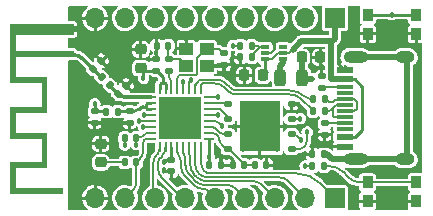
<source format=gbr>
%TF.GenerationSoftware,KiCad,Pcbnew,(6.0.0)*%
%TF.CreationDate,2022-01-12T23:40:10-08:00*%
%TF.ProjectId,lofive-unchained,6c6f6669-7665-42d7-956e-636861696e65,rev?*%
%TF.SameCoordinates,Original*%
%TF.FileFunction,Copper,L1,Top*%
%TF.FilePolarity,Positive*%
%FSLAX46Y46*%
G04 Gerber Fmt 4.6, Leading zero omitted, Abs format (unit mm)*
G04 Created by KiCad (PCBNEW (6.0.0)) date 2022-01-12 23:40:10*
%MOMM*%
%LPD*%
G01*
G04 APERTURE LIST*
G04 Aperture macros list*
%AMRoundRect*
0 Rectangle with rounded corners*
0 $1 Rounding radius*
0 $2 $3 $4 $5 $6 $7 $8 $9 X,Y pos of 4 corners*
0 Add a 4 corners polygon primitive as box body*
4,1,4,$2,$3,$4,$5,$6,$7,$8,$9,$2,$3,0*
0 Add four circle primitives for the rounded corners*
1,1,$1+$1,$2,$3*
1,1,$1+$1,$4,$5*
1,1,$1+$1,$6,$7*
1,1,$1+$1,$8,$9*
0 Add four rect primitives between the rounded corners*
20,1,$1+$1,$2,$3,$4,$5,0*
20,1,$1+$1,$4,$5,$6,$7,0*
20,1,$1+$1,$6,$7,$8,$9,0*
20,1,$1+$1,$8,$9,$2,$3,0*%
G04 Aperture macros list end*
%TA.AperFunction,SMDPad,CuDef*%
%ADD10RoundRect,0.062500X-0.337500X-0.062500X0.337500X-0.062500X0.337500X0.062500X-0.337500X0.062500X0*%
%TD*%
%TA.AperFunction,SMDPad,CuDef*%
%ADD11RoundRect,0.062500X-0.062500X-0.337500X0.062500X-0.337500X0.062500X0.337500X-0.062500X0.337500X0*%
%TD*%
%TA.AperFunction,SMDPad,CuDef*%
%ADD12R,3.600000X3.600000*%
%TD*%
%TA.AperFunction,SMDPad,CuDef*%
%ADD13RoundRect,0.125000X0.250000X0.125000X-0.250000X0.125000X-0.250000X-0.125000X0.250000X-0.125000X0*%
%TD*%
%TA.AperFunction,SMDPad,CuDef*%
%ADD14R,3.400000X4.300000*%
%TD*%
%TA.AperFunction,SMDPad,CuDef*%
%ADD15R,1.450000X0.600000*%
%TD*%
%TA.AperFunction,SMDPad,CuDef*%
%ADD16R,1.450000X0.300000*%
%TD*%
%TA.AperFunction,ComponentPad*%
%ADD17O,2.100000X1.000000*%
%TD*%
%TA.AperFunction,ComponentPad*%
%ADD18O,1.600000X1.000000*%
%TD*%
%TA.AperFunction,SMDPad,CuDef*%
%ADD19RoundRect,0.147500X-0.147500X-0.172500X0.147500X-0.172500X0.147500X0.172500X-0.147500X0.172500X0*%
%TD*%
%TA.AperFunction,SMDPad,CuDef*%
%ADD20RoundRect,0.243750X-0.243750X-0.456250X0.243750X-0.456250X0.243750X0.456250X-0.243750X0.456250X0*%
%TD*%
%TA.AperFunction,SMDPad,CuDef*%
%ADD21RoundRect,0.147500X-0.172500X0.147500X-0.172500X-0.147500X0.172500X-0.147500X0.172500X0.147500X0*%
%TD*%
%TA.AperFunction,SMDPad,CuDef*%
%ADD22R,0.700000X0.400000*%
%TD*%
%TA.AperFunction,SMDPad,CuDef*%
%ADD23RoundRect,0.147500X0.172500X-0.147500X0.172500X0.147500X-0.172500X0.147500X-0.172500X-0.147500X0*%
%TD*%
%TA.AperFunction,SMDPad,CuDef*%
%ADD24RoundRect,0.147500X0.147500X0.172500X-0.147500X0.172500X-0.147500X-0.172500X0.147500X-0.172500X0*%
%TD*%
%TA.AperFunction,SMDPad,CuDef*%
%ADD25RoundRect,0.218750X0.218750X0.256250X-0.218750X0.256250X-0.218750X-0.256250X0.218750X-0.256250X0*%
%TD*%
%TA.AperFunction,SMDPad,CuDef*%
%ADD26RoundRect,0.218750X-0.218750X-0.256250X0.218750X-0.256250X0.218750X0.256250X-0.218750X0.256250X0*%
%TD*%
%TA.AperFunction,ComponentPad*%
%ADD27R,1.700000X1.700000*%
%TD*%
%TA.AperFunction,ComponentPad*%
%ADD28O,1.700000X1.700000*%
%TD*%
%TA.AperFunction,SMDPad,CuDef*%
%ADD29RoundRect,0.147500X0.017678X-0.226274X0.226274X-0.017678X-0.017678X0.226274X-0.226274X0.017678X0*%
%TD*%
%TA.AperFunction,SMDPad,CuDef*%
%ADD30RoundRect,0.147500X0.226274X0.017678X0.017678X0.226274X-0.226274X-0.017678X-0.017678X-0.226274X0*%
%TD*%
%TA.AperFunction,SMDPad,CuDef*%
%ADD31R,1.150000X1.000000*%
%TD*%
%TA.AperFunction,SMDPad,CuDef*%
%ADD32RoundRect,0.218750X0.256250X-0.218750X0.256250X0.218750X-0.256250X0.218750X-0.256250X-0.218750X0*%
%TD*%
%TA.AperFunction,ConnectorPad*%
%ADD33R,0.500000X0.500000*%
%TD*%
%TA.AperFunction,ComponentPad*%
%ADD34R,0.500000X0.900000*%
%TD*%
%TA.AperFunction,SMDPad,CuDef*%
%ADD35R,0.900000X1.000000*%
%TD*%
%TA.AperFunction,SMDPad,CuDef*%
%ADD36RoundRect,0.218750X-0.256250X0.218750X-0.256250X-0.218750X0.256250X-0.218750X0.256250X0.218750X0*%
%TD*%
%TA.AperFunction,ViaPad*%
%ADD37C,0.457200*%
%TD*%
%TA.AperFunction,Conductor*%
%ADD38C,0.127000*%
%TD*%
%TA.AperFunction,Conductor*%
%ADD39C,0.254000*%
%TD*%
%TA.AperFunction,Conductor*%
%ADD40C,0.508000*%
%TD*%
%TA.AperFunction,Conductor*%
%ADD41C,0.152400*%
%TD*%
%TA.AperFunction,Conductor*%
%ADD42C,0.300000*%
%TD*%
%TA.AperFunction,Conductor*%
%ADD43C,0.250000*%
%TD*%
G04 APERTURE END LIST*
%TO.C,AE1*%
G36*
X117598000Y-68708000D02*
G01*
X112698000Y-68708000D01*
X112698000Y-70108000D01*
X117598000Y-70108000D01*
X117598000Y-70608000D01*
X112698000Y-70608000D01*
X112698000Y-72308000D01*
X115338000Y-72308000D01*
X115338000Y-75308000D01*
X112698000Y-75308000D01*
X112698000Y-77008000D01*
X115338000Y-77008000D01*
X115338000Y-80008000D01*
X112698000Y-80008000D01*
X112698000Y-81708000D01*
X116638000Y-81708000D01*
X116638000Y-82208000D01*
X112198000Y-82208000D01*
X112198000Y-79508000D01*
X114838000Y-79508000D01*
X114838000Y-77508000D01*
X112198000Y-77508000D01*
X112198000Y-74808000D01*
X114838000Y-74808000D01*
X114838000Y-72808000D01*
X112198000Y-72808000D01*
X112198000Y-68250733D01*
X117200018Y-68250733D01*
X117206592Y-68300318D01*
X117226687Y-68345628D01*
X117259357Y-68380888D01*
X117291583Y-68397782D01*
X117339842Y-68406222D01*
X117389368Y-68399691D01*
X117434553Y-68379132D01*
X117469787Y-68345489D01*
X117480400Y-68326878D01*
X117493300Y-68281363D01*
X117494043Y-68232844D01*
X117481935Y-68190181D01*
X117477581Y-68182269D01*
X117444797Y-68144326D01*
X117402395Y-68120258D01*
X117354785Y-68110417D01*
X117306378Y-68115153D01*
X117261584Y-68134815D01*
X117224814Y-68169755D01*
X117207908Y-68202647D01*
X117200018Y-68250733D01*
X112198000Y-68250733D01*
X112198000Y-67808000D01*
X117598000Y-67808000D01*
X117598000Y-68708000D01*
G37*
%TD*%
D10*
%TO.P,U1,1,LNA_IN*%
%TO.N,Net-(C9-Pad1)*%
X124143600Y-74018200D03*
%TO.P,U1,2,VDD3P3*%
%TO.N,Net-(C6-Pad1)*%
X124143600Y-74518200D03*
%TO.P,U1,3,VDD3P3*%
X124143600Y-75018200D03*
%TO.P,U1,4,XTAL_32K_P/GPIO0*%
%TO.N,/GPIO0*%
X124143600Y-75518200D03*
%TO.P,U1,5,XTAL_32K_N/GPIO1*%
%TO.N,/GPIO1*%
X124143600Y-76018200D03*
%TO.P,U1,6,GPIO2*%
%TO.N,/GPIO2*%
X124143600Y-76518200D03*
%TO.P,U1,7,CHIP_EN*%
%TO.N,/EN*%
X124143600Y-77018200D03*
%TO.P,U1,8,GPIO3*%
%TO.N,/GPIO3*%
X124143600Y-77518200D03*
D11*
%TO.P,U1,9,MTMS/GPIO4*%
%TO.N,/GPIO4*%
X124843600Y-78218200D03*
%TO.P,U1,10,MTDI/GPIO5*%
%TO.N,/GPIO5*%
X125343600Y-78218200D03*
%TO.P,U1,11,VDD3P3_RTC*%
%TO.N,+3V3*%
X125843600Y-78218200D03*
%TO.P,U1,12,MTCK/GPIO6*%
%TO.N,/GPIO6*%
X126343600Y-78218200D03*
%TO.P,U1,13,MTDO/GPIO7*%
%TO.N,/GPIO7*%
X126843600Y-78218200D03*
%TO.P,U1,14,GPIO8*%
%TO.N,/GPIO8*%
X127343600Y-78218200D03*
%TO.P,U1,15,GPIO9*%
%TO.N,/GPIO9*%
X127843600Y-78218200D03*
%TO.P,U1,16,GPIO10*%
%TO.N,/GPIO10*%
X128343600Y-78218200D03*
D10*
%TO.P,U1,17,VDD3P3_CPU*%
%TO.N,+3V3*%
X129043600Y-77518200D03*
%TO.P,U1,18,VDD_SPI/GPIO11*%
%TO.N,Net-(C10-Pad2)*%
X129043600Y-77018200D03*
%TO.P,U1,19,SPIHD/GPIO12*%
%TO.N,Net-(U1-Pad19)*%
X129043600Y-76518200D03*
%TO.P,U1,20,SPIWP/GPIO13*%
%TO.N,Net-(U1-Pad20)*%
X129043600Y-76018200D03*
%TO.P,U1,21,SPICS0/GPIO14*%
%TO.N,Net-(U1-Pad21)*%
X129043600Y-75518200D03*
%TO.P,U1,22,SPICLK/GPIO15*%
%TO.N,Net-(U1-Pad22)*%
X129043600Y-75018200D03*
%TO.P,U1,23,SPID/GPIO16*%
%TO.N,Net-(U1-Pad23)*%
X129043600Y-74518200D03*
%TO.P,U1,24,SPIQ/GPIO17*%
%TO.N,Net-(U1-Pad24)*%
X129043600Y-74018200D03*
D11*
%TO.P,U1,25,GPIO18*%
%TO.N,Net-(R3-Pad1)*%
X128343600Y-73318200D03*
%TO.P,U1,26,GPIO19*%
%TO.N,Net-(R4-Pad1)*%
X127843600Y-73318200D03*
%TO.P,U1,27,U0RXD/GPIO20*%
%TO.N,/GPIO20*%
X127343600Y-73318200D03*
%TO.P,U1,28,U0TXD/GPIO21*%
%TO.N,/GPIO21*%
X126843600Y-73318200D03*
%TO.P,U1,29,XTAL_N*%
%TO.N,Net-(C1-Pad1)*%
X126343600Y-73318200D03*
%TO.P,U1,30,XTAL_P*%
%TO.N,Net-(R2-Pad2)*%
X125843600Y-73318200D03*
%TO.P,U1,31,VDDA*%
%TO.N,+3V3*%
X125343600Y-73318200D03*
%TO.P,U1,32,VDDA*%
X124843600Y-73318200D03*
D12*
%TO.P,U1,33,GND*%
%TO.N,GND*%
X126593600Y-75768200D03*
%TD*%
D13*
%TO.P,U2,1,~{CS}*%
%TO.N,Net-(U1-Pad21)*%
X136024600Y-78384400D03*
%TO.P,U2,2,DO(IO1)*%
%TO.N,Net-(U1-Pad24)*%
X136024600Y-77114400D03*
%TO.P,U2,3,IO2*%
%TO.N,Net-(U1-Pad20)*%
X136024600Y-75844400D03*
%TO.P,U2,4,GND*%
%TO.N,GND*%
X136024600Y-74574400D03*
%TO.P,U2,5,DI(IO0)*%
%TO.N,Net-(U1-Pad23)*%
X130624600Y-74574400D03*
%TO.P,U2,6,CLK*%
%TO.N,Net-(U1-Pad22)*%
X130624600Y-75844400D03*
%TO.P,U2,7,IO3*%
%TO.N,Net-(U1-Pad19)*%
X130624600Y-77114400D03*
%TO.P,U2,8,VCC*%
%TO.N,Net-(C10-Pad2)*%
X130624600Y-78384400D03*
D14*
%TO.P,U2,9,EP*%
%TO.N,GND*%
X133324600Y-76479400D03*
%TD*%
D15*
%TO.P,J3,A1,GND*%
%TO.N,GND*%
X140538200Y-78182600D03*
%TO.P,J3,A4,VBUS*%
%TO.N,VBUS*%
X140538200Y-77382600D03*
D16*
%TO.P,J3,A5,CC1*%
%TO.N,Net-(J3-PadA5)*%
X140538200Y-76182600D03*
%TO.P,J3,A6,D+*%
%TO.N,/USB_D_P*%
X140538200Y-75182600D03*
%TO.P,J3,A7,D-*%
%TO.N,/USB_D_N*%
X140538200Y-74682600D03*
%TO.P,J3,A8,SBU1*%
%TO.N,unconnected-(J3-PadA8)*%
X140538200Y-73682600D03*
D15*
%TO.P,J3,A9,VBUS*%
%TO.N,VBUS*%
X140538200Y-72482600D03*
%TO.P,J3,A12,GND*%
%TO.N,GND*%
X140538200Y-71682600D03*
%TO.P,J3,B1,GND*%
X140538200Y-71682600D03*
%TO.P,J3,B4,VBUS*%
%TO.N,VBUS*%
X140538200Y-72482600D03*
D16*
%TO.P,J3,B5,CC2*%
%TO.N,Net-(J3-PadB5)*%
X140538200Y-73182600D03*
%TO.P,J3,B6,D+*%
%TO.N,/USB_D_P*%
X140538200Y-74182600D03*
%TO.P,J3,B7,D-*%
%TO.N,/USB_D_N*%
X140538200Y-75682600D03*
%TO.P,J3,B8,SBU2*%
%TO.N,unconnected-(J3-PadB8)*%
X140538200Y-76682600D03*
D15*
%TO.P,J3,B9,VBUS*%
%TO.N,VBUS*%
X140538200Y-77382600D03*
%TO.P,J3,B12,GND*%
%TO.N,GND*%
X140538200Y-78182600D03*
D17*
%TO.P,J3,S1,SHIELD*%
%TO.N,Net-(J3-PadS1)*%
X141453200Y-70612600D03*
X141453200Y-79252600D03*
D18*
X145633200Y-70612600D03*
X145633200Y-79252600D03*
%TD*%
D19*
%TO.P,R1,1*%
%TO.N,+3V3*%
X121892200Y-77470000D03*
%TO.P,R1,2*%
%TO.N,/EN*%
X122862200Y-77470000D03*
%TD*%
%TO.P,C12,1*%
%TO.N,GND*%
X131010800Y-79756000D03*
%TO.P,C12,2*%
%TO.N,Net-(C10-Pad2)*%
X131980800Y-79756000D03*
%TD*%
D20*
%TO.P,L3,1*%
%TO.N,Net-(L3-Pad1)*%
X135054100Y-72390000D03*
%TO.P,L3,2*%
%TO.N,+3V3*%
X136929100Y-72390000D03*
%TD*%
D21*
%TO.P,C3,1*%
%TO.N,+3V3*%
X119354600Y-75207000D03*
%TO.P,C3,2*%
%TO.N,GND*%
X119354600Y-76177000D03*
%TD*%
D22*
%TO.P,U3,1,FB*%
%TO.N,Net-(R5-Pad1)*%
X133793800Y-69781800D03*
%TO.P,U3,2,GND*%
%TO.N,GND*%
X133793800Y-70281800D03*
%TO.P,U3,3,VIN*%
%TO.N,VBUS*%
X133793800Y-70781800D03*
%TO.P,U3,4,SW*%
%TO.N,Net-(L3-Pad1)*%
X135293800Y-70781800D03*
%TO.P,U3,5,EN*%
%TO.N,VBUS*%
X135293800Y-70281800D03*
%TO.P,U3,6,NC*%
%TO.N,unconnected-(U3-Pad6)*%
X135293800Y-69781800D03*
%TD*%
D23*
%TO.P,R12,1*%
%TO.N,GND*%
X138811000Y-77193000D03*
%TO.P,R12,2*%
%TO.N,Net-(J3-PadA5)*%
X138811000Y-76223000D03*
%TD*%
D19*
%TO.P,R14,1*%
%TO.N,GND*%
X137764800Y-78841600D03*
%TO.P,R14,2*%
%TO.N,Net-(J3-PadS1)*%
X138734800Y-78841600D03*
%TD*%
D24*
%TO.P,R7,1*%
%TO.N,/GPIO3*%
X122859800Y-79527400D03*
%TO.P,R7,2*%
%TO.N,Net-(D1-Pad2)*%
X121889800Y-79527400D03*
%TD*%
%TO.P,C8,1*%
%TO.N,Net-(C8-Pad1)*%
X125559399Y-69632600D03*
%TO.P,C8,2*%
%TO.N,GND*%
X124589399Y-69632600D03*
%TD*%
D21*
%TO.P,C1,1*%
%TO.N,Net-(C1-Pad1)*%
X130276600Y-70304800D03*
%TO.P,C1,2*%
%TO.N,GND*%
X130276600Y-71274800D03*
%TD*%
D19*
%TO.P,C5,1*%
%TO.N,+3V3*%
X129029600Y-79756000D03*
%TO.P,C5,2*%
%TO.N,GND*%
X129999600Y-79756000D03*
%TD*%
D25*
%TO.P,C13,1*%
%TO.N,VBUS*%
X133578700Y-72161400D03*
%TO.P,C13,2*%
%TO.N,GND*%
X132003700Y-72161400D03*
%TD*%
D26*
%TO.P,C14,1*%
%TO.N,+3V3*%
X136880500Y-70637400D03*
%TO.P,C14,2*%
%TO.N,GND*%
X138455500Y-70637400D03*
%TD*%
D27*
%TO.P,J1,1,Pin_1*%
%TO.N,VBUS*%
X139690000Y-67310000D03*
D28*
%TO.P,J1,2,Pin_2*%
%TO.N,+3V3*%
X137150000Y-67310000D03*
%TO.P,J1,3,Pin_3*%
%TO.N,/EN*%
X134610000Y-67310000D03*
%TO.P,J1,4,Pin_4*%
%TO.N,/GPIO20*%
X132070000Y-67310000D03*
%TO.P,J1,5,Pin_5*%
%TO.N,/GPIO21*%
X129530000Y-67310000D03*
%TO.P,J1,6,Pin_6*%
%TO.N,/GPIO2*%
X126990000Y-67310000D03*
%TO.P,J1,7,Pin_7*%
%TO.N,/GPIO1*%
X124450000Y-67310000D03*
%TO.P,J1,8,Pin_8*%
%TO.N,/GPIO0*%
X121910000Y-67310000D03*
%TO.P,J1,9,Pin_9*%
%TO.N,GND*%
X119370000Y-67310000D03*
%TD*%
D29*
%TO.P,C11,1*%
%TO.N,Net-(AE1-Pad1)*%
X119214853Y-71615347D03*
%TO.P,C11,2*%
%TO.N,GND*%
X119900747Y-70929453D03*
%TD*%
D30*
%TO.P,L2,1*%
%TO.N,Net-(C9-Pad1)*%
X120637347Y-72986947D03*
%TO.P,L2,2*%
%TO.N,Net-(AE1-Pad1)*%
X119951453Y-72301053D03*
%TD*%
D31*
%TO.P,Y1,1,1*%
%TO.N,Net-(C1-Pad1)*%
X128854200Y-69923200D03*
%TO.P,Y1,2,2*%
%TO.N,GND*%
X127104200Y-69923200D03*
%TO.P,Y1,3,3*%
%TO.N,Net-(C8-Pad1)*%
X127104200Y-71323200D03*
%TO.P,Y1,4,4*%
%TO.N,GND*%
X128854200Y-71323200D03*
%TD*%
D19*
%TO.P,R3,1*%
%TO.N,Net-(R3-Pad1)*%
X137832000Y-75184000D03*
%TO.P,R3,2*%
%TO.N,/USB_D_N*%
X138802000Y-75184000D03*
%TD*%
D24*
%TO.P,C10,1*%
%TO.N,GND*%
X133885800Y-79756000D03*
%TO.P,C10,2*%
%TO.N,Net-(C10-Pad2)*%
X132915800Y-79756000D03*
%TD*%
D21*
%TO.P,R13,1*%
%TO.N,GND*%
X138557000Y-72235200D03*
%TO.P,R13,2*%
%TO.N,Net-(J3-PadB5)*%
X138557000Y-73205200D03*
%TD*%
%TO.P,C6,1*%
%TO.N,Net-(C6-Pad1)*%
X122301000Y-75207000D03*
%TO.P,C6,2*%
%TO.N,GND*%
X122301000Y-76177000D03*
%TD*%
%TO.P,R2,1*%
%TO.N,Net-(C8-Pad1)*%
X125642400Y-70798600D03*
%TO.P,R2,2*%
%TO.N,Net-(R2-Pad2)*%
X125642400Y-71768600D03*
%TD*%
D19*
%TO.P,L1,1*%
%TO.N,+3V3*%
X120340400Y-75234800D03*
%TO.P,L1,2*%
%TO.N,Net-(C6-Pad1)*%
X121310400Y-75234800D03*
%TD*%
%TO.P,R8,1*%
%TO.N,/GPIO9*%
X137767200Y-79832200D03*
%TO.P,R8,2*%
%TO.N,Net-(R8-Pad2)*%
X138737200Y-79832200D03*
%TD*%
D27*
%TO.P,J2,1,Pin_1*%
%TO.N,/GPIO10*%
X139690000Y-82550000D03*
D28*
%TO.P,J2,2,Pin_2*%
%TO.N,/GPIO9*%
X137150000Y-82550000D03*
%TO.P,J2,3,Pin_3*%
%TO.N,/GPIO8*%
X134610000Y-82550000D03*
%TO.P,J2,4,Pin_4*%
%TO.N,/GPIO7*%
X132070000Y-82550000D03*
%TO.P,J2,5,Pin_5*%
%TO.N,/GPIO6*%
X129530000Y-82550000D03*
%TO.P,J2,6,Pin_6*%
%TO.N,/GPIO5*%
X126990000Y-82550000D03*
%TO.P,J2,7,Pin_7*%
%TO.N,/GPIO4*%
X124450000Y-82550000D03*
%TO.P,J2,8,Pin_8*%
%TO.N,/GPIO3*%
X121910000Y-82550000D03*
%TO.P,J2,9,Pin_9*%
%TO.N,GND*%
X119370000Y-82550000D03*
%TD*%
D29*
%TO.P,C9,1*%
%TO.N,Net-(C9-Pad1)*%
X121331223Y-73706223D03*
%TO.P,C9,2*%
%TO.N,GND*%
X122017117Y-73020329D03*
%TD*%
D32*
%TO.P,C4,1*%
%TO.N,+3V3*%
X123254800Y-71537700D03*
%TO.P,C4,2*%
%TO.N,GND*%
X123254800Y-69962700D03*
%TD*%
D33*
%TO.P,AE1,1,A*%
%TO.N,Net-(AE1-Pad1)*%
X117348000Y-70358000D03*
D34*
%TO.P,AE1,2,Shield*%
%TO.N,GND*%
X117348000Y-68258000D03*
%TD*%
D24*
%TO.P,R5,1*%
%TO.N,Net-(R5-Pad1)*%
X132641200Y-69646800D03*
%TO.P,R5,2*%
%TO.N,+3V3*%
X131671200Y-69646800D03*
%TD*%
D21*
%TO.P,C2,1*%
%TO.N,+3V3*%
X125831600Y-79321800D03*
%TO.P,C2,2*%
%TO.N,GND*%
X125831600Y-80291800D03*
%TD*%
D35*
%TO.P,SW2,1,1*%
%TO.N,/EN*%
X142476000Y-67043400D03*
X146576000Y-67043400D03*
%TO.P,SW2,2,2*%
%TO.N,GND*%
X142476000Y-68643400D03*
X146576000Y-68643400D03*
%TD*%
D36*
%TO.P,D1,1,K*%
%TO.N,GND*%
X119862600Y-77952500D03*
%TO.P,D1,2,A*%
%TO.N,Net-(D1-Pad2)*%
X119862600Y-79527500D03*
%TD*%
D35*
%TO.P,SW1,1,1*%
%TO.N,Net-(R8-Pad2)*%
X146550600Y-81216600D03*
X142450600Y-81216600D03*
%TO.P,SW1,2,2*%
%TO.N,GND*%
X146550600Y-82816600D03*
X142450600Y-82816600D03*
%TD*%
D19*
%TO.P,R6,1*%
%TO.N,GND*%
X131671200Y-70637400D03*
%TO.P,R6,2*%
%TO.N,Net-(R5-Pad1)*%
X132641200Y-70637400D03*
%TD*%
D23*
%TO.P,C7,1*%
%TO.N,+3V3*%
X124566400Y-71768600D03*
%TO.P,C7,2*%
%TO.N,GND*%
X124566400Y-70798600D03*
%TD*%
D19*
%TO.P,R4,1*%
%TO.N,Net-(R4-Pad1)*%
X137832001Y-74168000D03*
%TO.P,R4,2*%
%TO.N,/USB_D_P*%
X138802001Y-74168000D03*
%TD*%
D37*
%TO.N,GND*%
X123088400Y-73228200D03*
X124053600Y-73228200D03*
X129997200Y-79070200D03*
X117678200Y-73939400D03*
X125069600Y-77292200D03*
X123190000Y-83261200D03*
X144488000Y-68643400D03*
X136753600Y-74904600D03*
X120650000Y-83261200D03*
X117703600Y-74980800D03*
X119354600Y-73329800D03*
X144488000Y-82816600D03*
X117627400Y-82575400D03*
X118389400Y-76733400D03*
X118389400Y-80162400D03*
X117729000Y-77266800D03*
X117703600Y-79476600D03*
X118491000Y-69621400D03*
X117449600Y-69392800D03*
X121056400Y-71094600D03*
X117703600Y-72872600D03*
X135890000Y-83261200D03*
X131876800Y-78384400D03*
X134569200Y-79756000D03*
X117424200Y-67056000D03*
X120980200Y-72034400D03*
X127101600Y-69062600D03*
X118364000Y-73329800D03*
X123164600Y-66624200D03*
X118008400Y-68260000D03*
X121691400Y-76172200D03*
X134747000Y-74599800D03*
X130276600Y-71983600D03*
X122478800Y-72567800D03*
X131902200Y-74599800D03*
X117754400Y-76149200D03*
X118313200Y-72263000D03*
X130810000Y-83261200D03*
X117703600Y-71628000D03*
X128092200Y-77266800D03*
X134543800Y-69367400D03*
X125755400Y-83261200D03*
X125069600Y-74269600D03*
X139319000Y-78130400D03*
X126619000Y-75802882D03*
X133350000Y-83261200D03*
X135864600Y-66624200D03*
X134747000Y-78359000D03*
X128270000Y-83261200D03*
X117703600Y-78308200D03*
X128244600Y-66624200D03*
X119176800Y-70129400D03*
X124561600Y-70231000D03*
X125730000Y-66624200D03*
X118364000Y-75565000D03*
X118364000Y-78917800D03*
X131114800Y-72161400D03*
X138125200Y-77190600D03*
X119862600Y-77063600D03*
X138607800Y-71475600D03*
X118389400Y-74447400D03*
X121843800Y-71932800D03*
X137160000Y-78841600D03*
X133324600Y-76454000D03*
X133324600Y-66624200D03*
X128117600Y-74244892D03*
X120624600Y-66624200D03*
X119354600Y-68986400D03*
X118414800Y-81432400D03*
X120370600Y-70459600D03*
X120370600Y-74193400D03*
X130784600Y-66624200D03*
X131013200Y-70637400D03*
X118389400Y-77800200D03*
X117678200Y-80772000D03*
X125223965Y-80178356D03*
X122301000Y-69977000D03*
X119964200Y-76172200D03*
X140030200Y-71145400D03*
%TO.N,+3V3*%
X129043600Y-79058600D03*
X121894600Y-78054200D03*
X131013200Y-69646800D03*
X123469400Y-72415400D03*
X137718800Y-72440800D03*
X136880500Y-71348700D03*
X125216299Y-79521698D03*
X119354600Y-74572000D03*
%TO.N,/EN*%
X144475200Y-67005200D03*
X122859800Y-78028800D03*
%TO.N,/GPIO0*%
X123507678Y-75511927D03*
%TO.N,/GPIO1*%
X123074500Y-76005500D03*
%TO.N,/GPIO2*%
X123469400Y-76530200D03*
%TO.N,/GPIO9*%
X137160000Y-79832200D03*
%TO.N,/GPIO20*%
X127498035Y-72577811D03*
%TO.N,/GPIO21*%
X126849240Y-72679411D03*
%TO.N,Net-(U1-Pad20)*%
X136753600Y-75819000D03*
X130150022Y-76481315D03*
%TO.N,Net-(U1-Pad21)*%
X137337800Y-76962000D03*
X129768600Y-75511906D03*
%TO.N,Net-(U1-Pad24)*%
X136779000Y-77597000D03*
X129768600Y-74015600D03*
%TD*%
D38*
%TO.N,Net-(C1-Pad1)*%
X127913389Y-72086211D02*
X127990600Y-72009000D01*
X128854200Y-69923200D02*
X129895000Y-69923200D01*
X129895000Y-69923200D02*
X130276600Y-70304800D01*
X126567189Y-72086211D02*
X127913389Y-72086211D01*
X127990600Y-72009000D02*
X127990600Y-70688200D01*
X126415800Y-72237600D02*
X126567189Y-72086211D01*
X126343600Y-73318200D02*
X126343600Y-72411906D01*
X128755600Y-69923200D02*
X128854200Y-69923200D01*
X127990600Y-70688200D02*
X128755600Y-69923200D01*
X126415800Y-72237600D02*
G75*
G03*
X126343600Y-72411906I174307J-174307D01*
G01*
%TO.N,GND*%
X142450600Y-82816600D02*
X144488000Y-82816600D01*
D39*
X127101600Y-69920600D02*
X127104200Y-69923200D01*
X124561600Y-69660399D02*
X124589399Y-69632600D01*
X126619000Y-75793600D02*
X126593600Y-75768200D01*
X140030200Y-71145400D02*
X140030200Y-71254200D01*
D38*
X139319400Y-78130000D02*
X140506000Y-78130000D01*
D39*
X119354600Y-76177000D02*
X119959400Y-76177000D01*
D40*
X118000200Y-68258000D02*
X117348000Y-68258000D01*
D39*
X130228200Y-71323200D02*
X130276600Y-71274800D01*
X125223965Y-80178356D02*
X125337409Y-80291800D01*
X121696200Y-76177000D02*
X121691400Y-76172200D01*
D38*
X138607800Y-71475600D02*
X138607800Y-72184400D01*
D39*
X125337409Y-80291800D02*
X125831600Y-80291800D01*
X122301000Y-69977000D02*
X122315300Y-69962700D01*
X119900747Y-70929453D02*
X120370600Y-70459600D01*
X133885800Y-79756000D02*
X134569200Y-79756000D01*
X124561600Y-70793800D02*
X124566400Y-70798600D01*
X129999600Y-79072600D02*
X129997200Y-79070200D01*
D38*
X138455500Y-71323300D02*
X138455500Y-70637400D01*
X136423400Y-74574400D02*
X136753600Y-74904600D01*
D39*
X131010800Y-79756000D02*
X131010800Y-79296400D01*
D41*
X133793800Y-70281800D02*
X134264400Y-70281800D01*
D39*
X130784600Y-79070200D02*
X129997200Y-79070200D01*
X127101600Y-69062600D02*
X127101600Y-69920600D01*
D41*
X134264400Y-70281800D02*
X134467600Y-70078600D01*
D39*
X124561600Y-70231000D02*
X124561600Y-70793800D01*
X122315300Y-69962700D02*
X123254800Y-69962700D01*
D38*
X144488000Y-82816600D02*
X146550600Y-82816600D01*
X136024600Y-74574400D02*
X136423400Y-74574400D01*
D39*
X140030200Y-71254200D02*
X140506000Y-71730000D01*
D38*
X119862600Y-77952500D02*
X119862600Y-77063600D01*
D39*
X131671200Y-70637400D02*
X131013200Y-70637400D01*
D38*
X137764800Y-78841600D02*
X137160000Y-78841600D01*
D39*
X129999600Y-79756000D02*
X129999600Y-79072600D01*
X119959400Y-76177000D02*
X119964200Y-76172200D01*
D38*
X144488000Y-68643400D02*
X146576000Y-68643400D01*
D39*
X122017117Y-73020329D02*
X122026271Y-73020329D01*
X122301000Y-76177000D02*
X121696200Y-76177000D01*
X122026271Y-73020329D02*
X122478800Y-72567800D01*
D38*
X142476000Y-68643400D02*
X144488000Y-68643400D01*
X138811000Y-77193000D02*
X138127600Y-77193000D01*
X139319000Y-78130400D02*
X139319400Y-78130000D01*
D41*
X134467600Y-70078600D02*
X134543800Y-70002400D01*
D38*
X138607800Y-72184400D02*
X138557000Y-72235200D01*
D39*
X126619000Y-75802882D02*
X126619000Y-75793600D01*
D40*
X118008400Y-68260000D02*
X118000200Y-68258000D01*
D39*
X132003700Y-72161400D02*
X131114800Y-72161400D01*
X128854200Y-71323200D02*
X130228200Y-71323200D01*
X130276600Y-71274800D02*
X130276600Y-71983600D01*
D38*
X138607800Y-71475600D02*
X138455500Y-71323300D01*
D39*
X131010800Y-79296400D02*
X130784600Y-79070200D01*
D41*
X134543800Y-70002400D02*
X134543800Y-69367400D01*
D39*
X124561600Y-70231000D02*
X124561600Y-69660399D01*
%TO.N,+3V3*%
X125416197Y-79321800D02*
X125831600Y-79321800D01*
X125843600Y-78218200D02*
X125843600Y-79309800D01*
X129043600Y-79742000D02*
X129029600Y-79756000D01*
X125272800Y-72821800D02*
X125343600Y-72892600D01*
X125095000Y-72263000D02*
X124600600Y-71768600D01*
X119354600Y-75207000D02*
X119354600Y-74572000D01*
X123469400Y-71752300D02*
X123254800Y-71537700D01*
X124942600Y-72821800D02*
X125095000Y-72821800D01*
X125343600Y-72892600D02*
X125343600Y-73318200D01*
D38*
X121892200Y-77470000D02*
X121892200Y-78051800D01*
X131671200Y-69646800D02*
X131013200Y-69646800D01*
D39*
X124843600Y-72920800D02*
X124942600Y-72821800D01*
X123254800Y-71537700D02*
X123472100Y-71755000D01*
D38*
X121892200Y-78051800D02*
X121894600Y-78054200D01*
D39*
X123621800Y-71755000D02*
X123635400Y-71768600D01*
D40*
X136979900Y-72440800D02*
X136880500Y-72341400D01*
D39*
X123469400Y-72415400D02*
X123469400Y-71752300D01*
X120312600Y-75207000D02*
X120340400Y-75234800D01*
D40*
X136880500Y-72341400D02*
X136880500Y-71348700D01*
D39*
X119354600Y-75207000D02*
X120312600Y-75207000D01*
X123472100Y-71755000D02*
X123621800Y-71755000D01*
D40*
X137718800Y-72440800D02*
X136979900Y-72440800D01*
D39*
X129043600Y-77518200D02*
X129043600Y-79058600D01*
X125216299Y-79521698D02*
X125416197Y-79321800D01*
X125095000Y-72821800D02*
X125272800Y-72821800D01*
X125095000Y-72821800D02*
X125095000Y-72263000D01*
X124843600Y-73318200D02*
X124843600Y-72920800D01*
X129043600Y-79058600D02*
X129043600Y-79742000D01*
D40*
X136880500Y-70637400D02*
X136880500Y-71348700D01*
D39*
X125843600Y-79309800D02*
X125831600Y-79321800D01*
X124600600Y-71768600D02*
X124566400Y-71768600D01*
X123635400Y-71768600D02*
X124566400Y-71768600D01*
%TO.N,Net-(C6-Pad1)*%
X123805000Y-74518200D02*
X123723400Y-74599800D01*
X122664947Y-75207000D02*
X122301000Y-75207000D01*
X123723400Y-74599800D02*
X123723400Y-74803000D01*
X123723400Y-74803000D02*
X123723400Y-74942602D01*
X123228100Y-74891900D02*
X123088400Y-75031600D01*
X123723400Y-74942602D02*
X123798998Y-75018200D01*
X122301000Y-75207000D02*
X121338200Y-75207000D01*
X124143600Y-74518200D02*
X123805000Y-74518200D01*
X123442723Y-74803000D02*
X123723400Y-74803000D01*
X122375784Y-75132216D02*
X122301000Y-75207000D01*
X123798998Y-75018200D02*
X124143600Y-75018200D01*
X122437168Y-75193600D02*
X122375784Y-75132216D01*
X121338200Y-75207000D02*
X121310400Y-75234800D01*
X122664947Y-75206999D02*
G75*
G03*
X123088400Y-75031600I0J598853D01*
G01*
X123442723Y-74803001D02*
G75*
G03*
X123228101Y-74891901I3J-303529D01*
G01*
D38*
%TO.N,Net-(C8-Pad1)*%
X127053400Y-71424800D02*
X126949200Y-71424800D01*
X125559399Y-70715599D02*
X125642400Y-70798600D01*
X126579600Y-70798600D02*
X127104200Y-71323200D01*
X125642400Y-70798600D02*
X126579600Y-70798600D01*
X125559399Y-69632600D02*
X125559399Y-70715599D01*
D42*
%TO.N,Net-(C9-Pad1)*%
X122078125Y-74015600D02*
X124137324Y-74015600D01*
X120655308Y-73030307D02*
X121331223Y-73706223D01*
D39*
X120655308Y-73030307D02*
G75*
G02*
X120637347Y-72986947I43356J43359D01*
G01*
X124143600Y-74018200D02*
G75*
G03*
X124137324Y-74015600I-6274J-6269D01*
G01*
D42*
X122078125Y-74015600D02*
G75*
G02*
X121331223Y-73706223I-3J1056271D01*
G01*
D40*
%TO.N,VBUS*%
X139348089Y-71801431D02*
X139359689Y-71813031D01*
D43*
X141986000Y-73106378D02*
X141362222Y-72482600D01*
D41*
X135293800Y-70281800D02*
X135804306Y-70281800D01*
D43*
X140538200Y-77382600D02*
X141387600Y-77382600D01*
D40*
X139690000Y-67310000D02*
X139674600Y-67325400D01*
X139472489Y-69255800D02*
X136830306Y-69255800D01*
D41*
X134323200Y-70781800D02*
X133793800Y-70781800D01*
D40*
X139359689Y-71813031D02*
X139359689Y-72436111D01*
X139406178Y-72482600D02*
X140538200Y-72482600D01*
D39*
X133578700Y-72161400D02*
X133895400Y-71844700D01*
D41*
X135804306Y-70281800D02*
X136097311Y-69988795D01*
D39*
X133793800Y-71844700D02*
X133793800Y-70808311D01*
D40*
X136830306Y-69255800D02*
X136097311Y-69988795D01*
D43*
X141986000Y-76784200D02*
X141986000Y-73106378D01*
D40*
X139472489Y-69255800D02*
X139348089Y-69380200D01*
D43*
X141362222Y-72482600D02*
X140538200Y-72482600D01*
D40*
X139674600Y-67325400D02*
X139674600Y-69053689D01*
D41*
X134823200Y-70281800D02*
X134323200Y-70781800D01*
X135293800Y-70281800D02*
X134823200Y-70281800D01*
D40*
X139359689Y-72436111D02*
X139406178Y-72482600D01*
D43*
X141387600Y-77382600D02*
X141986000Y-76784200D01*
D40*
X139674600Y-69053689D02*
X139472489Y-69255800D01*
X139348089Y-69380200D02*
X139348089Y-71801431D01*
D39*
%TO.N,/EN*%
X144513400Y-67043400D02*
X144475200Y-67005200D01*
X146576000Y-67043400D02*
X144513400Y-67043400D01*
X144437000Y-67043400D02*
X144475200Y-67005200D01*
D38*
X123606816Y-77124816D02*
X123454416Y-77277216D01*
X122862200Y-77470000D02*
X122988995Y-77470000D01*
X122862200Y-77470000D02*
X122862200Y-78026400D01*
D39*
X142476000Y-67043400D02*
X144437000Y-67043400D01*
D38*
X122862200Y-78026400D02*
X122859800Y-78028800D01*
X124143600Y-77018200D02*
X123864209Y-77018200D01*
X123454416Y-77277216D02*
G75*
G02*
X122988995Y-77470000I-465421J465421D01*
G01*
X123606816Y-77124816D02*
G75*
G02*
X123864209Y-77018200I257390J-257386D01*
G01*
%TO.N,/GPIO0*%
X124143600Y-75518200D02*
X123513951Y-75518200D01*
X123513951Y-75518200D02*
X123507678Y-75511927D01*
%TO.N,/GPIO1*%
X123087200Y-76018200D02*
X124143600Y-76018200D01*
X123074500Y-76005500D02*
X123087200Y-76018200D01*
%TO.N,/GPIO2*%
X123469400Y-76530200D02*
X123481400Y-76518200D01*
X123481400Y-76518200D02*
X124143600Y-76518200D01*
%TO.N,/GPIO3*%
X123444000Y-77893084D02*
X123444000Y-78530109D01*
X123609100Y-77584300D02*
X123545600Y-77647800D01*
X122859800Y-79527400D02*
X122859800Y-81233919D01*
X123151900Y-79235300D02*
X122859800Y-79527400D01*
X124143600Y-77518200D02*
X123768679Y-77518200D01*
X122600800Y-81859200D02*
X121910000Y-82550000D01*
X123151900Y-79235300D02*
G75*
G03*
X123444000Y-78530109I-705189J705191D01*
G01*
X123444000Y-77893084D02*
G75*
G02*
X123545600Y-77647800I346878J2D01*
G01*
X123609100Y-77584300D02*
G75*
G02*
X123768679Y-77518200I159576J-159572D01*
G01*
X122600800Y-81859200D02*
G75*
G03*
X122859800Y-81233919I-625285J625283D01*
G01*
%TO.N,/GPIO4*%
X124450000Y-82550000D02*
X124307600Y-82407600D01*
X124307600Y-82407600D02*
X124307600Y-79527400D01*
X124843600Y-78218200D02*
X124843600Y-78380676D01*
X124559047Y-78920353D02*
X124663200Y-78816200D01*
X124559047Y-78920353D02*
G75*
G03*
X124307600Y-79527400I607050J-607048D01*
G01*
X124663200Y-78816200D02*
G75*
G03*
X124843600Y-78380676I-435523J435524D01*
G01*
%TO.N,/GPIO5*%
X125343600Y-78218200D02*
X125343600Y-78231268D01*
X124714000Y-80111600D02*
X124714000Y-79467884D01*
X126990000Y-82550000D02*
X126771400Y-82550000D01*
X124815600Y-79222600D02*
X125006734Y-79031466D01*
X126771400Y-82550000D02*
X124983408Y-80762008D01*
X125343600Y-78218200D02*
G75*
G02*
X125006734Y-79031466I-1150133J1D01*
G01*
X124714001Y-80111600D02*
G75*
G03*
X124983408Y-80762008I919813J-1D01*
G01*
X124815600Y-79222600D02*
G75*
G03*
X124714000Y-79467884I245288J-245286D01*
G01*
%TO.N,/GPIO6*%
X129530000Y-82550000D02*
X128808280Y-81828280D01*
X127763666Y-81459466D02*
X126928947Y-80624747D01*
X126677500Y-80017700D02*
X126677500Y-79459797D01*
X126343600Y-78218200D02*
X126343600Y-78653692D01*
X128651909Y-81763509D02*
X128497691Y-81763509D01*
X128651909Y-81763509D02*
G75*
G02*
X128808280Y-81828280I1J-221139D01*
G01*
X127763666Y-81459466D02*
G75*
G03*
X128497691Y-81763509I734025J734025D01*
G01*
X126479300Y-78981300D02*
G75*
G02*
X126343600Y-78653692I327605J327607D01*
G01*
X126677501Y-80017700D02*
G75*
G03*
X126928948Y-80624746I858496J1D01*
G01*
X126479300Y-78981300D02*
G75*
G02*
X126677500Y-79459797I-478495J-478496D01*
G01*
%TO.N,/GPIO7*%
X130535189Y-81436989D02*
X128595611Y-81436989D01*
X127025400Y-79730600D02*
X127025400Y-79170161D01*
X126843600Y-78731258D02*
X126843600Y-78218200D01*
X127484885Y-80718915D02*
X127399339Y-80633370D01*
X132070000Y-82550000D02*
X131274900Y-81754900D01*
X127925312Y-81159342D02*
X127484885Y-80718915D01*
X131255246Y-81735247D02*
X131274900Y-81754900D01*
X127025400Y-79730600D02*
G75*
G03*
X127399339Y-80633370I1276718J3D01*
G01*
X127925312Y-81159342D02*
G75*
G03*
X128595611Y-81436989I670299J670299D01*
G01*
X131255246Y-81735247D02*
G75*
G03*
X130535189Y-81436989I-720059J-720059D01*
G01*
X126843601Y-78731258D02*
G75*
G03*
X126951486Y-78991714I368338J-1D01*
G01*
X126951485Y-78991715D02*
G75*
G02*
X127025400Y-79170161I-178437J-178443D01*
G01*
%TO.N,/GPIO8*%
X128007870Y-80780130D02*
X128033078Y-80805337D01*
X127431800Y-79029921D02*
X127431800Y-79712664D01*
X133390618Y-81330618D02*
X134610000Y-82550000D01*
X128769731Y-81110469D02*
X132859131Y-81110469D01*
X127343600Y-78218200D02*
X127343600Y-78816988D01*
X127779270Y-80551530D02*
X128007870Y-80780130D01*
X127406400Y-78968600D02*
G75*
G02*
X127343600Y-78816988I151615J151614D01*
G01*
X127779270Y-80551530D02*
G75*
G02*
X127431800Y-79712664I838859J838864D01*
G01*
X127431799Y-79029921D02*
G75*
G03*
X127406399Y-78968601I-86720J0D01*
G01*
X133390618Y-81330618D02*
G75*
G03*
X132859131Y-81110469I-531487J-531487D01*
G01*
X128769731Y-81110469D02*
G75*
G02*
X128033078Y-80805337I-1J1041780D01*
G01*
%TO.N,/GPIO9*%
X127843600Y-79667099D02*
X127843600Y-78218200D01*
X135682206Y-81082207D02*
X135961200Y-81361200D01*
X137150000Y-82550000D02*
X135961200Y-81361200D01*
X137767200Y-79832200D02*
X137160000Y-79832200D01*
X134962149Y-80783949D02*
X128877222Y-80783949D01*
X128187955Y-80498445D02*
G75*
G03*
X128877222Y-80783949I689268J689268D01*
G01*
X135682206Y-81082207D02*
G75*
G03*
X134962149Y-80783949I-720059J-720059D01*
G01*
X127843601Y-79667099D02*
G75*
G03*
X128187956Y-80498444I1175690J-4D01*
G01*
%TO.N,/GPIO10*%
X128343600Y-79655034D02*
X128343600Y-78218200D01*
X136439029Y-80457429D02*
X129164420Y-80457429D01*
X138433612Y-81283613D02*
X138531600Y-81381600D01*
X139690000Y-82550000D02*
X139690000Y-82540000D01*
X139690000Y-82540000D02*
X138531600Y-81381600D01*
X138433612Y-81283613D02*
G75*
G03*
X136439029Y-80457429I-1994581J-1994577D01*
G01*
X128343601Y-79655034D02*
G75*
G03*
X128574801Y-80213199I789356J-4D01*
G01*
X128574800Y-80213200D02*
G75*
G03*
X129164420Y-80457429I589620J589619D01*
G01*
D40*
%TO.N,Net-(J3-PadS1)*%
X145821400Y-78794800D02*
X145821400Y-70989000D01*
X145366200Y-79250000D02*
X145821400Y-78794800D01*
X139438199Y-79250000D02*
X145366200Y-79250000D01*
X145821400Y-70989000D02*
X145442400Y-70610000D01*
X145442400Y-70610000D02*
X141086000Y-70610000D01*
X139029799Y-78841600D02*
X139438199Y-79250000D01*
X138734800Y-78841600D02*
X139029799Y-78841600D01*
D38*
%TO.N,/USB_D_N*%
X139634578Y-75680000D02*
X139550189Y-75595611D01*
X140506000Y-74680000D02*
X139865326Y-74680000D01*
X139662989Y-74763811D02*
X139598400Y-74828400D01*
X139550189Y-74876611D02*
X139598400Y-74828400D01*
X139550189Y-75595611D02*
X139550189Y-74876611D01*
X139115800Y-75184000D02*
X138802000Y-75184000D01*
X139598400Y-74828400D02*
X139332602Y-75094197D01*
X140506000Y-75680000D02*
X139634578Y-75680000D01*
X139115800Y-75184000D02*
G75*
G03*
X139332602Y-75094197I1J306600D01*
G01*
X139662989Y-74763811D02*
G75*
G02*
X139865326Y-74680000I202338J-202339D01*
G01*
%TO.N,/USB_D_P*%
X141262022Y-74180000D02*
X141337600Y-74180000D01*
X139890913Y-74180000D02*
X141262022Y-74180000D01*
X139289242Y-74447400D02*
X139420600Y-74447400D01*
X139034166Y-74264166D02*
X139166600Y-74396600D01*
X139550681Y-74393518D02*
X139674600Y-74269600D01*
X141528800Y-74980800D02*
X141329600Y-75180000D01*
X141337600Y-74180000D02*
X141528800Y-74371200D01*
X141329600Y-75180000D02*
X140506000Y-75180000D01*
X141528800Y-74371200D02*
X141528800Y-74980800D01*
X139890913Y-74180000D02*
G75*
G03*
X139674600Y-74269600I-4J-305902D01*
G01*
X139550681Y-74393518D02*
G75*
G02*
X139420600Y-74447400I-130078J130071D01*
G01*
X139289242Y-74447400D02*
G75*
G02*
X139166600Y-74396600I-3J173434D01*
G01*
%TO.N,Net-(J3-PadA5)*%
X138854000Y-76180000D02*
X140506000Y-76180000D01*
X138811000Y-76223000D02*
X138854000Y-76180000D01*
%TO.N,Net-(J3-PadB5)*%
X140506000Y-73180000D02*
X138582200Y-73180000D01*
X138582200Y-73180000D02*
X138557000Y-73205200D01*
%TO.N,Net-(R2-Pad2)*%
X125843600Y-72765854D02*
X125843600Y-73318200D01*
X125642400Y-72280115D02*
X125642400Y-71768600D01*
X125730000Y-72491600D02*
G75*
G02*
X125843600Y-72765854I-274247J-274251D01*
G01*
X125642401Y-72280115D02*
G75*
G03*
X125730001Y-72491599I299084J0D01*
G01*
%TO.N,Net-(R3-Pad1)*%
X131296280Y-73757920D02*
X135792976Y-73757920D01*
X128451480Y-72843520D02*
X129513541Y-72843520D01*
X136849920Y-74145102D02*
X137832000Y-75127182D01*
X130625506Y-73480077D02*
X130604515Y-73459085D01*
X128343600Y-73318200D02*
X128343600Y-73103965D01*
X130325115Y-73179685D02*
X130604515Y-73459085D01*
X137832000Y-75127182D02*
X137832000Y-75184000D01*
X136849919Y-74145103D02*
G75*
G03*
X135792976Y-73757921I-1060961J-1260019D01*
G01*
X130625506Y-73480077D02*
G75*
G03*
X131296280Y-73757920I670774J670777D01*
G01*
X130325115Y-73179685D02*
G75*
G03*
X129513541Y-72843520I-811573J-811572D01*
G01*
X128451480Y-72843520D02*
G75*
G03*
X128343600Y-73103965I260447J-260446D01*
G01*
%TO.N,Net-(R4-Pad1)*%
X129621306Y-72517000D02*
X128386524Y-72517000D01*
X130784600Y-73177400D02*
X130479800Y-72872600D01*
X128160445Y-72610645D02*
X127982645Y-72788445D01*
X135864819Y-73431400D02*
X131397810Y-73431400D01*
X137832001Y-74168000D02*
X137643128Y-74168000D01*
X127843600Y-73124129D02*
X127843600Y-73318200D01*
X130784600Y-73177400D02*
G75*
G03*
X131397810Y-73431400I613210J613209D01*
G01*
X129621306Y-72517001D02*
G75*
G02*
X130479799Y-72872601I1J-1214091D01*
G01*
X127843600Y-73124129D02*
G75*
G02*
X127982645Y-72788445I474726J1D01*
G01*
X128160445Y-72610645D02*
G75*
G02*
X128386524Y-72517000I226081J-226084D01*
G01*
X135864819Y-73431401D02*
G75*
G02*
X137121899Y-73952101I2J-1777776D01*
G01*
X137121900Y-73952100D02*
G75*
G03*
X137643128Y-74168000I521226J521223D01*
G01*
%TO.N,/GPIO20*%
X127340851Y-72811149D02*
X127340851Y-72734995D01*
X127340851Y-73315451D02*
X127340851Y-72811149D01*
X127340851Y-72734995D02*
X127498035Y-72577811D01*
X127343600Y-73318200D02*
X127340851Y-73315451D01*
%TO.N,/GPIO21*%
X126849240Y-72679411D02*
X126843600Y-72685051D01*
X126843600Y-72685051D02*
X126843600Y-73318200D01*
D42*
%TO.N,Net-(AE1-Pad1)*%
X118388486Y-70788987D02*
X119214849Y-71615351D01*
X119900559Y-72301053D02*
X119214853Y-71615347D01*
D39*
X119951453Y-72301053D02*
X119900559Y-72301053D01*
D42*
X118388492Y-70788986D02*
G75*
G03*
X117348000Y-70358000I-1040494J-1040497D01*
G01*
D38*
%TO.N,Net-(U1-Pad19)*%
X129643885Y-76680315D02*
X129961385Y-76997815D01*
X129043600Y-76518200D02*
X129252505Y-76518200D01*
X130624600Y-77114400D02*
X130242846Y-77114400D01*
X129961385Y-76997815D02*
G75*
G03*
X130242846Y-77114400I281460J281459D01*
G01*
X129643885Y-76680315D02*
G75*
G03*
X129252505Y-76518200I-391379J-391378D01*
G01*
%TO.N,Net-(U1-Pad20)*%
X136753600Y-75819000D02*
X136728200Y-75844400D01*
X136728200Y-75844400D02*
X136024600Y-75844400D01*
X129493200Y-76018200D02*
X129043600Y-76018200D01*
X129823877Y-76155171D02*
X129844053Y-76175347D01*
X130150022Y-76481315D02*
X129844053Y-76175347D01*
X129823877Y-76155171D02*
G75*
G03*
X129493200Y-76018200I-330679J-330682D01*
G01*
%TO.N,Net-(U1-Pad21)*%
X129768600Y-75511906D02*
X129762306Y-75518200D01*
X129762306Y-75518200D02*
X129043600Y-75518200D01*
X137147300Y-78143100D02*
X137049684Y-78240716D01*
X137337800Y-76962000D02*
X137337800Y-77683193D01*
X136702800Y-78384400D02*
X136024600Y-78384400D01*
X136702800Y-78384399D02*
G75*
G03*
X137049684Y-78240716I1J490566D01*
G01*
X137147300Y-78143100D02*
G75*
G03*
X137337800Y-77683193I-459907J459907D01*
G01*
%TO.N,Net-(U1-Pad22)*%
X129043600Y-75018200D02*
X129839451Y-75018200D01*
X130624600Y-75646471D02*
X130624600Y-75844400D01*
X130032241Y-75054112D02*
X130624600Y-75646471D01*
X130032241Y-75054112D02*
G75*
G03*
X129839451Y-75018200I-199925J-537835D01*
G01*
%TO.N,Net-(U1-Pad23)*%
X129043600Y-74518200D02*
X130568400Y-74518200D01*
X130568400Y-74518200D02*
X130624600Y-74574400D01*
%TO.N,Net-(U1-Pad24)*%
X136779000Y-77597000D02*
X136525000Y-77343000D01*
X136488591Y-77306592D02*
X136525000Y-77343000D01*
X129043600Y-74018200D02*
X129766000Y-74018200D01*
X129766000Y-74018200D02*
X129768600Y-74015600D01*
X136488591Y-77306592D02*
G75*
G03*
X136024600Y-77114400I-463991J-463989D01*
G01*
%TO.N,Net-(C10-Pad2)*%
X129330072Y-77018200D02*
X129043600Y-77018200D01*
X130479800Y-78384400D02*
X130162300Y-78066900D01*
X131980800Y-79656800D02*
X131980800Y-79756000D01*
X129794000Y-77292200D02*
X129654300Y-77152500D01*
X130708400Y-78384400D02*
X131980800Y-79656800D01*
X129895600Y-77622400D02*
X129895600Y-77537484D01*
X130624600Y-78384400D02*
X130708400Y-78384400D01*
X130021324Y-77925923D02*
X130162300Y-78066900D01*
X131980800Y-79756000D02*
X132915800Y-79756000D01*
X130624600Y-78384400D02*
X130479800Y-78384400D01*
X129330072Y-77018200D02*
G75*
G02*
X129654300Y-77152500I0J-458526D01*
G01*
X130021324Y-77925923D02*
G75*
G02*
X129895600Y-77622400I303512J303519D01*
G01*
X129794000Y-77292200D02*
G75*
G02*
X129895600Y-77537484I-245276J-245281D01*
G01*
D40*
%TO.N,Net-(L3-Pad1)*%
X135054100Y-72390000D02*
X135054100Y-71346300D01*
X135054100Y-71346300D02*
X135293800Y-71106600D01*
X135293800Y-71106600D02*
X135293800Y-70935311D01*
D41*
%TO.N,Net-(R5-Pad1)*%
X133181600Y-69646800D02*
X133316600Y-69781800D01*
X133316600Y-69781800D02*
X133793800Y-69781800D01*
X132641200Y-69646800D02*
X133181600Y-69646800D01*
X132641200Y-70637400D02*
X132641200Y-70457200D01*
X132641200Y-70457200D02*
X133316600Y-69781800D01*
D38*
%TO.N,Net-(D1-Pad2)*%
X119862700Y-79527400D02*
X119862600Y-79527500D01*
X121889800Y-79527400D02*
X119862700Y-79527400D01*
%TO.N,Net-(R8-Pad2)*%
X142450600Y-81216600D02*
X146550600Y-81216600D01*
X140885170Y-80839571D02*
X140728700Y-80683100D01*
X142450600Y-81216600D02*
X141795400Y-81216600D01*
X140728700Y-80683100D02*
X140416616Y-80371015D01*
X139115800Y-79832200D02*
X138737200Y-79832200D01*
X139115800Y-79832201D02*
G75*
G02*
X140416615Y-80371016I-3J-1839640D01*
G01*
X140885170Y-80839571D02*
G75*
G03*
X141795400Y-81216600I910231J910235D01*
G01*
%TD*%
%TA.AperFunction,Conductor*%
%TO.N,GND*%
G36*
X124445794Y-77916006D02*
G01*
X124464100Y-77960200D01*
X124464100Y-78534869D01*
X124445794Y-78579063D01*
X124440990Y-78583094D01*
X124439348Y-78584736D01*
X124434871Y-78587871D01*
X124431737Y-78592347D01*
X124431736Y-78592348D01*
X124421800Y-78606538D01*
X124414797Y-78614883D01*
X124357726Y-78671954D01*
X124349381Y-78678956D01*
X124330718Y-78692024D01*
X124327581Y-78696504D01*
X124327579Y-78696506D01*
X124324870Y-78700375D01*
X124321208Y-78705105D01*
X124211347Y-78833736D01*
X124210063Y-78835831D01*
X124210061Y-78835834D01*
X124115875Y-78989532D01*
X124114589Y-78991631D01*
X124113650Y-78993899D01*
X124113646Y-78993906D01*
X124078113Y-79079692D01*
X124043722Y-79162719D01*
X124000492Y-79342787D01*
X123991413Y-79458144D01*
X123987220Y-79511413D01*
X123986464Y-79517361D01*
X123984694Y-79527400D01*
X123985644Y-79532786D01*
X123988650Y-79549835D01*
X123989600Y-79560688D01*
X123989600Y-81503087D01*
X123971294Y-81547281D01*
X123959056Y-81556800D01*
X123921706Y-81579021D01*
X123798010Y-81652612D01*
X123645392Y-81786455D01*
X123643616Y-81788708D01*
X123643615Y-81788709D01*
X123547123Y-81911109D01*
X123519720Y-81945869D01*
X123425203Y-82125515D01*
X123424356Y-82128242D01*
X123424355Y-82128245D01*
X123391823Y-82233017D01*
X123365007Y-82319378D01*
X123341148Y-82520964D01*
X123341336Y-82523828D01*
X123353401Y-82707906D01*
X123354424Y-82723522D01*
X123404392Y-82920269D01*
X123489377Y-83104616D01*
X123606533Y-83270389D01*
X123608587Y-83272390D01*
X123608588Y-83272391D01*
X123669924Y-83332141D01*
X123751938Y-83412035D01*
X123811051Y-83451533D01*
X123837627Y-83491307D01*
X123828295Y-83538223D01*
X123788521Y-83564799D01*
X123776328Y-83566000D01*
X122588700Y-83566000D01*
X122544506Y-83547694D01*
X122526200Y-83503500D01*
X122544506Y-83459306D01*
X122548719Y-83455462D01*
X122694345Y-83334345D01*
X122824147Y-83178276D01*
X122923334Y-83001165D01*
X122988584Y-82808945D01*
X123017712Y-82608053D01*
X123019232Y-82550000D01*
X123016303Y-82518116D01*
X123007228Y-82419359D01*
X123000658Y-82347859D01*
X122993456Y-82322322D01*
X122946335Y-82155244D01*
X122946333Y-82155240D01*
X122945557Y-82152487D01*
X122911407Y-82083238D01*
X122900271Y-82060656D01*
X122897143Y-82012923D01*
X122908800Y-81992423D01*
X122949599Y-81944654D01*
X122949602Y-81944650D01*
X122951193Y-81942787D01*
X122977362Y-81900084D01*
X123048790Y-81783523D01*
X123050072Y-81781431D01*
X123103430Y-81652612D01*
X123121552Y-81608863D01*
X123121553Y-81608860D01*
X123122492Y-81606593D01*
X123125672Y-81593350D01*
X123158559Y-81456363D01*
X123166670Y-81422579D01*
X123180325Y-81249073D01*
X123181078Y-81243149D01*
X123182706Y-81233920D01*
X123178750Y-81211483D01*
X123177800Y-81200632D01*
X123177800Y-80102501D01*
X123196106Y-80058307D01*
X123211926Y-80046813D01*
X123246535Y-80029179D01*
X123336579Y-79939135D01*
X123338813Y-79934752D01*
X123390795Y-79832729D01*
X123394390Y-79825673D01*
X123409300Y-79731537D01*
X123409299Y-79450850D01*
X123424809Y-79409641D01*
X123444560Y-79387120D01*
X123492438Y-79332525D01*
X123493844Y-79330421D01*
X123587096Y-79190861D01*
X123587100Y-79190855D01*
X123588228Y-79189166D01*
X123664486Y-79034529D01*
X123666330Y-79029099D01*
X123719252Y-78873195D01*
X123719253Y-78873193D01*
X123719908Y-78871262D01*
X123753545Y-78702157D01*
X123753916Y-78696506D01*
X123763366Y-78552322D01*
X123764182Y-78545557D01*
X123765956Y-78535497D01*
X123766906Y-78530109D01*
X123762950Y-78507673D01*
X123762000Y-78496821D01*
X123762000Y-77960200D01*
X123780306Y-77916006D01*
X123824500Y-77897700D01*
X124401600Y-77897700D01*
X124445794Y-77916006D01*
G37*
%TD.AperFunction*%
%TA.AperFunction,Conductor*%
G36*
X124735625Y-80965903D02*
G01*
X124746694Y-80978863D01*
X124750365Y-80983605D01*
X124755079Y-80990337D01*
X124759559Y-80993474D01*
X124759560Y-80993475D01*
X124773746Y-81003408D01*
X124782091Y-81010411D01*
X125922403Y-82150723D01*
X125940709Y-82194917D01*
X125937898Y-82213450D01*
X125905007Y-82319378D01*
X125881148Y-82520964D01*
X125881336Y-82523828D01*
X125893401Y-82707906D01*
X125894424Y-82723522D01*
X125944392Y-82920269D01*
X126029377Y-83104616D01*
X126146533Y-83270389D01*
X126148587Y-83272390D01*
X126148588Y-83272391D01*
X126209924Y-83332141D01*
X126291938Y-83412035D01*
X126351051Y-83451533D01*
X126377627Y-83491307D01*
X126368295Y-83538223D01*
X126328521Y-83564799D01*
X126316328Y-83566000D01*
X125128700Y-83566000D01*
X125084506Y-83547694D01*
X125066200Y-83503500D01*
X125084506Y-83459306D01*
X125088719Y-83455462D01*
X125234345Y-83334345D01*
X125364147Y-83178276D01*
X125463334Y-83001165D01*
X125528584Y-82808945D01*
X125557712Y-82608053D01*
X125559232Y-82550000D01*
X125556303Y-82518116D01*
X125547228Y-82419359D01*
X125540658Y-82347859D01*
X125533456Y-82322322D01*
X125486335Y-82155244D01*
X125486333Y-82155240D01*
X125485557Y-82152487D01*
X125440271Y-82060656D01*
X125397044Y-81972999D01*
X125397043Y-81972998D01*
X125395776Y-81970428D01*
X125394058Y-81968127D01*
X125276037Y-81810078D01*
X125276036Y-81810076D01*
X125274320Y-81807779D01*
X125125258Y-81669987D01*
X124953581Y-81561667D01*
X124840410Y-81516516D01*
X124767696Y-81487506D01*
X124765039Y-81486446D01*
X124762233Y-81485888D01*
X124762230Y-81485887D01*
X124722970Y-81478078D01*
X124675906Y-81468716D01*
X124636133Y-81442141D01*
X124625600Y-81407418D01*
X124625600Y-81006494D01*
X124643906Y-80962300D01*
X124688100Y-80943994D01*
X124735625Y-80965903D01*
G37*
%TD.AperFunction*%
%TA.AperFunction,Conductor*%
G36*
X139310326Y-80162951D02*
G01*
X139318429Y-80164018D01*
X139505609Y-80201251D01*
X139513506Y-80203367D01*
X139694220Y-80264711D01*
X139701773Y-80267839D01*
X139872943Y-80352250D01*
X139880021Y-80356337D01*
X139955395Y-80406700D01*
X140038705Y-80462366D01*
X140045191Y-80467343D01*
X140143399Y-80553468D01*
X140170810Y-80577507D01*
X140180798Y-80588649D01*
X140185151Y-80594866D01*
X140185153Y-80594868D01*
X140188288Y-80599345D01*
X140192764Y-80602479D01*
X140192767Y-80602482D01*
X140206953Y-80612415D01*
X140215299Y-80619418D01*
X140523513Y-80927633D01*
X140523514Y-80927634D01*
X140636768Y-81040890D01*
X140643771Y-81049236D01*
X140653704Y-81063422D01*
X140653707Y-81063425D01*
X140656841Y-81067901D01*
X140661318Y-81071036D01*
X140665027Y-81073633D01*
X140670386Y-81077839D01*
X140816084Y-81205612D01*
X140817778Y-81206744D01*
X140817782Y-81206747D01*
X140989354Y-81321387D01*
X140989360Y-81321391D01*
X140991049Y-81322519D01*
X141179776Y-81415589D01*
X141181707Y-81416244D01*
X141181713Y-81416247D01*
X141369648Y-81480042D01*
X141379037Y-81483229D01*
X141585422Y-81524281D01*
X141587456Y-81524414D01*
X141587461Y-81524415D01*
X141643300Y-81528075D01*
X141687690Y-81530984D01*
X141730591Y-81552141D01*
X141746101Y-81593350D01*
X141746101Y-81741666D01*
X141746700Y-81744675D01*
X141746700Y-81744680D01*
X141759354Y-81808298D01*
X141760866Y-81815901D01*
X141817116Y-81900084D01*
X141901299Y-81956334D01*
X141907339Y-81957536D01*
X141911196Y-81959133D01*
X141945021Y-81992957D01*
X141945022Y-82040793D01*
X141911195Y-82074619D01*
X141896376Y-82080757D01*
X141822593Y-82130057D01*
X141814057Y-82138593D01*
X141764757Y-82212375D01*
X141760136Y-82223533D01*
X141747199Y-82288570D01*
X141746600Y-82294654D01*
X141746600Y-82677169D01*
X141750241Y-82685959D01*
X141759031Y-82689600D01*
X143142168Y-82689600D01*
X143150958Y-82685959D01*
X143154599Y-82677169D01*
X143154599Y-82294655D01*
X143154000Y-82288570D01*
X143141064Y-82223532D01*
X143136443Y-82212376D01*
X143087143Y-82138593D01*
X143078607Y-82130057D01*
X143004824Y-82080757D01*
X142990005Y-82074619D01*
X142956179Y-82040795D01*
X142956178Y-81992960D01*
X142990004Y-81959133D01*
X142993861Y-81957535D01*
X142999901Y-81956334D01*
X143084084Y-81900084D01*
X143140334Y-81815901D01*
X143149773Y-81768446D01*
X143154501Y-81744680D01*
X143154501Y-81744677D01*
X143155100Y-81741667D01*
X143155100Y-81597100D01*
X143173406Y-81552906D01*
X143217600Y-81534600D01*
X145783601Y-81534600D01*
X145827795Y-81552906D01*
X145846101Y-81597100D01*
X145846101Y-81741666D01*
X145846700Y-81744675D01*
X145846700Y-81744680D01*
X145859354Y-81808298D01*
X145860866Y-81815901D01*
X145917116Y-81900084D01*
X146001299Y-81956334D01*
X146007339Y-81957536D01*
X146011196Y-81959133D01*
X146045021Y-81992957D01*
X146045022Y-82040793D01*
X146011195Y-82074619D01*
X145996376Y-82080757D01*
X145922593Y-82130057D01*
X145914057Y-82138593D01*
X145864757Y-82212375D01*
X145860136Y-82223533D01*
X145847199Y-82288570D01*
X145846600Y-82294654D01*
X145846600Y-82677169D01*
X145850241Y-82685959D01*
X145859031Y-82689600D01*
X146615100Y-82689600D01*
X146659294Y-82707906D01*
X146677600Y-82752100D01*
X146677600Y-82881100D01*
X146659294Y-82925294D01*
X146615100Y-82943600D01*
X145859032Y-82943600D01*
X145850242Y-82947241D01*
X145846601Y-82956031D01*
X145846601Y-83338545D01*
X145847200Y-83344630D01*
X145860136Y-83409668D01*
X145864757Y-83420824D01*
X145896798Y-83468777D01*
X145906130Y-83515693D01*
X145879554Y-83555467D01*
X145844831Y-83566000D01*
X143156369Y-83566000D01*
X143112175Y-83547694D01*
X143093869Y-83503500D01*
X143104402Y-83468777D01*
X143136443Y-83420825D01*
X143141064Y-83409667D01*
X143154001Y-83344630D01*
X143154600Y-83338546D01*
X143154600Y-82956031D01*
X143150959Y-82947241D01*
X143142169Y-82943600D01*
X141759032Y-82943600D01*
X141750242Y-82947241D01*
X141746601Y-82956031D01*
X141746601Y-83338545D01*
X141747200Y-83344630D01*
X141760136Y-83409668D01*
X141764757Y-83420824D01*
X141796798Y-83468777D01*
X141806130Y-83515693D01*
X141779554Y-83555467D01*
X141744831Y-83566000D01*
X140842623Y-83566000D01*
X140798429Y-83547694D01*
X140780123Y-83503500D01*
X140781324Y-83491307D01*
X140793901Y-83428080D01*
X140793901Y-83428077D01*
X140794500Y-83425067D01*
X140794499Y-81674934D01*
X140793516Y-81669987D01*
X140780935Y-81606737D01*
X140779734Y-81600699D01*
X140723484Y-81516516D01*
X140699244Y-81500319D01*
X140644420Y-81463686D01*
X140644418Y-81463685D01*
X140639301Y-81460266D01*
X140603139Y-81453073D01*
X140568080Y-81446099D01*
X140568077Y-81446099D01*
X140565067Y-81445500D01*
X140403893Y-81445500D01*
X139071109Y-81445501D01*
X139026915Y-81427195D01*
X138776142Y-81176422D01*
X138776133Y-81176412D01*
X138705625Y-81105905D01*
X138682011Y-81082292D01*
X138675007Y-81073944D01*
X138665080Y-81059766D01*
X138665077Y-81059763D01*
X138661941Y-81055284D01*
X138657458Y-81052145D01*
X138657281Y-81051968D01*
X138651704Y-81047516D01*
X138472967Y-80885519D01*
X138432643Y-80848971D01*
X138431410Y-80848056D01*
X138431402Y-80848050D01*
X138186169Y-80666172D01*
X138184938Y-80665259D01*
X138114997Y-80623338D01*
X137941389Y-80519281D01*
X137912893Y-80480859D01*
X137919912Y-80433542D01*
X137958334Y-80405046D01*
X137963744Y-80403942D01*
X138035613Y-80392560D01*
X138035615Y-80392559D01*
X138040473Y-80391790D01*
X138044858Y-80389556D01*
X138149553Y-80336212D01*
X138149554Y-80336211D01*
X138153935Y-80333979D01*
X138208006Y-80279908D01*
X138252200Y-80261602D01*
X138296394Y-80279908D01*
X138350465Y-80333979D01*
X138354846Y-80336211D01*
X138354847Y-80336212D01*
X138410879Y-80364761D01*
X138463927Y-80391790D01*
X138558063Y-80406700D01*
X138737054Y-80406700D01*
X138916336Y-80406699D01*
X138918758Y-80406315D01*
X138918763Y-80406315D01*
X139005614Y-80392560D01*
X139005617Y-80392559D01*
X139010473Y-80391790D01*
X139014858Y-80389556D01*
X139119553Y-80336212D01*
X139119554Y-80336211D01*
X139123935Y-80333979D01*
X139213979Y-80243935D01*
X139238331Y-80196141D01*
X139274704Y-80165075D01*
X139298106Y-80162150D01*
X139310326Y-80162951D01*
G37*
%TD.AperFunction*%
%TA.AperFunction,Conductor*%
G36*
X130512752Y-81755939D02*
G01*
X130535188Y-81759895D01*
X130544596Y-81758236D01*
X130561572Y-81757588D01*
X130619978Y-81763340D01*
X130665689Y-81767843D01*
X130677698Y-81770231D01*
X130772000Y-81798838D01*
X130797299Y-81806512D01*
X130808618Y-81811201D01*
X130918835Y-81870113D01*
X130929022Y-81876920D01*
X131006730Y-81940692D01*
X131009888Y-81943284D01*
X131021438Y-81955751D01*
X131026917Y-81963576D01*
X131031393Y-81966710D01*
X131031394Y-81966711D01*
X131045587Y-81976649D01*
X131053932Y-81983652D01*
X131064566Y-81994286D01*
X131082872Y-82038480D01*
X131075684Y-82067579D01*
X131045203Y-82125515D01*
X131044356Y-82128242D01*
X131044355Y-82128245D01*
X131011823Y-82233017D01*
X130985007Y-82319378D01*
X130961148Y-82520964D01*
X130961336Y-82523828D01*
X130973401Y-82707906D01*
X130974424Y-82723522D01*
X131024392Y-82920269D01*
X131109377Y-83104616D01*
X131226533Y-83270389D01*
X131228587Y-83272390D01*
X131228588Y-83272391D01*
X131289924Y-83332141D01*
X131371938Y-83412035D01*
X131431051Y-83451533D01*
X131457627Y-83491307D01*
X131448295Y-83538223D01*
X131408521Y-83564799D01*
X131396328Y-83566000D01*
X130208700Y-83566000D01*
X130164506Y-83547694D01*
X130146200Y-83503500D01*
X130164506Y-83459306D01*
X130168719Y-83455462D01*
X130314345Y-83334345D01*
X130444147Y-83178276D01*
X130543334Y-83001165D01*
X130608584Y-82808945D01*
X130637712Y-82608053D01*
X130639232Y-82550000D01*
X130636303Y-82518116D01*
X130627228Y-82419359D01*
X130620658Y-82347859D01*
X130613456Y-82322322D01*
X130566335Y-82155244D01*
X130566333Y-82155240D01*
X130565557Y-82152487D01*
X130520271Y-82060656D01*
X130477044Y-81972999D01*
X130477043Y-81972998D01*
X130475776Y-81970428D01*
X130473001Y-81966711D01*
X130389495Y-81854884D01*
X130377720Y-81808521D01*
X130402178Y-81767411D01*
X130439573Y-81754989D01*
X130501900Y-81754989D01*
X130512752Y-81755939D01*
G37*
%TD.AperFunction*%
%TA.AperFunction,Conductor*%
G36*
X117827862Y-70876915D02*
G01*
X117836586Y-70881361D01*
X117970959Y-70963704D01*
X117978892Y-70969467D01*
X118022680Y-71006866D01*
X118080620Y-71056352D01*
X118090591Y-71067139D01*
X118096006Y-71074592D01*
X118096011Y-71074597D01*
X118098902Y-71078576D01*
X118120982Y-71094618D01*
X118128432Y-71100982D01*
X118568273Y-71540824D01*
X118586579Y-71585018D01*
X118586579Y-71661340D01*
X118625930Y-71782448D01*
X118628821Y-71786428D01*
X118628822Y-71786429D01*
X118645657Y-71809600D01*
X118681951Y-71859556D01*
X118683689Y-71861294D01*
X118755068Y-71932672D01*
X118970644Y-72148247D01*
X119047752Y-72204270D01*
X119052427Y-72205789D01*
X119052429Y-72205790D01*
X119126016Y-72229700D01*
X119168860Y-72243621D01*
X119245188Y-72243621D01*
X119289381Y-72261925D01*
X119304872Y-72277415D01*
X119323179Y-72321611D01*
X119323179Y-72382401D01*
X119362530Y-72503510D01*
X119365421Y-72507489D01*
X119365422Y-72507491D01*
X119378537Y-72525542D01*
X119418551Y-72580617D01*
X119420289Y-72582355D01*
X119483805Y-72645870D01*
X119671889Y-72833953D01*
X119684910Y-72843414D01*
X119745016Y-72887085D01*
X119745019Y-72887087D01*
X119748996Y-72889976D01*
X119753671Y-72891495D01*
X119753673Y-72891496D01*
X119852882Y-72923731D01*
X119870105Y-72929327D01*
X119946573Y-72929327D01*
X119990767Y-72947633D01*
X120009073Y-72991827D01*
X120009073Y-73068295D01*
X120048424Y-73189404D01*
X120104445Y-73266511D01*
X120357783Y-73519847D01*
X120359772Y-73521292D01*
X120430910Y-73572979D01*
X120430913Y-73572981D01*
X120434890Y-73575870D01*
X120439565Y-73577389D01*
X120439567Y-73577390D01*
X120504774Y-73598577D01*
X120555999Y-73615221D01*
X120640449Y-73615221D01*
X120684643Y-73633527D01*
X120702949Y-73677721D01*
X120702949Y-73752216D01*
X120742300Y-73873324D01*
X120745191Y-73877304D01*
X120745192Y-73877305D01*
X120749348Y-73883025D01*
X120798321Y-73950432D01*
X120800059Y-73952170D01*
X120873527Y-74025637D01*
X121087014Y-74239123D01*
X121164122Y-74295146D01*
X121168797Y-74296665D01*
X121168799Y-74296666D01*
X121219362Y-74313095D01*
X121285230Y-74334497D01*
X121412571Y-74334497D01*
X121480809Y-74312325D01*
X121520213Y-74312583D01*
X121669127Y-74363132D01*
X121699237Y-74373353D01*
X121887047Y-74410710D01*
X121889081Y-74410843D01*
X121889086Y-74410844D01*
X121992026Y-74417591D01*
X122054714Y-74421700D01*
X122060399Y-74422335D01*
X122073266Y-74424373D01*
X122073271Y-74424373D01*
X122078126Y-74425142D01*
X122082981Y-74424373D01*
X122105105Y-74420869D01*
X122114882Y-74420100D01*
X123025562Y-74420100D01*
X123069756Y-74438406D01*
X123088062Y-74482600D01*
X123069756Y-74526794D01*
X123061561Y-74533519D01*
X123060305Y-74534191D01*
X123057931Y-74536140D01*
X123057927Y-74536142D01*
X123021922Y-74565691D01*
X123009325Y-74573720D01*
X123005702Y-74575460D01*
X123002594Y-74578072D01*
X123002447Y-74578195D01*
X123002437Y-74578204D01*
X123001408Y-74579069D01*
X122984304Y-74596173D01*
X122979755Y-74600296D01*
X122976100Y-74603295D01*
X122973192Y-74605541D01*
X122958959Y-74615882D01*
X122958957Y-74615884D01*
X122954979Y-74618774D01*
X122952088Y-74622753D01*
X122940004Y-74639385D01*
X122933635Y-74646842D01*
X122843344Y-74737133D01*
X122835886Y-74743503D01*
X122815435Y-74758361D01*
X122768921Y-74769527D01*
X122734505Y-74751991D01*
X122712735Y-74730221D01*
X122708354Y-74727989D01*
X122708353Y-74727988D01*
X122618528Y-74682221D01*
X122599273Y-74672410D01*
X122505137Y-74657500D01*
X122301167Y-74657500D01*
X122096864Y-74657501D01*
X122094442Y-74657885D01*
X122094437Y-74657885D01*
X122007586Y-74671640D01*
X122007583Y-74671641D01*
X122002727Y-74672410D01*
X121998343Y-74674644D01*
X121998342Y-74674644D01*
X121893647Y-74727988D01*
X121893646Y-74727989D01*
X121889265Y-74730221D01*
X121835994Y-74783492D01*
X121791800Y-74801798D01*
X121747606Y-74783492D01*
X121697135Y-74733021D01*
X121692754Y-74730789D01*
X121692753Y-74730788D01*
X121588059Y-74677445D01*
X121588060Y-74677445D01*
X121583673Y-74675210D01*
X121489537Y-74660300D01*
X121310546Y-74660300D01*
X121131264Y-74660301D01*
X121128842Y-74660685D01*
X121128837Y-74660685D01*
X121041986Y-74674440D01*
X121041983Y-74674441D01*
X121037127Y-74675210D01*
X121032743Y-74677444D01*
X121032742Y-74677444D01*
X120928047Y-74730788D01*
X120928046Y-74730789D01*
X120923665Y-74733021D01*
X120869594Y-74787092D01*
X120825400Y-74805398D01*
X120781206Y-74787092D01*
X120727135Y-74733021D01*
X120722754Y-74730789D01*
X120722753Y-74730788D01*
X120618059Y-74677445D01*
X120618060Y-74677445D01*
X120613673Y-74675210D01*
X120519537Y-74660300D01*
X120340546Y-74660300D01*
X120161264Y-74660301D01*
X120158842Y-74660685D01*
X120158837Y-74660685D01*
X120071986Y-74674440D01*
X120071983Y-74674441D01*
X120067127Y-74675210D01*
X120062743Y-74677444D01*
X120062742Y-74677444D01*
X119958047Y-74730788D01*
X119958046Y-74730789D01*
X119953665Y-74733021D01*
X119928155Y-74758531D01*
X119883961Y-74776837D01*
X119839767Y-74758531D01*
X119821461Y-74714337D01*
X119822327Y-74703968D01*
X119839768Y-74600296D01*
X119842522Y-74583925D01*
X119842574Y-74579735D01*
X119842596Y-74577915D01*
X119842668Y-74572000D01*
X119823050Y-74435016D01*
X119765774Y-74309043D01*
X119675444Y-74204210D01*
X119559321Y-74128943D01*
X119550240Y-74126227D01*
X119516049Y-74116002D01*
X119426741Y-74089293D01*
X119357552Y-74088871D01*
X119292815Y-74088475D01*
X119292814Y-74088475D01*
X119288362Y-74088448D01*
X119155307Y-74126475D01*
X119038273Y-74200318D01*
X119035330Y-74203650D01*
X119035328Y-74203652D01*
X118975786Y-74271071D01*
X118946669Y-74304040D01*
X118944777Y-74308070D01*
X118889750Y-74425272D01*
X118889749Y-74425275D01*
X118887858Y-74429303D01*
X118866568Y-74566037D01*
X118867145Y-74570450D01*
X118867145Y-74570451D01*
X118868907Y-74583925D01*
X118884511Y-74703251D01*
X118893363Y-74723368D01*
X118894408Y-74771191D01*
X118880351Y-74792735D01*
X118852821Y-74820265D01*
X118850589Y-74824646D01*
X118850588Y-74824647D01*
X118843173Y-74839200D01*
X118795010Y-74933727D01*
X118780100Y-75027863D01*
X118780101Y-75386136D01*
X118780485Y-75388558D01*
X118780485Y-75388563D01*
X118790941Y-75454579D01*
X118795010Y-75480273D01*
X118797244Y-75484657D01*
X118797244Y-75484658D01*
X118845893Y-75580137D01*
X118852821Y-75593735D01*
X118907246Y-75648160D01*
X118925552Y-75692354D01*
X118907246Y-75736549D01*
X118856706Y-75787088D01*
X118850998Y-75794945D01*
X118797725Y-75899498D01*
X118794721Y-75908742D01*
X118780984Y-75995473D01*
X118780600Y-76000360D01*
X118780600Y-76037569D01*
X118784241Y-76046359D01*
X118793031Y-76050000D01*
X119916169Y-76050000D01*
X119924959Y-76046359D01*
X119928600Y-76037569D01*
X119928600Y-76000360D01*
X119928216Y-75995473D01*
X119914479Y-75908742D01*
X119911475Y-75899498D01*
X119871888Y-75821805D01*
X119868135Y-75774118D01*
X119899202Y-75737743D01*
X119946889Y-75733990D01*
X119955947Y-75737742D01*
X120067127Y-75794390D01*
X120161263Y-75809300D01*
X120340254Y-75809300D01*
X120519536Y-75809299D01*
X120521958Y-75808915D01*
X120521963Y-75808915D01*
X120608814Y-75795160D01*
X120608817Y-75795159D01*
X120613673Y-75794390D01*
X120618058Y-75792156D01*
X120722753Y-75738812D01*
X120722754Y-75738811D01*
X120727135Y-75736579D01*
X120781206Y-75682508D01*
X120825400Y-75664202D01*
X120869594Y-75682508D01*
X120923665Y-75736579D01*
X120928046Y-75738811D01*
X120928047Y-75738812D01*
X120965932Y-75758115D01*
X121037127Y-75794390D01*
X121131263Y-75809300D01*
X121310254Y-75809300D01*
X121489536Y-75809299D01*
X121491958Y-75808915D01*
X121491963Y-75808915D01*
X121578814Y-75795160D01*
X121578817Y-75795159D01*
X121583673Y-75794390D01*
X121588060Y-75792155D01*
X121678211Y-75746221D01*
X121697135Y-75736579D01*
X121697460Y-75737216D01*
X121740225Y-75726952D01*
X121781010Y-75751949D01*
X121792174Y-75798463D01*
X121786132Y-75817057D01*
X121744124Y-75899501D01*
X121741121Y-75908742D01*
X121727384Y-75995473D01*
X121727000Y-76000360D01*
X121727000Y-76037569D01*
X121730641Y-76046359D01*
X121739431Y-76050000D01*
X122365500Y-76050000D01*
X122409694Y-76068306D01*
X122428000Y-76112500D01*
X122428000Y-76713569D01*
X122431641Y-76722359D01*
X122440431Y-76726000D01*
X122502640Y-76726000D01*
X122507527Y-76725616D01*
X122594258Y-76711879D01*
X122603502Y-76708875D01*
X122708055Y-76655602D01*
X122715916Y-76649891D01*
X122798891Y-76566916D01*
X122804602Y-76559055D01*
X122838538Y-76492452D01*
X122874912Y-76461385D01*
X122912863Y-76461170D01*
X122933901Y-76467743D01*
X122938079Y-76469048D01*
X122974803Y-76499701D01*
X122980704Y-76524324D01*
X122981368Y-76524237D01*
X122999311Y-76661451D01*
X123001104Y-76665526D01*
X123050294Y-76777318D01*
X123055044Y-76788114D01*
X123057906Y-76791519D01*
X123057908Y-76791522D01*
X123058967Y-76792781D01*
X123059251Y-76793679D01*
X123060262Y-76795303D01*
X123059847Y-76795562D01*
X123073394Y-76838389D01*
X123051346Y-76880840D01*
X123011127Y-76895500D01*
X122710041Y-76895501D01*
X122683064Y-76895501D01*
X122680642Y-76895885D01*
X122680637Y-76895885D01*
X122593786Y-76909640D01*
X122593783Y-76909641D01*
X122588927Y-76910410D01*
X122584543Y-76912644D01*
X122584542Y-76912644D01*
X122479847Y-76965988D01*
X122479846Y-76965989D01*
X122475465Y-76968221D01*
X122421394Y-77022292D01*
X122377200Y-77040598D01*
X122333006Y-77022292D01*
X122278935Y-76968221D01*
X122274554Y-76965989D01*
X122274553Y-76965988D01*
X122218521Y-76937439D01*
X122165473Y-76910410D01*
X122071337Y-76895500D01*
X121892346Y-76895500D01*
X121713064Y-76895501D01*
X121710642Y-76895885D01*
X121710637Y-76895885D01*
X121623786Y-76909640D01*
X121623783Y-76909641D01*
X121618927Y-76910410D01*
X121614543Y-76912644D01*
X121614542Y-76912644D01*
X121509847Y-76965988D01*
X121509846Y-76965989D01*
X121505465Y-76968221D01*
X121415421Y-77058265D01*
X121413189Y-77062646D01*
X121413188Y-77062647D01*
X121397595Y-77093251D01*
X121357610Y-77171727D01*
X121342700Y-77265863D01*
X121342701Y-77674136D01*
X121343085Y-77676558D01*
X121343085Y-77676563D01*
X121356617Y-77762000D01*
X121357610Y-77768273D01*
X121359844Y-77772657D01*
X121359844Y-77772658D01*
X121407447Y-77866084D01*
X121414834Y-77880584D01*
X121414835Y-77880586D01*
X121415421Y-77881735D01*
X121415147Y-77881875D01*
X121425680Y-77925492D01*
X121406568Y-78048237D01*
X121424511Y-78185451D01*
X121426304Y-78189526D01*
X121469068Y-78286714D01*
X121480244Y-78312114D01*
X121507789Y-78344883D01*
X121550011Y-78395111D01*
X121569287Y-78418043D01*
X121572992Y-78420509D01*
X121572994Y-78420511D01*
X121642614Y-78466854D01*
X121684481Y-78494723D01*
X121816567Y-78535990D01*
X121821017Y-78536072D01*
X121821020Y-78536072D01*
X121950479Y-78538444D01*
X121950482Y-78538444D01*
X121954926Y-78538525D01*
X122035964Y-78516432D01*
X122084134Y-78503300D01*
X122084137Y-78503299D01*
X122088435Y-78502127D01*
X122092231Y-78499796D01*
X122092234Y-78499795D01*
X122202564Y-78432051D01*
X122206362Y-78429719D01*
X122299227Y-78327124D01*
X122326195Y-78271462D01*
X122361938Y-78239672D01*
X122409692Y-78242467D01*
X122439648Y-78273542D01*
X122443650Y-78282638D01*
X122443652Y-78282641D01*
X122445444Y-78286714D01*
X122479412Y-78327124D01*
X122493354Y-78343709D01*
X122534487Y-78392643D01*
X122538192Y-78395109D01*
X122538194Y-78395111D01*
X122590185Y-78429719D01*
X122649681Y-78469323D01*
X122781767Y-78510590D01*
X122786217Y-78510672D01*
X122786220Y-78510672D01*
X122915679Y-78513044D01*
X122915682Y-78513044D01*
X122920126Y-78513125D01*
X122993197Y-78493204D01*
X123043105Y-78479598D01*
X123090558Y-78485635D01*
X123119843Y-78523458D01*
X123120741Y-78530168D01*
X123121094Y-78530106D01*
X123121094Y-78530109D01*
X123122753Y-78539519D01*
X123123402Y-78556491D01*
X123114784Y-78644000D01*
X123113552Y-78656504D01*
X123111163Y-78668517D01*
X123089023Y-78741500D01*
X123076078Y-78784174D01*
X123071389Y-78795493D01*
X123014420Y-78902074D01*
X123007613Y-78912261D01*
X122993015Y-78930049D01*
X122950829Y-78952599D01*
X122944702Y-78952900D01*
X122703220Y-78952901D01*
X122680664Y-78952901D01*
X122678242Y-78953285D01*
X122678237Y-78953285D01*
X122591386Y-78967040D01*
X122591383Y-78967041D01*
X122586527Y-78967810D01*
X122582143Y-78970044D01*
X122582142Y-78970044D01*
X122477447Y-79023388D01*
X122477446Y-79023389D01*
X122473065Y-79025621D01*
X122418994Y-79079692D01*
X122374800Y-79097998D01*
X122330606Y-79079692D01*
X122276535Y-79025621D01*
X122272154Y-79023389D01*
X122272153Y-79023388D01*
X122167459Y-78970045D01*
X122167460Y-78970045D01*
X122163073Y-78967810D01*
X122068937Y-78952900D01*
X121889946Y-78952900D01*
X121710664Y-78952901D01*
X121708242Y-78953285D01*
X121708237Y-78953285D01*
X121621386Y-78967040D01*
X121621383Y-78967041D01*
X121616527Y-78967810D01*
X121612143Y-78970044D01*
X121612142Y-78970044D01*
X121507447Y-79023388D01*
X121507446Y-79023389D01*
X121503065Y-79025621D01*
X121413021Y-79115665D01*
X121388549Y-79163694D01*
X121382649Y-79175274D01*
X121346275Y-79206341D01*
X121326961Y-79209400D01*
X120630375Y-79209400D01*
X120586181Y-79191094D01*
X120571852Y-79168839D01*
X120570455Y-79165111D01*
X120538228Y-79079147D01*
X120456930Y-78970670D01*
X120348453Y-78889372D01*
X120330923Y-78882800D01*
X120225187Y-78843161D01*
X120225186Y-78843161D01*
X120221519Y-78841786D01*
X120163653Y-78835500D01*
X119863046Y-78835500D01*
X119561548Y-78835501D01*
X119559876Y-78835683D01*
X119559869Y-78835683D01*
X119529454Y-78838987D01*
X119503681Y-78841786D01*
X119500012Y-78843162D01*
X119500010Y-78843162D01*
X119392677Y-78883400D01*
X119376747Y-78889372D01*
X119268270Y-78970670D01*
X119186972Y-79079147D01*
X119185409Y-79083315D01*
X119185409Y-79083316D01*
X119142383Y-79198086D01*
X119139386Y-79206081D01*
X119133100Y-79263947D01*
X119133101Y-79791052D01*
X119133283Y-79792724D01*
X119133283Y-79792731D01*
X119136299Y-79820500D01*
X119139386Y-79848919D01*
X119140762Y-79852588D01*
X119140762Y-79852590D01*
X119171564Y-79934752D01*
X119186972Y-79975853D01*
X119189643Y-79979417D01*
X119218334Y-80017700D01*
X119268270Y-80084330D01*
X119376747Y-80165628D01*
X119380915Y-80167191D01*
X119380916Y-80167191D01*
X119500013Y-80211839D01*
X119503681Y-80213214D01*
X119561547Y-80219500D01*
X119862154Y-80219500D01*
X120163652Y-80219499D01*
X120165324Y-80219317D01*
X120165331Y-80219317D01*
X120195746Y-80216013D01*
X120221519Y-80213214D01*
X120225188Y-80211838D01*
X120225190Y-80211838D01*
X120344284Y-80167191D01*
X120344285Y-80167191D01*
X120348453Y-80165628D01*
X120456930Y-80084330D01*
X120506866Y-80017700D01*
X120535557Y-79979417D01*
X120538228Y-79975853D01*
X120571928Y-79885960D01*
X120604581Y-79851005D01*
X120630450Y-79845400D01*
X121326961Y-79845400D01*
X121371155Y-79863706D01*
X121382649Y-79879526D01*
X121413021Y-79939135D01*
X121503065Y-80029179D01*
X121507446Y-80031411D01*
X121507447Y-80031412D01*
X121552315Y-80054273D01*
X121616527Y-80086990D01*
X121710663Y-80101900D01*
X121889654Y-80101900D01*
X122068936Y-80101899D01*
X122071358Y-80101515D01*
X122071363Y-80101515D01*
X122158214Y-80087760D01*
X122158217Y-80087759D01*
X122163073Y-80086990D01*
X122167458Y-80084756D01*
X122272153Y-80031412D01*
X122272154Y-80031411D01*
X122276535Y-80029179D01*
X122330606Y-79975108D01*
X122374800Y-79956802D01*
X122418994Y-79975108D01*
X122473065Y-80029179D01*
X122507674Y-80046813D01*
X122538741Y-80083187D01*
X122541800Y-80102501D01*
X122541800Y-81200630D01*
X122540850Y-81211482D01*
X122536894Y-81233918D01*
X122537844Y-81239304D01*
X122538553Y-81243326D01*
X122539201Y-81260303D01*
X122532967Y-81323607D01*
X122531523Y-81338266D01*
X122529133Y-81350283D01*
X122500480Y-81444737D01*
X122495793Y-81456053D01*
X122478981Y-81487506D01*
X122461167Y-81520833D01*
X122424189Y-81551179D01*
X122382887Y-81549421D01*
X122227696Y-81487506D01*
X122225039Y-81486446D01*
X122222233Y-81485888D01*
X122222230Y-81485887D01*
X122028752Y-81447402D01*
X122028750Y-81447402D01*
X122025946Y-81446844D01*
X121930353Y-81445593D01*
X121825833Y-81444224D01*
X121825828Y-81444224D01*
X121822971Y-81444187D01*
X121820151Y-81444672D01*
X121820146Y-81444672D01*
X121729397Y-81460266D01*
X121622910Y-81478564D01*
X121620222Y-81479556D01*
X121620217Y-81479557D01*
X121435151Y-81547832D01*
X121435148Y-81547833D01*
X121432463Y-81548824D01*
X121430003Y-81550287D01*
X121430002Y-81550288D01*
X121419056Y-81556800D01*
X121258010Y-81652612D01*
X121105392Y-81786455D01*
X121103616Y-81788708D01*
X121103615Y-81788709D01*
X121007123Y-81911109D01*
X120979720Y-81945869D01*
X120885203Y-82125515D01*
X120884356Y-82128242D01*
X120884355Y-82128245D01*
X120851823Y-82233017D01*
X120825007Y-82319378D01*
X120801148Y-82520964D01*
X120801336Y-82523828D01*
X120813401Y-82707906D01*
X120814424Y-82723522D01*
X120864392Y-82920269D01*
X120949377Y-83104616D01*
X121066533Y-83270389D01*
X121068587Y-83272390D01*
X121068588Y-83272391D01*
X121129924Y-83332141D01*
X121211938Y-83412035D01*
X121271051Y-83451533D01*
X121297627Y-83491307D01*
X121288295Y-83538223D01*
X121248521Y-83564799D01*
X121236328Y-83566000D01*
X120047920Y-83566000D01*
X120003726Y-83547694D01*
X119985420Y-83503500D01*
X120003726Y-83459306D01*
X120007955Y-83455447D01*
X120151793Y-83335819D01*
X120155819Y-83331793D01*
X120281902Y-83180194D01*
X120285133Y-83175492D01*
X120381475Y-83003460D01*
X120383796Y-82998247D01*
X120447175Y-82811541D01*
X120448507Y-82805992D01*
X120465426Y-82689304D01*
X120463084Y-82680082D01*
X120457904Y-82677000D01*
X118284307Y-82677000D01*
X118276632Y-82680179D01*
X118272759Y-82690471D01*
X118274732Y-82720581D01*
X118275626Y-82726224D01*
X118324159Y-82917323D01*
X118326066Y-82922707D01*
X118408612Y-83101761D01*
X118411468Y-83106708D01*
X118525257Y-83267717D01*
X118528970Y-83272065D01*
X118670203Y-83409647D01*
X118674636Y-83413236D01*
X118731950Y-83451533D01*
X118758526Y-83491307D01*
X118749194Y-83538223D01*
X118709420Y-83564799D01*
X118697227Y-83566000D01*
X117181900Y-83566000D01*
X117137706Y-83547694D01*
X117119400Y-83503500D01*
X117119400Y-82410655D01*
X118274707Y-82410655D01*
X118277290Y-82419811D01*
X118282984Y-82423000D01*
X119230569Y-82423000D01*
X119239359Y-82419359D01*
X119243000Y-82410569D01*
X119497000Y-82410569D01*
X119500641Y-82419359D01*
X119509431Y-82423000D01*
X120454629Y-82423000D01*
X120463419Y-82419359D01*
X120466125Y-82412826D01*
X120460426Y-82350805D01*
X120459385Y-82345187D01*
X120405867Y-82155424D01*
X120403824Y-82150102D01*
X120316616Y-81973261D01*
X120313630Y-81968389D01*
X120195664Y-81810414D01*
X120191841Y-81806169D01*
X120047060Y-81672334D01*
X120042525Y-81668854D01*
X119875774Y-81563642D01*
X119870696Y-81561054D01*
X119687553Y-81487988D01*
X119682087Y-81486369D01*
X119509193Y-81451978D01*
X119499861Y-81453834D01*
X119497000Y-81458117D01*
X119497000Y-82410569D01*
X119243000Y-82410569D01*
X119243000Y-81463994D01*
X119239359Y-81455204D01*
X119234214Y-81453073D01*
X119085870Y-81478563D01*
X119080347Y-81480042D01*
X118895367Y-81548285D01*
X118890218Y-81550741D01*
X118720770Y-81651552D01*
X118716148Y-81654911D01*
X118567910Y-81784912D01*
X118563983Y-81789050D01*
X118441913Y-81943895D01*
X118438809Y-81948674D01*
X118346998Y-82123177D01*
X118344819Y-82128437D01*
X118286346Y-82316752D01*
X118285162Y-82322322D01*
X118274707Y-82410655D01*
X117119400Y-82410655D01*
X117119400Y-78214302D01*
X119133601Y-78214302D01*
X119133783Y-78217672D01*
X119139458Y-78269913D01*
X119141257Y-78277482D01*
X119185852Y-78396439D01*
X119190086Y-78404174D01*
X119265960Y-78505412D01*
X119272188Y-78511640D01*
X119373426Y-78587514D01*
X119381161Y-78591748D01*
X119500122Y-78636344D01*
X119507686Y-78638142D01*
X119559924Y-78643817D01*
X119563292Y-78644000D01*
X119723169Y-78644000D01*
X119731959Y-78640359D01*
X119735600Y-78631569D01*
X119735600Y-78631568D01*
X119989600Y-78631568D01*
X119993241Y-78640358D01*
X120002031Y-78643999D01*
X120161902Y-78643999D01*
X120165272Y-78643817D01*
X120217513Y-78638142D01*
X120225082Y-78636343D01*
X120344039Y-78591748D01*
X120351774Y-78587514D01*
X120453012Y-78511640D01*
X120459240Y-78505412D01*
X120535114Y-78404174D01*
X120539348Y-78396439D01*
X120583944Y-78277478D01*
X120585742Y-78269914D01*
X120591417Y-78217676D01*
X120591600Y-78214308D01*
X120591600Y-78091931D01*
X120587959Y-78083141D01*
X120579169Y-78079500D01*
X120002031Y-78079500D01*
X119993241Y-78083141D01*
X119989600Y-78091931D01*
X119989600Y-78631568D01*
X119735600Y-78631568D01*
X119735600Y-78091931D01*
X119731959Y-78083141D01*
X119723169Y-78079500D01*
X119146032Y-78079500D01*
X119137242Y-78083141D01*
X119133601Y-78091931D01*
X119133601Y-78214302D01*
X117119400Y-78214302D01*
X117119400Y-77813069D01*
X119133600Y-77813069D01*
X119137241Y-77821859D01*
X119146031Y-77825500D01*
X119723169Y-77825500D01*
X119731959Y-77821859D01*
X119735600Y-77813069D01*
X119989600Y-77813069D01*
X119993241Y-77821859D01*
X120002031Y-77825500D01*
X120579168Y-77825500D01*
X120587958Y-77821859D01*
X120591599Y-77813069D01*
X120591599Y-77690698D01*
X120591417Y-77687328D01*
X120585742Y-77635087D01*
X120583943Y-77627518D01*
X120539348Y-77508561D01*
X120535114Y-77500826D01*
X120459240Y-77399588D01*
X120453012Y-77393360D01*
X120351774Y-77317486D01*
X120344039Y-77313252D01*
X120225078Y-77268656D01*
X120217514Y-77266858D01*
X120165276Y-77261183D01*
X120161908Y-77261000D01*
X120002031Y-77261000D01*
X119993241Y-77264641D01*
X119989600Y-77273431D01*
X119989600Y-77813069D01*
X119735600Y-77813069D01*
X119735600Y-77273432D01*
X119731959Y-77264642D01*
X119723169Y-77261001D01*
X119563298Y-77261001D01*
X119559928Y-77261183D01*
X119507687Y-77266858D01*
X119500118Y-77268657D01*
X119381161Y-77313252D01*
X119373426Y-77317486D01*
X119272188Y-77393360D01*
X119265960Y-77399588D01*
X119190086Y-77500826D01*
X119185852Y-77508561D01*
X119141256Y-77627522D01*
X119139458Y-77635086D01*
X119133783Y-77687324D01*
X119133600Y-77690692D01*
X119133600Y-77813069D01*
X117119400Y-77813069D01*
X117119400Y-76353640D01*
X118780600Y-76353640D01*
X118780984Y-76358527D01*
X118794721Y-76445258D01*
X118797725Y-76454502D01*
X118850998Y-76559055D01*
X118856709Y-76566916D01*
X118939684Y-76649891D01*
X118947545Y-76655602D01*
X119052098Y-76708875D01*
X119061342Y-76711879D01*
X119148073Y-76725616D01*
X119152960Y-76726000D01*
X119215169Y-76726000D01*
X119223959Y-76722359D01*
X119227600Y-76713569D01*
X119481600Y-76713569D01*
X119485241Y-76722359D01*
X119494031Y-76726000D01*
X119556240Y-76726000D01*
X119561127Y-76725616D01*
X119647858Y-76711879D01*
X119657102Y-76708875D01*
X119761655Y-76655602D01*
X119769516Y-76649891D01*
X119852491Y-76566916D01*
X119858202Y-76559055D01*
X119911475Y-76454502D01*
X119914479Y-76445258D01*
X119928216Y-76358527D01*
X119928600Y-76353640D01*
X121727000Y-76353640D01*
X121727384Y-76358527D01*
X121741121Y-76445258D01*
X121744125Y-76454502D01*
X121797398Y-76559055D01*
X121803109Y-76566916D01*
X121886084Y-76649891D01*
X121893945Y-76655602D01*
X121998498Y-76708875D01*
X122007742Y-76711879D01*
X122094473Y-76725616D01*
X122099360Y-76726000D01*
X122161569Y-76726000D01*
X122170359Y-76722359D01*
X122174000Y-76713569D01*
X122174000Y-76316431D01*
X122170359Y-76307641D01*
X122161569Y-76304000D01*
X121739431Y-76304000D01*
X121730641Y-76307641D01*
X121727000Y-76316431D01*
X121727000Y-76353640D01*
X119928600Y-76353640D01*
X119928600Y-76316431D01*
X119924959Y-76307641D01*
X119916169Y-76304000D01*
X119494031Y-76304000D01*
X119485241Y-76307641D01*
X119481600Y-76316431D01*
X119481600Y-76713569D01*
X119227600Y-76713569D01*
X119227600Y-76316431D01*
X119223959Y-76307641D01*
X119215169Y-76304000D01*
X118793031Y-76304000D01*
X118784241Y-76307641D01*
X118780600Y-76316431D01*
X118780600Y-76353640D01*
X117119400Y-76353640D01*
X117119400Y-70925000D01*
X117137706Y-70880806D01*
X117181900Y-70862500D01*
X117548624Y-70862499D01*
X117569338Y-70862499D01*
X117581529Y-70863700D01*
X117598000Y-70866976D01*
X117618000Y-70862998D01*
X117621362Y-70862499D01*
X117623066Y-70862499D01*
X117626075Y-70861900D01*
X117626080Y-70861900D01*
X117691263Y-70848935D01*
X117697301Y-70847734D01*
X117702079Y-70844541D01*
X117749704Y-70844541D01*
X117827862Y-70876915D01*
G37*
%TD.AperFunction*%
%TA.AperFunction,Conductor*%
G36*
X134939712Y-81102899D02*
G01*
X134962148Y-81106855D01*
X134971556Y-81105196D01*
X134988532Y-81104548D01*
X135046938Y-81110300D01*
X135092649Y-81114803D01*
X135104658Y-81117191D01*
X135198960Y-81145798D01*
X135224259Y-81153472D01*
X135235578Y-81158161D01*
X135345795Y-81217073D01*
X135355982Y-81223880D01*
X135436848Y-81290244D01*
X135448398Y-81302711D01*
X135453877Y-81310536D01*
X135458353Y-81313670D01*
X135458354Y-81313671D01*
X135472544Y-81323607D01*
X135480889Y-81330610D01*
X135716666Y-81566386D01*
X136144566Y-81994286D01*
X136162872Y-82038480D01*
X136155684Y-82067579D01*
X136125203Y-82125515D01*
X136124356Y-82128242D01*
X136124355Y-82128245D01*
X136091823Y-82233017D01*
X136065007Y-82319378D01*
X136041148Y-82520964D01*
X136041336Y-82523828D01*
X136053401Y-82707906D01*
X136054424Y-82723522D01*
X136104392Y-82920269D01*
X136189377Y-83104616D01*
X136306533Y-83270389D01*
X136308587Y-83272390D01*
X136308588Y-83272391D01*
X136369924Y-83332141D01*
X136451938Y-83412035D01*
X136511051Y-83451533D01*
X136537627Y-83491307D01*
X136528295Y-83538223D01*
X136488521Y-83564799D01*
X136476328Y-83566000D01*
X135288700Y-83566000D01*
X135244506Y-83547694D01*
X135226200Y-83503500D01*
X135244506Y-83459306D01*
X135248719Y-83455462D01*
X135394345Y-83334345D01*
X135524147Y-83178276D01*
X135623334Y-83001165D01*
X135688584Y-82808945D01*
X135717712Y-82608053D01*
X135719232Y-82550000D01*
X135716303Y-82518116D01*
X135707228Y-82419359D01*
X135700658Y-82347859D01*
X135693456Y-82322322D01*
X135646335Y-82155244D01*
X135646333Y-82155240D01*
X135645557Y-82152487D01*
X135600271Y-82060656D01*
X135557044Y-81972999D01*
X135557043Y-81972998D01*
X135555776Y-81970428D01*
X135554058Y-81968127D01*
X135436037Y-81810078D01*
X135436036Y-81810076D01*
X135434320Y-81807779D01*
X135285258Y-81669987D01*
X135113581Y-81561667D01*
X135000410Y-81516516D01*
X134927696Y-81487506D01*
X134925039Y-81486446D01*
X134922233Y-81485888D01*
X134922230Y-81485887D01*
X134728752Y-81447402D01*
X134728750Y-81447402D01*
X134725946Y-81446844D01*
X134630353Y-81445593D01*
X134525833Y-81444224D01*
X134525828Y-81444224D01*
X134522971Y-81444187D01*
X134520151Y-81444672D01*
X134520146Y-81444672D01*
X134429397Y-81460266D01*
X134322910Y-81478564D01*
X134320222Y-81479556D01*
X134320217Y-81479557D01*
X134135151Y-81547832D01*
X134135148Y-81547833D01*
X134132463Y-81548824D01*
X134127899Y-81551539D01*
X134080561Y-81558409D01*
X134051744Y-81542024D01*
X133718363Y-81208643D01*
X133700057Y-81164449D01*
X133718363Y-81120255D01*
X133762557Y-81101949D01*
X134928860Y-81101949D01*
X134939712Y-81102899D01*
G37*
%TD.AperFunction*%
%TA.AperFunction,Conductor*%
G36*
X128145962Y-82038113D02*
G01*
X128320309Y-82072793D01*
X128322343Y-82072926D01*
X128322348Y-82072927D01*
X128438448Y-82080536D01*
X128481350Y-82101693D01*
X128496726Y-82146990D01*
X128494049Y-82161436D01*
X128471823Y-82233017D01*
X128445007Y-82319378D01*
X128421148Y-82520964D01*
X128421336Y-82523828D01*
X128433401Y-82707906D01*
X128434424Y-82723522D01*
X128484392Y-82920269D01*
X128569377Y-83104616D01*
X128686533Y-83270389D01*
X128688587Y-83272390D01*
X128688588Y-83272391D01*
X128749924Y-83332141D01*
X128831938Y-83412035D01*
X128891051Y-83451533D01*
X128917627Y-83491307D01*
X128908295Y-83538223D01*
X128868521Y-83564799D01*
X128856328Y-83566000D01*
X127668700Y-83566000D01*
X127624506Y-83547694D01*
X127606200Y-83503500D01*
X127624506Y-83459306D01*
X127628719Y-83455462D01*
X127774345Y-83334345D01*
X127904147Y-83178276D01*
X128003334Y-83001165D01*
X128068584Y-82808945D01*
X128097712Y-82608053D01*
X128099232Y-82550000D01*
X128096303Y-82518116D01*
X128087228Y-82419359D01*
X128080658Y-82347859D01*
X128073456Y-82322322D01*
X128026335Y-82155244D01*
X128026333Y-82155240D01*
X128025557Y-82152487D01*
X128011008Y-82122985D01*
X128000342Y-82101355D01*
X127997214Y-82053622D01*
X128028754Y-82017657D01*
X128076486Y-82014529D01*
X128145962Y-82038113D01*
G37*
%TD.AperFunction*%
%TA.AperFunction,Conductor*%
G36*
X132836695Y-81429419D02*
G01*
X132859131Y-81433375D01*
X132868541Y-81431716D01*
X132885513Y-81431067D01*
X132937605Y-81436198D01*
X132949619Y-81438588D01*
X133019189Y-81459693D01*
X133030507Y-81464381D01*
X133038619Y-81468717D01*
X133077624Y-81489565D01*
X133094615Y-81498647D01*
X133104802Y-81505454D01*
X133145265Y-81538661D01*
X133156811Y-81551124D01*
X133162289Y-81558947D01*
X133166769Y-81562084D01*
X133166770Y-81562085D01*
X133180956Y-81572018D01*
X133189301Y-81579021D01*
X133604566Y-81994286D01*
X133622872Y-82038480D01*
X133615684Y-82067579D01*
X133585203Y-82125515D01*
X133584356Y-82128242D01*
X133584355Y-82128245D01*
X133551823Y-82233017D01*
X133525007Y-82319378D01*
X133501148Y-82520964D01*
X133501336Y-82523828D01*
X133513401Y-82707906D01*
X133514424Y-82723522D01*
X133564392Y-82920269D01*
X133649377Y-83104616D01*
X133766533Y-83270389D01*
X133768587Y-83272390D01*
X133768588Y-83272391D01*
X133829924Y-83332141D01*
X133911938Y-83412035D01*
X133971051Y-83451533D01*
X133997627Y-83491307D01*
X133988295Y-83538223D01*
X133948521Y-83564799D01*
X133936328Y-83566000D01*
X132748700Y-83566000D01*
X132704506Y-83547694D01*
X132686200Y-83503500D01*
X132704506Y-83459306D01*
X132708719Y-83455462D01*
X132854345Y-83334345D01*
X132984147Y-83178276D01*
X133083334Y-83001165D01*
X133148584Y-82808945D01*
X133177712Y-82608053D01*
X133179232Y-82550000D01*
X133176303Y-82518116D01*
X133167228Y-82419359D01*
X133160658Y-82347859D01*
X133153456Y-82322322D01*
X133106335Y-82155244D01*
X133106333Y-82155240D01*
X133105557Y-82152487D01*
X133060271Y-82060656D01*
X133017044Y-81972999D01*
X133017043Y-81972998D01*
X133015776Y-81970428D01*
X133014058Y-81968127D01*
X132896037Y-81810078D01*
X132896036Y-81810076D01*
X132894320Y-81807779D01*
X132745258Y-81669987D01*
X132573581Y-81561667D01*
X132541881Y-81549020D01*
X132507617Y-81515641D01*
X132506990Y-81467809D01*
X132540369Y-81433545D01*
X132565041Y-81428469D01*
X132825843Y-81428469D01*
X132836695Y-81429419D01*
G37*
%TD.AperFunction*%
%TA.AperFunction,Conductor*%
G36*
X125113134Y-79995636D02*
G01*
X125138266Y-80003488D01*
X125142715Y-80003570D01*
X125142718Y-80003570D01*
X125185812Y-80004359D01*
X125202679Y-80004668D01*
X125246530Y-80023781D01*
X125264024Y-80068303D01*
X125263264Y-80076936D01*
X125257985Y-80110263D01*
X125257600Y-80115160D01*
X125257600Y-80152369D01*
X125261241Y-80161159D01*
X125270031Y-80164800D01*
X125896100Y-80164800D01*
X125940294Y-80183106D01*
X125958600Y-80227300D01*
X125958600Y-80828369D01*
X125962241Y-80837159D01*
X125971031Y-80840800D01*
X126033240Y-80840800D01*
X126038127Y-80840416D01*
X126124858Y-80826679D01*
X126134102Y-80823675D01*
X126238655Y-80770402D01*
X126246516Y-80764691D01*
X126329491Y-80681716D01*
X126335200Y-80673858D01*
X126385804Y-80574543D01*
X126422179Y-80543477D01*
X126469867Y-80547230D01*
X126494781Y-80570261D01*
X126520613Y-80612415D01*
X126579963Y-80709267D01*
X126579967Y-80709272D01*
X126581248Y-80711363D01*
X126582842Y-80713229D01*
X126582849Y-80713239D01*
X126691094Y-80839978D01*
X126694766Y-80844720D01*
X126697481Y-80848598D01*
X126697485Y-80848602D01*
X126700618Y-80853076D01*
X126709230Y-80859106D01*
X126719280Y-80866143D01*
X126727626Y-80873146D01*
X127204149Y-81349669D01*
X127222455Y-81393863D01*
X127204149Y-81438057D01*
X127159955Y-81456363D01*
X127147766Y-81455162D01*
X127105946Y-81446844D01*
X127010353Y-81445593D01*
X126905833Y-81444224D01*
X126905828Y-81444224D01*
X126902971Y-81444187D01*
X126900151Y-81444672D01*
X126900146Y-81444672D01*
X126809397Y-81460266D01*
X126702910Y-81478564D01*
X126700222Y-81479556D01*
X126700217Y-81479557D01*
X126515151Y-81547832D01*
X126515148Y-81547833D01*
X126512463Y-81548824D01*
X126510003Y-81550287D01*
X126510002Y-81550288D01*
X126499056Y-81556800D01*
X126370833Y-81633084D01*
X126323494Y-81639948D01*
X126294685Y-81623565D01*
X125618614Y-80947494D01*
X125600308Y-80903300D01*
X125618614Y-80859106D01*
X125662808Y-80840800D01*
X125692169Y-80840800D01*
X125700959Y-80837159D01*
X125704600Y-80828369D01*
X125704600Y-80431231D01*
X125700959Y-80422441D01*
X125692169Y-80418800D01*
X125270031Y-80418800D01*
X125261241Y-80422441D01*
X125252842Y-80442718D01*
X125249784Y-80441451D01*
X125239294Y-80466777D01*
X125195100Y-80485083D01*
X125150906Y-80466777D01*
X125146792Y-80462238D01*
X125137327Y-80450706D01*
X125130525Y-80440525D01*
X125080710Y-80347328D01*
X125076024Y-80336015D01*
X125075407Y-80333979D01*
X125048093Y-80243935D01*
X125045352Y-80234899D01*
X125042962Y-80222883D01*
X125034600Y-80137984D01*
X125035248Y-80121007D01*
X125035957Y-80116987D01*
X125035957Y-80116982D01*
X125036906Y-80111600D01*
X125032950Y-80089164D01*
X125032000Y-80078312D01*
X125032000Y-80055293D01*
X125050306Y-80011099D01*
X125094500Y-79992793D01*
X125113134Y-79995636D01*
G37*
%TD.AperFunction*%
%TA.AperFunction,Conductor*%
G36*
X141813824Y-66312306D02*
G01*
X141832130Y-66356500D01*
X141821597Y-66391223D01*
X141790338Y-66438005D01*
X141786266Y-66444099D01*
X141771500Y-66518333D01*
X141771501Y-67568466D01*
X141772100Y-67571475D01*
X141772100Y-67571480D01*
X141772235Y-67572157D01*
X141786266Y-67642701D01*
X141842516Y-67726884D01*
X141926699Y-67783134D01*
X141932739Y-67784336D01*
X141936596Y-67785933D01*
X141970421Y-67819757D01*
X141970422Y-67867593D01*
X141936595Y-67901419D01*
X141921776Y-67907557D01*
X141847993Y-67956857D01*
X141839457Y-67965393D01*
X141790157Y-68039175D01*
X141785536Y-68050333D01*
X141772599Y-68115370D01*
X141772000Y-68121454D01*
X141772000Y-68503969D01*
X141775641Y-68512759D01*
X141784431Y-68516400D01*
X143167568Y-68516400D01*
X143176358Y-68512759D01*
X143179999Y-68503969D01*
X143179999Y-68121455D01*
X143179400Y-68115370D01*
X143166464Y-68050332D01*
X143161843Y-68039176D01*
X143112543Y-67965393D01*
X143104007Y-67956857D01*
X143030224Y-67907557D01*
X143015405Y-67901419D01*
X142981579Y-67867595D01*
X142981578Y-67819760D01*
X143015404Y-67785933D01*
X143019261Y-67784335D01*
X143025301Y-67783134D01*
X143109484Y-67726884D01*
X143140632Y-67680269D01*
X143162314Y-67647820D01*
X143162315Y-67647818D01*
X143165734Y-67642701D01*
X143179766Y-67572157D01*
X143179901Y-67571480D01*
X143179901Y-67571477D01*
X143180500Y-67568467D01*
X143180500Y-67487400D01*
X143198806Y-67443206D01*
X143243000Y-67424900D01*
X144214900Y-67424900D01*
X144249530Y-67435371D01*
X144265081Y-67445723D01*
X144397167Y-67486990D01*
X144401617Y-67487072D01*
X144401620Y-67487072D01*
X144531079Y-67489444D01*
X144531082Y-67489444D01*
X144535526Y-67489525D01*
X144594951Y-67473324D01*
X144664734Y-67454300D01*
X144664737Y-67454299D01*
X144669035Y-67453127D01*
X144699960Y-67434139D01*
X144732663Y-67424900D01*
X145809001Y-67424900D01*
X145853195Y-67443206D01*
X145871501Y-67487400D01*
X145871501Y-67568466D01*
X145872100Y-67571475D01*
X145872100Y-67571480D01*
X145872235Y-67572157D01*
X145886266Y-67642701D01*
X145942516Y-67726884D01*
X146026699Y-67783134D01*
X146032739Y-67784336D01*
X146036596Y-67785933D01*
X146070421Y-67819757D01*
X146070422Y-67867593D01*
X146036595Y-67901419D01*
X146021776Y-67907557D01*
X145947993Y-67956857D01*
X145939457Y-67965393D01*
X145890157Y-68039175D01*
X145885536Y-68050333D01*
X145872599Y-68115370D01*
X145872000Y-68121454D01*
X145872000Y-68503969D01*
X145875641Y-68512759D01*
X145884431Y-68516400D01*
X146640500Y-68516400D01*
X146684694Y-68534706D01*
X146703000Y-68578900D01*
X146703000Y-69384968D01*
X146706641Y-69393758D01*
X146715431Y-69397399D01*
X147003500Y-69397399D01*
X147047694Y-69415705D01*
X147066000Y-69459899D01*
X147066000Y-80399600D01*
X147047694Y-80443794D01*
X147003500Y-80462100D01*
X146191148Y-80462101D01*
X146075534Y-80462101D01*
X146072525Y-80462700D01*
X146072520Y-80462700D01*
X146007337Y-80475665D01*
X146001299Y-80476866D01*
X145917116Y-80533116D01*
X145913697Y-80538233D01*
X145864914Y-80611241D01*
X145860866Y-80617299D01*
X145854291Y-80650353D01*
X145848053Y-80681716D01*
X145846100Y-80691533D01*
X145846100Y-80836100D01*
X145827794Y-80880294D01*
X145783600Y-80898600D01*
X143217599Y-80898600D01*
X143173405Y-80880294D01*
X143155099Y-80836100D01*
X143155099Y-80691534D01*
X143153147Y-80681716D01*
X143141535Y-80623337D01*
X143140334Y-80617299D01*
X143084084Y-80533116D01*
X143044568Y-80506712D01*
X143005020Y-80480286D01*
X143005018Y-80480285D01*
X142999901Y-80476866D01*
X142966002Y-80470123D01*
X142928680Y-80462699D01*
X142928677Y-80462699D01*
X142925667Y-80462100D01*
X142922596Y-80462100D01*
X142450601Y-80462101D01*
X141975534Y-80462101D01*
X141972525Y-80462700D01*
X141972520Y-80462700D01*
X141907337Y-80475665D01*
X141901299Y-80476866D01*
X141817116Y-80533116D01*
X141813697Y-80538233D01*
X141764914Y-80611241D01*
X141760866Y-80617299D01*
X141754291Y-80650353D01*
X141748053Y-80681716D01*
X141746100Y-80691533D01*
X141746100Y-80827108D01*
X141727794Y-80871302D01*
X141678697Y-80889415D01*
X141648680Y-80887053D01*
X141638993Y-80885519D01*
X141617230Y-80880294D01*
X141569828Y-80868914D01*
X141500664Y-80852309D01*
X141491347Y-80849283D01*
X141359895Y-80794834D01*
X141351177Y-80790390D01*
X141229875Y-80716057D01*
X141221944Y-80710294D01*
X141130752Y-80632409D01*
X141120145Y-80620733D01*
X141119224Y-80619418D01*
X141113499Y-80611241D01*
X141100990Y-80602482D01*
X141094831Y-80598170D01*
X141086485Y-80591166D01*
X140933887Y-80438567D01*
X140665018Y-80169697D01*
X140658015Y-80161352D01*
X140648082Y-80147166D01*
X140648081Y-80147165D01*
X140644944Y-80142685D01*
X140640294Y-80139429D01*
X140637554Y-80137510D01*
X140631757Y-80132917D01*
X140543832Y-80054343D01*
X140523076Y-80011245D01*
X140538875Y-79966094D01*
X140581973Y-79945338D01*
X140613901Y-79952077D01*
X140638412Y-79964593D01*
X140809308Y-80006411D01*
X140816905Y-80006882D01*
X140819445Y-80007040D01*
X140819449Y-80007040D01*
X140820414Y-80007100D01*
X142047253Y-80007100D01*
X142049043Y-80006891D01*
X142049048Y-80006891D01*
X142099024Y-80001064D01*
X142177954Y-79991862D01*
X142343334Y-79931832D01*
X142490468Y-79835366D01*
X142544796Y-79778017D01*
X142590168Y-79758500D01*
X144740346Y-79758500D01*
X144780811Y-79773368D01*
X144911720Y-79884582D01*
X145068412Y-79964593D01*
X145239308Y-80006411D01*
X145246905Y-80006882D01*
X145249445Y-80007040D01*
X145249449Y-80007040D01*
X145250414Y-80007100D01*
X145977253Y-80007100D01*
X145979043Y-80006891D01*
X145979048Y-80006891D01*
X146029024Y-80001064D01*
X146107954Y-79991862D01*
X146273334Y-79931832D01*
X146420468Y-79835366D01*
X146541464Y-79707640D01*
X146629832Y-79555504D01*
X146680830Y-79387120D01*
X146691724Y-79211520D01*
X146661929Y-79038123D01*
X146593044Y-78876232D01*
X146488763Y-78734529D01*
X146354680Y-78620618D01*
X146355434Y-78619730D01*
X146331113Y-78583407D01*
X146329900Y-78571155D01*
X146329900Y-71288503D01*
X146348206Y-71244309D01*
X146358132Y-71236235D01*
X146359986Y-71235020D01*
X146420468Y-71195366D01*
X146422960Y-71192735D01*
X146422964Y-71192732D01*
X146538968Y-71070275D01*
X146538969Y-71070274D01*
X146541464Y-71067640D01*
X146615525Y-70940135D01*
X146628013Y-70918636D01*
X146628014Y-70918635D01*
X146629832Y-70915504D01*
X146654411Y-70834349D01*
X146679777Y-70750597D01*
X146679777Y-70750596D01*
X146680830Y-70747120D01*
X146691724Y-70571520D01*
X146661929Y-70398123D01*
X146593044Y-70236232D01*
X146488763Y-70094529D01*
X146354680Y-69980618D01*
X146197988Y-69900607D01*
X146027092Y-69858789D01*
X146019355Y-69858309D01*
X146016955Y-69858160D01*
X146016951Y-69858160D01*
X146015986Y-69858100D01*
X145289147Y-69858100D01*
X145287357Y-69858309D01*
X145287352Y-69858309D01*
X145237376Y-69864136D01*
X145158446Y-69873338D01*
X144993066Y-69933368D01*
X144845932Y-70029834D01*
X144797367Y-70081101D01*
X144796531Y-70081983D01*
X144751158Y-70101500D01*
X142589934Y-70101500D01*
X142549468Y-70086632D01*
X142427444Y-69982966D01*
X142427443Y-69982965D01*
X142424680Y-69980618D01*
X142267988Y-69900607D01*
X142097092Y-69858789D01*
X142089355Y-69858309D01*
X142086955Y-69858160D01*
X142086951Y-69858160D01*
X142085986Y-69858100D01*
X140859147Y-69858100D01*
X140857357Y-69858309D01*
X140857352Y-69858309D01*
X140807376Y-69864136D01*
X140728446Y-69873338D01*
X140563066Y-69933368D01*
X140415932Y-70029834D01*
X140413434Y-70032471D01*
X140315171Y-70136200D01*
X140294936Y-70157560D01*
X140249201Y-70236299D01*
X140211225Y-70301679D01*
X140206568Y-70309696D01*
X140155570Y-70478080D01*
X140144676Y-70653680D01*
X140174471Y-70827077D01*
X140243356Y-70988968D01*
X140272858Y-71029058D01*
X140284309Y-71075501D01*
X140259565Y-71116439D01*
X140222520Y-71128601D01*
X139919089Y-71128601D01*
X139874895Y-71110295D01*
X139856589Y-71066101D01*
X139856589Y-69616715D01*
X139874895Y-69572521D01*
X139988924Y-69458492D01*
X139999768Y-69449828D01*
X140007558Y-69444913D01*
X140010502Y-69441580D01*
X140010505Y-69441577D01*
X140044493Y-69403092D01*
X140047145Y-69400271D01*
X140059982Y-69387434D01*
X140061318Y-69385652D01*
X140067786Y-69377023D01*
X140070951Y-69373136D01*
X140101029Y-69339078D01*
X140101031Y-69339075D01*
X140103978Y-69335738D01*
X140105871Y-69331706D01*
X140110063Y-69322778D01*
X140116624Y-69311858D01*
X140122546Y-69303956D01*
X140125216Y-69300394D01*
X140142740Y-69253650D01*
X140144674Y-69249059D01*
X140165881Y-69203889D01*
X140168084Y-69189741D01*
X140171317Y-69177419D01*
X140174782Y-69168176D01*
X140174783Y-69168172D01*
X140175843Y-69165345D01*
X141772001Y-69165345D01*
X141772600Y-69171430D01*
X141785536Y-69236468D01*
X141790157Y-69247624D01*
X141839457Y-69321407D01*
X141847993Y-69329943D01*
X141921775Y-69379243D01*
X141932933Y-69383864D01*
X141997970Y-69396801D01*
X142004054Y-69397400D01*
X142336569Y-69397400D01*
X142345359Y-69393759D01*
X142349000Y-69384969D01*
X142349000Y-69384968D01*
X142603000Y-69384968D01*
X142606641Y-69393758D01*
X142615431Y-69397399D01*
X142947945Y-69397399D01*
X142954030Y-69396800D01*
X143019068Y-69383864D01*
X143030224Y-69379243D01*
X143104007Y-69329943D01*
X143112543Y-69321407D01*
X143161843Y-69247625D01*
X143166464Y-69236467D01*
X143179401Y-69171430D01*
X143180000Y-69165346D01*
X143180000Y-69165345D01*
X145872001Y-69165345D01*
X145872600Y-69171430D01*
X145885536Y-69236468D01*
X145890157Y-69247624D01*
X145939457Y-69321407D01*
X145947993Y-69329943D01*
X146021775Y-69379243D01*
X146032933Y-69383864D01*
X146097970Y-69396801D01*
X146104054Y-69397400D01*
X146436569Y-69397400D01*
X146445359Y-69393759D01*
X146449000Y-69384969D01*
X146449000Y-68782831D01*
X146445359Y-68774041D01*
X146436569Y-68770400D01*
X145884432Y-68770400D01*
X145875642Y-68774041D01*
X145872001Y-68782831D01*
X145872001Y-69165345D01*
X143180000Y-69165345D01*
X143180000Y-68782831D01*
X143176359Y-68774041D01*
X143167569Y-68770400D01*
X142615431Y-68770400D01*
X142606641Y-68774041D01*
X142603000Y-68782831D01*
X142603000Y-69384968D01*
X142349000Y-69384968D01*
X142349000Y-68782831D01*
X142345359Y-68774041D01*
X142336569Y-68770400D01*
X141784432Y-68770400D01*
X141775642Y-68774041D01*
X141772001Y-68782831D01*
X141772001Y-69165345D01*
X140175843Y-69165345D01*
X140176345Y-69164005D01*
X140180042Y-69114245D01*
X140180614Y-69109268D01*
X140182728Y-69095697D01*
X140182729Y-69095687D01*
X140183100Y-69093303D01*
X140183100Y-69075419D01*
X140183272Y-69070787D01*
X140184215Y-69058100D01*
X140187139Y-69018748D01*
X140184477Y-69006277D01*
X140183100Y-68993230D01*
X140183100Y-68476999D01*
X140201406Y-68432805D01*
X140245600Y-68414499D01*
X140565066Y-68414499D01*
X140568075Y-68413900D01*
X140568080Y-68413900D01*
X140633263Y-68400935D01*
X140639301Y-68399734D01*
X140723484Y-68343484D01*
X140761931Y-68285945D01*
X140776314Y-68264420D01*
X140776315Y-68264418D01*
X140779734Y-68259301D01*
X140794500Y-68185067D01*
X140794499Y-66434934D01*
X140793516Y-66429987D01*
X140781324Y-66368692D01*
X140790657Y-66321776D01*
X140830431Y-66295201D01*
X140842623Y-66294000D01*
X141769630Y-66294000D01*
X141813824Y-66312306D01*
G37*
%TD.AperFunction*%
%TA.AperFunction,Conductor*%
G36*
X136714064Y-74458966D02*
G01*
X137264194Y-75009096D01*
X137282500Y-75053290D01*
X137282501Y-75388136D01*
X137282885Y-75390558D01*
X137282885Y-75390563D01*
X137296324Y-75475414D01*
X137297410Y-75482273D01*
X137299644Y-75486657D01*
X137299644Y-75486658D01*
X137347274Y-75580137D01*
X137355221Y-75595735D01*
X137445265Y-75685779D01*
X137449646Y-75688011D01*
X137449647Y-75688012D01*
X137487577Y-75707338D01*
X137558727Y-75743590D01*
X137652863Y-75758500D01*
X137831854Y-75758500D01*
X138011136Y-75758499D01*
X138013558Y-75758115D01*
X138013563Y-75758115D01*
X138100414Y-75744360D01*
X138100417Y-75744359D01*
X138105273Y-75743590D01*
X138109658Y-75741356D01*
X138214353Y-75688012D01*
X138214354Y-75688011D01*
X138218735Y-75685779D01*
X138272806Y-75631708D01*
X138317000Y-75613402D01*
X138361194Y-75631708D01*
X138393292Y-75663806D01*
X138411598Y-75708000D01*
X138393292Y-75752194D01*
X138309221Y-75836265D01*
X138306989Y-75840646D01*
X138306988Y-75840647D01*
X138295699Y-75862803D01*
X138251410Y-75949727D01*
X138236500Y-76043863D01*
X138236501Y-76402136D01*
X138236885Y-76404558D01*
X138236885Y-76404563D01*
X138248923Y-76480569D01*
X138251410Y-76496273D01*
X138253644Y-76500657D01*
X138253644Y-76500658D01*
X138301311Y-76594210D01*
X138309221Y-76609735D01*
X138363646Y-76664160D01*
X138381952Y-76708354D01*
X138363646Y-76752549D01*
X138313106Y-76803088D01*
X138307398Y-76810945D01*
X138254125Y-76915498D01*
X138251121Y-76924742D01*
X138237384Y-77011473D01*
X138237000Y-77016360D01*
X138237000Y-77053569D01*
X138240641Y-77062359D01*
X138249431Y-77066000D01*
X139372569Y-77066000D01*
X139381359Y-77062359D01*
X139385000Y-77053569D01*
X139385000Y-77016360D01*
X139384616Y-77011473D01*
X139370879Y-76924742D01*
X139367875Y-76915498D01*
X139314602Y-76810945D01*
X139308891Y-76803084D01*
X139258355Y-76752548D01*
X139240049Y-76708354D01*
X139258354Y-76664160D01*
X139312779Y-76609735D01*
X139322673Y-76590318D01*
X139352322Y-76532126D01*
X139388696Y-76501059D01*
X139408010Y-76498000D01*
X139496200Y-76498000D01*
X139540394Y-76516306D01*
X139558700Y-76560500D01*
X139558701Y-76708354D01*
X139558701Y-76857666D01*
X139559300Y-76860675D01*
X139559300Y-76860680D01*
X139565258Y-76890634D01*
X139573466Y-76931901D01*
X139575504Y-76934951D01*
X139575504Y-76980249D01*
X139573466Y-76983299D01*
X139572264Y-76989340D01*
X139572264Y-76989341D01*
X139562069Y-77040598D01*
X139558700Y-77057533D01*
X139558701Y-77707666D01*
X139559300Y-77710675D01*
X139559300Y-77710680D01*
X139565453Y-77741616D01*
X139570756Y-77768273D01*
X139571435Y-77771689D01*
X139571435Y-77796074D01*
X139559799Y-77854570D01*
X139559200Y-77860654D01*
X139559200Y-78043169D01*
X139562841Y-78051959D01*
X139571631Y-78055600D01*
X140398769Y-78055600D01*
X140407559Y-78051959D01*
X140411200Y-78043169D01*
X140411200Y-77999600D01*
X140429506Y-77955406D01*
X140473700Y-77937100D01*
X140538200Y-77937099D01*
X140602701Y-77937099D01*
X140646894Y-77955404D01*
X140665200Y-77999599D01*
X140665200Y-78247100D01*
X140646894Y-78291294D01*
X140602700Y-78309600D01*
X139571632Y-78309600D01*
X139562842Y-78313241D01*
X139559201Y-78322031D01*
X139559201Y-78500987D01*
X139540895Y-78545181D01*
X139496701Y-78563487D01*
X139452507Y-78545181D01*
X139434602Y-78527276D01*
X139425938Y-78516432D01*
X139424768Y-78514578D01*
X139421023Y-78508642D01*
X139417690Y-78505698D01*
X139417687Y-78505695D01*
X139379202Y-78471707D01*
X139376381Y-78469055D01*
X139363544Y-78456218D01*
X139361766Y-78454885D01*
X139361762Y-78454882D01*
X139353133Y-78448414D01*
X139349246Y-78445249D01*
X139315188Y-78415171D01*
X139315185Y-78415169D01*
X139311848Y-78412222D01*
X139307816Y-78410329D01*
X139298888Y-78406137D01*
X139287968Y-78399576D01*
X139280066Y-78393654D01*
X139276504Y-78390984D01*
X139229760Y-78373460D01*
X139225169Y-78371526D01*
X139179999Y-78350319D01*
X139168198Y-78348482D01*
X139165851Y-78348116D01*
X139153529Y-78344883D01*
X139144286Y-78341418D01*
X139144282Y-78341417D01*
X139140115Y-78339855D01*
X139130980Y-78339176D01*
X139107238Y-78332536D01*
X139086620Y-78322031D01*
X139008073Y-78282010D01*
X138913937Y-78267100D01*
X138734946Y-78267100D01*
X138555664Y-78267101D01*
X138553242Y-78267485D01*
X138553237Y-78267485D01*
X138466386Y-78281240D01*
X138466383Y-78281241D01*
X138461527Y-78282010D01*
X138457143Y-78284244D01*
X138457142Y-78284244D01*
X138352447Y-78337588D01*
X138352446Y-78337589D01*
X138348065Y-78339821D01*
X138293639Y-78394247D01*
X138249448Y-78412552D01*
X138205253Y-78394246D01*
X138154716Y-78343709D01*
X138146855Y-78337998D01*
X138042302Y-78284725D01*
X138033058Y-78281721D01*
X137946327Y-78267984D01*
X137941440Y-78267600D01*
X137904231Y-78267600D01*
X137895441Y-78271241D01*
X137891800Y-78280031D01*
X137891800Y-78906100D01*
X137873494Y-78950294D01*
X137829300Y-78968600D01*
X137228231Y-78968600D01*
X137219441Y-78972241D01*
X137215800Y-78981031D01*
X137215800Y-79043240D01*
X137216184Y-79048127D01*
X137229921Y-79134858D01*
X137232925Y-79144102D01*
X137286196Y-79248652D01*
X137287882Y-79250972D01*
X137288331Y-79252842D01*
X137288431Y-79253038D01*
X137288384Y-79253062D01*
X137299051Y-79297485D01*
X137274059Y-79338273D01*
X137232147Y-79348529D01*
X137232141Y-79349493D01*
X137167354Y-79349097D01*
X137098215Y-79348675D01*
X137098214Y-79348675D01*
X137093762Y-79348648D01*
X136960707Y-79386675D01*
X136843673Y-79460518D01*
X136840730Y-79463850D01*
X136840728Y-79463852D01*
X136759784Y-79555504D01*
X136752069Y-79564240D01*
X136750177Y-79568270D01*
X136695150Y-79685472D01*
X136695149Y-79685475D01*
X136693258Y-79689503D01*
X136671968Y-79826237D01*
X136689911Y-79963451D01*
X136730323Y-80055293D01*
X136732168Y-80059487D01*
X136733212Y-80107311D01*
X136700133Y-80141866D01*
X136671895Y-80147084D01*
X136565682Y-80141866D01*
X136451756Y-80136269D01*
X136444668Y-80135473D01*
X136444417Y-80135473D01*
X136439029Y-80134523D01*
X136433641Y-80135473D01*
X136416594Y-80138479D01*
X136405741Y-80139429D01*
X134477405Y-80139429D01*
X134433211Y-80121123D01*
X134414905Y-80076929D01*
X134417964Y-80057617D01*
X134420677Y-80049265D01*
X134434416Y-79962527D01*
X134434800Y-79957640D01*
X134434800Y-79895431D01*
X134431159Y-79886641D01*
X134422369Y-79883000D01*
X133821300Y-79883000D01*
X133777106Y-79864694D01*
X133758800Y-79820500D01*
X133758800Y-79616569D01*
X134012800Y-79616569D01*
X134016441Y-79625359D01*
X134025231Y-79629000D01*
X134422369Y-79629000D01*
X134431159Y-79625359D01*
X134434800Y-79616569D01*
X134434800Y-79554360D01*
X134434416Y-79549473D01*
X134420679Y-79462742D01*
X134417675Y-79453498D01*
X134364402Y-79348945D01*
X134358691Y-79341084D01*
X134275716Y-79258109D01*
X134267855Y-79252398D01*
X134163302Y-79199125D01*
X134154058Y-79196121D01*
X134067327Y-79182384D01*
X134062440Y-79182000D01*
X134025231Y-79182000D01*
X134016441Y-79185641D01*
X134012800Y-79194431D01*
X134012800Y-79616569D01*
X133758800Y-79616569D01*
X133758800Y-79194431D01*
X133755159Y-79185641D01*
X133746369Y-79182000D01*
X133709160Y-79182000D01*
X133704273Y-79182384D01*
X133617542Y-79196121D01*
X133608298Y-79199125D01*
X133503745Y-79252398D01*
X133495888Y-79258106D01*
X133445349Y-79308646D01*
X133401155Y-79326952D01*
X133356960Y-79308646D01*
X133302535Y-79254221D01*
X133298154Y-79251989D01*
X133298153Y-79251988D01*
X133215700Y-79209977D01*
X133189073Y-79196410D01*
X133094937Y-79181500D01*
X132915946Y-79181500D01*
X132736664Y-79181501D01*
X132734242Y-79181885D01*
X132734237Y-79181885D01*
X132647386Y-79195640D01*
X132647383Y-79195641D01*
X132642527Y-79196410D01*
X132638143Y-79198644D01*
X132638142Y-79198644D01*
X132533447Y-79251988D01*
X132533446Y-79251989D01*
X132529065Y-79254221D01*
X132492494Y-79290792D01*
X132448300Y-79309098D01*
X132404106Y-79290792D01*
X132367535Y-79254221D01*
X132363154Y-79251989D01*
X132363153Y-79251988D01*
X132280700Y-79209977D01*
X132254073Y-79196410D01*
X132159937Y-79181500D01*
X132142198Y-79181500D01*
X131981109Y-79181501D01*
X131936915Y-79163195D01*
X131763814Y-78990094D01*
X131745508Y-78945900D01*
X131763814Y-78901706D01*
X131808008Y-78883400D01*
X133185169Y-78883400D01*
X133193959Y-78879759D01*
X133197600Y-78870969D01*
X133197600Y-78870968D01*
X133451600Y-78870968D01*
X133455241Y-78879758D01*
X133464031Y-78883399D01*
X135046545Y-78883399D01*
X135052630Y-78882800D01*
X135117668Y-78869864D01*
X135128824Y-78865243D01*
X135202607Y-78815943D01*
X135211143Y-78807407D01*
X135260443Y-78733625D01*
X135265064Y-78722467D01*
X135278001Y-78657430D01*
X135278600Y-78651346D01*
X135278600Y-78607687D01*
X135296906Y-78563493D01*
X135341100Y-78545187D01*
X135385294Y-78563493D01*
X135402934Y-78598584D01*
X135406081Y-78619961D01*
X135461762Y-78733370D01*
X135551176Y-78822629D01*
X135555813Y-78824896D01*
X135555815Y-78824897D01*
X135659907Y-78875778D01*
X135664682Y-78878112D01*
X135669485Y-78878813D01*
X135669486Y-78878813D01*
X135692381Y-78882153D01*
X135738632Y-78888900D01*
X136310568Y-78888900D01*
X136312815Y-78888569D01*
X136312818Y-78888569D01*
X136347929Y-78883400D01*
X136385161Y-78877919D01*
X136498570Y-78822238D01*
X136513376Y-78807407D01*
X136584180Y-78736479D01*
X136587829Y-78732824D01*
X136589933Y-78728520D01*
X136630364Y-78703257D01*
X136640678Y-78702400D01*
X136669511Y-78702400D01*
X136680363Y-78703350D01*
X136702799Y-78707306D01*
X136724503Y-78703479D01*
X136730443Y-78702724D01*
X136803514Y-78696973D01*
X136829678Y-78694914D01*
X136832067Y-78694341D01*
X136832070Y-78694340D01*
X136891556Y-78680058D01*
X136953433Y-78665203D01*
X136986887Y-78651346D01*
X137068742Y-78617441D01*
X137068749Y-78617437D01*
X137071017Y-78616498D01*
X137120645Y-78586086D01*
X137167890Y-78578603D01*
X137206590Y-78606719D01*
X137215800Y-78639376D01*
X137215800Y-78702169D01*
X137219441Y-78710959D01*
X137228231Y-78714600D01*
X137625369Y-78714600D01*
X137634159Y-78710959D01*
X137637800Y-78702169D01*
X137637800Y-78280031D01*
X137634159Y-78271241D01*
X137625369Y-78267600D01*
X137588157Y-78267600D01*
X137581086Y-78268156D01*
X137535593Y-78253370D01*
X137513879Y-78210747D01*
X137522897Y-78173192D01*
X137551637Y-78126292D01*
X137552919Y-78124200D01*
X137590976Y-78032321D01*
X137610311Y-77985643D01*
X137610312Y-77985640D01*
X137611251Y-77983373D01*
X137620089Y-77946562D01*
X137633456Y-77890881D01*
X137646835Y-77835154D01*
X137657019Y-77705754D01*
X137657773Y-77699826D01*
X137660706Y-77683193D01*
X137656750Y-77660757D01*
X137655800Y-77649905D01*
X137655800Y-77369640D01*
X138237000Y-77369640D01*
X138237384Y-77374527D01*
X138251121Y-77461258D01*
X138254125Y-77470502D01*
X138307398Y-77575055D01*
X138313109Y-77582916D01*
X138396084Y-77665891D01*
X138403945Y-77671602D01*
X138508498Y-77724875D01*
X138517742Y-77727879D01*
X138604473Y-77741616D01*
X138609360Y-77742000D01*
X138671569Y-77742000D01*
X138680359Y-77738359D01*
X138684000Y-77729569D01*
X138938000Y-77729569D01*
X138941641Y-77738359D01*
X138950431Y-77742000D01*
X139012640Y-77742000D01*
X139017527Y-77741616D01*
X139104258Y-77727879D01*
X139113502Y-77724875D01*
X139218055Y-77671602D01*
X139225916Y-77665891D01*
X139308891Y-77582916D01*
X139314602Y-77575055D01*
X139367875Y-77470502D01*
X139370879Y-77461258D01*
X139384616Y-77374527D01*
X139385000Y-77369640D01*
X139385000Y-77332431D01*
X139381359Y-77323641D01*
X139372569Y-77320000D01*
X138950431Y-77320000D01*
X138941641Y-77323641D01*
X138938000Y-77332431D01*
X138938000Y-77729569D01*
X138684000Y-77729569D01*
X138684000Y-77332431D01*
X138680359Y-77323641D01*
X138671569Y-77320000D01*
X138249431Y-77320000D01*
X138240641Y-77323641D01*
X138237000Y-77332431D01*
X138237000Y-77369640D01*
X137655800Y-77369640D01*
X137655800Y-77354713D01*
X137671963Y-77312771D01*
X137739440Y-77238224D01*
X137742427Y-77234924D01*
X137802764Y-77110389D01*
X137805648Y-77093251D01*
X137819989Y-77008000D01*
X137825722Y-76973925D01*
X137825762Y-76970723D01*
X137825838Y-76964414D01*
X137825868Y-76962000D01*
X137806250Y-76825016D01*
X137748974Y-76699043D01*
X137658644Y-76594210D01*
X137542521Y-76518943D01*
X137409941Y-76479293D01*
X137340752Y-76478871D01*
X137276015Y-76478475D01*
X137276014Y-76478475D01*
X137271562Y-76478448D01*
X137138507Y-76516475D01*
X137021473Y-76590318D01*
X137018530Y-76593650D01*
X137018528Y-76593652D01*
X136942078Y-76680216D01*
X136929869Y-76694040D01*
X136927977Y-76698070D01*
X136872950Y-76815272D01*
X136872949Y-76815275D01*
X136871058Y-76819303D01*
X136849768Y-76956037D01*
X136850345Y-76960450D01*
X136850345Y-76960452D01*
X136861188Y-77043371D01*
X136848767Y-77089566D01*
X136807320Y-77113447D01*
X136798841Y-77113974D01*
X136773973Y-77113822D01*
X136729892Y-77095246D01*
X136723158Y-77087170D01*
X136720060Y-77082745D01*
X136720057Y-77082742D01*
X136716921Y-77078263D01*
X136703237Y-77068682D01*
X136698496Y-77065011D01*
X136698150Y-77064715D01*
X136676009Y-77045805D01*
X136654100Y-76998280D01*
X136654100Y-76953432D01*
X136643119Y-76878839D01*
X136587438Y-76765430D01*
X136579585Y-76757590D01*
X136501679Y-76679820D01*
X136498024Y-76676171D01*
X136493387Y-76673904D01*
X136493385Y-76673903D01*
X136388878Y-76622819D01*
X136388877Y-76622819D01*
X136384518Y-76620688D01*
X136379715Y-76619987D01*
X136379714Y-76619987D01*
X136356819Y-76616647D01*
X136310568Y-76609900D01*
X135738632Y-76609900D01*
X135736385Y-76610231D01*
X135736382Y-76610231D01*
X135716147Y-76613210D01*
X135664039Y-76620881D01*
X135550630Y-76676562D01*
X135546983Y-76680215D01*
X135546982Y-76680216D01*
X135533182Y-76694040D01*
X135461371Y-76765976D01*
X135459104Y-76770613D01*
X135459103Y-76770615D01*
X135408019Y-76875122D01*
X135405888Y-76879482D01*
X135405187Y-76884285D01*
X135405187Y-76884286D01*
X135402945Y-76899656D01*
X135378452Y-76940745D01*
X135332078Y-76952479D01*
X135290989Y-76927986D01*
X135278600Y-76890634D01*
X135278600Y-76618831D01*
X135274959Y-76610041D01*
X135266169Y-76606400D01*
X133464031Y-76606400D01*
X133455241Y-76610041D01*
X133451600Y-76618831D01*
X133451600Y-78870968D01*
X133197600Y-78870968D01*
X133197600Y-76618831D01*
X133193959Y-76610041D01*
X133185169Y-76606400D01*
X131383032Y-76606400D01*
X131374242Y-76610041D01*
X131370601Y-76618831D01*
X131370601Y-76891120D01*
X131352295Y-76935314D01*
X131308101Y-76953620D01*
X131263907Y-76935314D01*
X131246267Y-76900223D01*
X131243826Y-76883644D01*
X131243119Y-76878839D01*
X131187438Y-76765430D01*
X131179585Y-76757590D01*
X131101679Y-76679820D01*
X131098024Y-76676171D01*
X131093387Y-76673904D01*
X131093385Y-76673903D01*
X130988878Y-76622819D01*
X130988877Y-76622819D01*
X130984518Y-76620688D01*
X130979715Y-76619987D01*
X130979714Y-76619987D01*
X130956819Y-76616647D01*
X130910568Y-76609900D01*
X130692211Y-76609900D01*
X130648017Y-76591594D01*
X130629711Y-76547400D01*
X130630577Y-76537031D01*
X130637544Y-76495617D01*
X130637944Y-76493240D01*
X130638090Y-76481315D01*
X130629346Y-76420261D01*
X130641202Y-76373918D01*
X130682354Y-76349531D01*
X130691215Y-76348900D01*
X130910568Y-76348900D01*
X130912815Y-76348569D01*
X130912818Y-76348569D01*
X130939209Y-76344684D01*
X130985161Y-76337919D01*
X131098570Y-76282238D01*
X131105222Y-76275575D01*
X131184180Y-76196479D01*
X131187829Y-76192824D01*
X131227093Y-76112500D01*
X131241181Y-76083678D01*
X131241181Y-76083677D01*
X131243312Y-76079318D01*
X131244919Y-76068306D01*
X131246255Y-76059144D01*
X131270748Y-76018055D01*
X131317122Y-76006321D01*
X131358211Y-76030814D01*
X131370600Y-76068166D01*
X131370600Y-76339969D01*
X131374241Y-76348759D01*
X131383031Y-76352400D01*
X135266168Y-76352400D01*
X135274958Y-76348759D01*
X135278599Y-76339969D01*
X135278599Y-76067680D01*
X135296905Y-76023486D01*
X135341099Y-76005180D01*
X135385293Y-76023486D01*
X135402933Y-76058577D01*
X135406081Y-76079961D01*
X135461762Y-76193370D01*
X135551176Y-76282629D01*
X135555813Y-76284896D01*
X135555815Y-76284897D01*
X135620327Y-76316431D01*
X135664682Y-76338112D01*
X135669485Y-76338813D01*
X135669486Y-76338813D01*
X135677411Y-76339969D01*
X135738632Y-76348900D01*
X136310568Y-76348900D01*
X136312815Y-76348569D01*
X136312818Y-76348569D01*
X136339209Y-76344684D01*
X136385161Y-76337919D01*
X136498570Y-76282238D01*
X136502218Y-76278584D01*
X136506421Y-76275575D01*
X136507907Y-76277651D01*
X136543946Y-76262671D01*
X136562659Y-76265515D01*
X136675567Y-76300790D01*
X136680017Y-76300872D01*
X136680020Y-76300872D01*
X136809479Y-76303244D01*
X136809482Y-76303244D01*
X136813926Y-76303325D01*
X136873351Y-76287124D01*
X136943134Y-76268100D01*
X136943137Y-76268099D01*
X136947435Y-76266927D01*
X136951231Y-76264596D01*
X136951234Y-76264595D01*
X137061564Y-76196851D01*
X137065362Y-76194519D01*
X137158227Y-76091924D01*
X137218564Y-75967389D01*
X137221536Y-75949727D01*
X137239886Y-75840647D01*
X137241522Y-75830925D01*
X137241668Y-75819000D01*
X137222050Y-75682016D01*
X137164774Y-75556043D01*
X137074444Y-75451210D01*
X137065939Y-75445697D01*
X137010587Y-75409820D01*
X136958321Y-75375943D01*
X136946438Y-75372389D01*
X136915049Y-75363002D01*
X136825741Y-75336293D01*
X136756552Y-75335871D01*
X136691815Y-75335475D01*
X136691814Y-75335475D01*
X136687362Y-75335448D01*
X136636759Y-75349910D01*
X136558585Y-75372252D01*
X136558583Y-75372253D01*
X136554307Y-75373475D01*
X136530017Y-75388800D01*
X136482874Y-75396900D01*
X136469222Y-75392092D01*
X136388878Y-75352819D01*
X136388877Y-75352819D01*
X136384518Y-75350688D01*
X136379715Y-75349987D01*
X136379714Y-75349987D01*
X136356819Y-75346647D01*
X136310568Y-75339900D01*
X135738632Y-75339900D01*
X135736385Y-75340231D01*
X135736382Y-75340231D01*
X135709991Y-75344116D01*
X135664039Y-75350881D01*
X135550630Y-75406562D01*
X135461371Y-75495976D01*
X135459104Y-75500613D01*
X135459103Y-75500615D01*
X135408019Y-75605122D01*
X135405888Y-75609482D01*
X135405187Y-75614285D01*
X135405187Y-75614286D01*
X135402944Y-75629663D01*
X135378451Y-75670752D01*
X135332077Y-75682486D01*
X135290988Y-75657993D01*
X135278599Y-75620641D01*
X135278599Y-74794244D01*
X135296905Y-74750050D01*
X135341099Y-74731744D01*
X135385293Y-74750050D01*
X135402933Y-74785142D01*
X135405858Y-74805010D01*
X135408706Y-74814177D01*
X135459898Y-74918441D01*
X135465826Y-74926723D01*
X135547815Y-75008569D01*
X135556110Y-75014485D01*
X135660467Y-75065496D01*
X135669631Y-75068328D01*
X135736428Y-75078072D01*
X135740941Y-75078400D01*
X135885169Y-75078400D01*
X135893959Y-75074759D01*
X135897600Y-75065969D01*
X136151600Y-75065969D01*
X136155241Y-75074759D01*
X136164031Y-75078400D01*
X136308247Y-75078400D01*
X136312778Y-75078068D01*
X136380210Y-75068142D01*
X136389377Y-75065294D01*
X136493641Y-75014102D01*
X136501923Y-75008174D01*
X136583769Y-74926185D01*
X136589685Y-74917890D01*
X136640696Y-74813533D01*
X136643528Y-74804369D01*
X136653272Y-74737572D01*
X136653600Y-74733059D01*
X136653600Y-74713831D01*
X136649959Y-74705041D01*
X136641169Y-74701400D01*
X136164031Y-74701400D01*
X136155241Y-74705041D01*
X136151600Y-74713831D01*
X136151600Y-75065969D01*
X135897600Y-75065969D01*
X135897600Y-74509900D01*
X135915906Y-74465706D01*
X135960100Y-74447400D01*
X136641166Y-74447400D01*
X136645950Y-74445418D01*
X136693785Y-74445417D01*
X136714064Y-74458966D01*
G37*
%TD.AperFunction*%
%TA.AperFunction,Conductor*%
G36*
X129623414Y-77886438D02*
G01*
X129626578Y-77894707D01*
X129630246Y-77906798D01*
X129630248Y-77906804D01*
X129631140Y-77909743D01*
X129652562Y-77949820D01*
X129698613Y-78035976D01*
X129700528Y-78039559D01*
X129702478Y-78041935D01*
X129781834Y-78138630D01*
X129784716Y-78142428D01*
X129792998Y-78154255D01*
X129797480Y-78157393D01*
X129811659Y-78167321D01*
X129820006Y-78174325D01*
X129869112Y-78223432D01*
X129976794Y-78331114D01*
X129995100Y-78375308D01*
X129995100Y-78545368D01*
X129995431Y-78547615D01*
X129995431Y-78547618D01*
X129997767Y-78563487D01*
X130006081Y-78619961D01*
X130061762Y-78733370D01*
X130151176Y-78822629D01*
X130155813Y-78824896D01*
X130155815Y-78824897D01*
X130259907Y-78875778D01*
X130264682Y-78878112D01*
X130269485Y-78878813D01*
X130269486Y-78878813D01*
X130292381Y-78882153D01*
X130338632Y-78888900D01*
X130737292Y-78888900D01*
X130781486Y-78907206D01*
X130949586Y-79075306D01*
X130967892Y-79119500D01*
X130949586Y-79163694D01*
X130905392Y-79182000D01*
X130834160Y-79182000D01*
X130829273Y-79182384D01*
X130742542Y-79196121D01*
X130733298Y-79199125D01*
X130628745Y-79252398D01*
X130620884Y-79258109D01*
X130549394Y-79329599D01*
X130505200Y-79347905D01*
X130461006Y-79329599D01*
X130389516Y-79258109D01*
X130381655Y-79252398D01*
X130277102Y-79199125D01*
X130267858Y-79196121D01*
X130181127Y-79182384D01*
X130176240Y-79182000D01*
X130139031Y-79182000D01*
X130130241Y-79185641D01*
X130126600Y-79194431D01*
X130126600Y-79616569D01*
X130130241Y-79625359D01*
X130139031Y-79629000D01*
X131075300Y-79629000D01*
X131119494Y-79647306D01*
X131137800Y-79691500D01*
X131137800Y-79820500D01*
X131119494Y-79864694D01*
X131075300Y-79883000D01*
X129935100Y-79883000D01*
X129890906Y-79864694D01*
X129872600Y-79820500D01*
X129872600Y-79194431D01*
X129868959Y-79185641D01*
X129860169Y-79182000D01*
X129822960Y-79182000D01*
X129818073Y-79182384D01*
X129731342Y-79196121D01*
X129722098Y-79199125D01*
X129617545Y-79252398D01*
X129608433Y-79259018D01*
X129561919Y-79270186D01*
X129521133Y-79245192D01*
X129510062Y-79198086D01*
X129531122Y-79072902D01*
X129531522Y-79070525D01*
X129531668Y-79058600D01*
X129512050Y-78921616D01*
X129454774Y-78795643D01*
X129451870Y-78792273D01*
X129451867Y-78792268D01*
X129440253Y-78778790D01*
X129425100Y-78737992D01*
X129425100Y-77949206D01*
X129443406Y-77905012D01*
X129464759Y-77892370D01*
X129464410Y-77891622D01*
X129464411Y-77891622D01*
X129540357Y-77856208D01*
X129588146Y-77854121D01*
X129623414Y-77886438D01*
G37*
%TD.AperFunction*%
%TA.AperFunction,Conductor*%
G36*
X118735259Y-66312306D02*
G01*
X118753565Y-66356500D01*
X118735259Y-66400694D01*
X118723023Y-66410212D01*
X118720770Y-66411553D01*
X118716148Y-66414911D01*
X118567910Y-66544912D01*
X118563983Y-66549050D01*
X118441913Y-66703895D01*
X118438809Y-66708674D01*
X118346998Y-66883177D01*
X118344819Y-66888437D01*
X118286346Y-67076752D01*
X118285162Y-67082322D01*
X118274707Y-67170655D01*
X118277290Y-67179811D01*
X118282984Y-67183000D01*
X120454629Y-67183000D01*
X120463419Y-67179359D01*
X120466125Y-67172826D01*
X120460426Y-67110805D01*
X120459385Y-67105187D01*
X120405867Y-66915424D01*
X120403824Y-66910102D01*
X120316616Y-66733261D01*
X120313630Y-66728389D01*
X120195664Y-66570414D01*
X120191841Y-66566169D01*
X120047060Y-66432334D01*
X120042525Y-66428854D01*
X120011626Y-66409358D01*
X119984018Y-66370294D01*
X119992119Y-66323149D01*
X120031183Y-66295541D01*
X120044977Y-66294000D01*
X121230086Y-66294000D01*
X121274280Y-66312306D01*
X121292586Y-66356500D01*
X121274280Y-66400694D01*
X121262044Y-66410212D01*
X121258010Y-66412612D01*
X121232558Y-66434933D01*
X121140895Y-66515320D01*
X121105392Y-66546455D01*
X121103616Y-66548708D01*
X121103615Y-66548709D01*
X121029705Y-66642464D01*
X120979720Y-66705869D01*
X120885203Y-66885515D01*
X120884356Y-66888242D01*
X120884355Y-66888245D01*
X120876828Y-66912487D01*
X120825007Y-67079378D01*
X120801148Y-67280964D01*
X120801336Y-67283828D01*
X120812509Y-67454300D01*
X120814424Y-67483522D01*
X120815130Y-67486302D01*
X120856151Y-67647819D01*
X120864392Y-67680269D01*
X120949377Y-67864616D01*
X121066533Y-68030389D01*
X121068587Y-68032390D01*
X121068588Y-68032391D01*
X121129924Y-68092141D01*
X121211938Y-68172035D01*
X121380720Y-68284812D01*
X121466056Y-68321475D01*
X121564588Y-68363808D01*
X121564590Y-68363809D01*
X121567228Y-68364942D01*
X121665484Y-68387175D01*
X121762426Y-68409111D01*
X121762429Y-68409111D01*
X121765216Y-68409742D01*
X121855164Y-68413276D01*
X121965193Y-68417600D01*
X121965197Y-68417600D01*
X121968053Y-68417712D01*
X122168945Y-68388584D01*
X122361165Y-68323334D01*
X122538276Y-68224147D01*
X122694345Y-68094345D01*
X122824147Y-67938276D01*
X122923334Y-67761165D01*
X122988584Y-67568945D01*
X123017712Y-67368053D01*
X123019232Y-67310000D01*
X123016303Y-67278116D01*
X123007228Y-67179359D01*
X123000658Y-67107859D01*
X122993456Y-67082322D01*
X122946335Y-66915244D01*
X122946333Y-66915240D01*
X122945557Y-66912487D01*
X122855776Y-66730428D01*
X122854058Y-66728127D01*
X122736037Y-66570078D01*
X122736036Y-66570076D01*
X122734320Y-66567779D01*
X122585258Y-66429987D01*
X122552563Y-66409358D01*
X122524955Y-66370294D01*
X122533056Y-66323149D01*
X122572120Y-66295541D01*
X122585914Y-66294000D01*
X123770086Y-66294000D01*
X123814280Y-66312306D01*
X123832586Y-66356500D01*
X123814280Y-66400694D01*
X123802044Y-66410212D01*
X123798010Y-66412612D01*
X123772558Y-66434933D01*
X123680895Y-66515320D01*
X123645392Y-66546455D01*
X123643616Y-66548708D01*
X123643615Y-66548709D01*
X123569705Y-66642464D01*
X123519720Y-66705869D01*
X123425203Y-66885515D01*
X123424356Y-66888242D01*
X123424355Y-66888245D01*
X123416828Y-66912487D01*
X123365007Y-67079378D01*
X123341148Y-67280964D01*
X123341336Y-67283828D01*
X123352509Y-67454300D01*
X123354424Y-67483522D01*
X123355130Y-67486302D01*
X123396151Y-67647819D01*
X123404392Y-67680269D01*
X123489377Y-67864616D01*
X123606533Y-68030389D01*
X123608587Y-68032390D01*
X123608588Y-68032391D01*
X123669924Y-68092141D01*
X123751938Y-68172035D01*
X123920720Y-68284812D01*
X124006056Y-68321475D01*
X124104588Y-68363808D01*
X124104590Y-68363809D01*
X124107228Y-68364942D01*
X124205484Y-68387175D01*
X124302426Y-68409111D01*
X124302429Y-68409111D01*
X124305216Y-68409742D01*
X124395164Y-68413276D01*
X124505193Y-68417600D01*
X124505197Y-68417600D01*
X124508053Y-68417712D01*
X124708945Y-68388584D01*
X124901165Y-68323334D01*
X125078276Y-68224147D01*
X125234345Y-68094345D01*
X125364147Y-67938276D01*
X125463334Y-67761165D01*
X125528584Y-67568945D01*
X125557712Y-67368053D01*
X125559232Y-67310000D01*
X125556303Y-67278116D01*
X125547228Y-67179359D01*
X125540658Y-67107859D01*
X125533456Y-67082322D01*
X125486335Y-66915244D01*
X125486333Y-66915240D01*
X125485557Y-66912487D01*
X125395776Y-66730428D01*
X125394058Y-66728127D01*
X125276037Y-66570078D01*
X125276036Y-66570076D01*
X125274320Y-66567779D01*
X125125258Y-66429987D01*
X125092563Y-66409358D01*
X125064955Y-66370294D01*
X125073056Y-66323149D01*
X125112120Y-66295541D01*
X125125914Y-66294000D01*
X126310086Y-66294000D01*
X126354280Y-66312306D01*
X126372586Y-66356500D01*
X126354280Y-66400694D01*
X126342044Y-66410212D01*
X126338010Y-66412612D01*
X126312558Y-66434933D01*
X126220895Y-66515320D01*
X126185392Y-66546455D01*
X126183616Y-66548708D01*
X126183615Y-66548709D01*
X126109705Y-66642464D01*
X126059720Y-66705869D01*
X125965203Y-66885515D01*
X125964356Y-66888242D01*
X125964355Y-66888245D01*
X125956828Y-66912487D01*
X125905007Y-67079378D01*
X125881148Y-67280964D01*
X125881336Y-67283828D01*
X125892509Y-67454300D01*
X125894424Y-67483522D01*
X125895130Y-67486302D01*
X125936151Y-67647819D01*
X125944392Y-67680269D01*
X126029377Y-67864616D01*
X126146533Y-68030389D01*
X126148587Y-68032390D01*
X126148588Y-68032391D01*
X126209924Y-68092141D01*
X126291938Y-68172035D01*
X126460720Y-68284812D01*
X126546056Y-68321475D01*
X126644588Y-68363808D01*
X126644590Y-68363809D01*
X126647228Y-68364942D01*
X126745484Y-68387175D01*
X126842426Y-68409111D01*
X126842429Y-68409111D01*
X126845216Y-68409742D01*
X126935164Y-68413276D01*
X127045193Y-68417600D01*
X127045197Y-68417600D01*
X127048053Y-68417712D01*
X127248945Y-68388584D01*
X127441165Y-68323334D01*
X127618276Y-68224147D01*
X127774345Y-68094345D01*
X127904147Y-67938276D01*
X128003334Y-67761165D01*
X128068584Y-67568945D01*
X128097712Y-67368053D01*
X128099232Y-67310000D01*
X128096303Y-67278116D01*
X128087228Y-67179359D01*
X128080658Y-67107859D01*
X128073456Y-67082322D01*
X128026335Y-66915244D01*
X128026333Y-66915240D01*
X128025557Y-66912487D01*
X127935776Y-66730428D01*
X127934058Y-66728127D01*
X127816037Y-66570078D01*
X127816036Y-66570076D01*
X127814320Y-66567779D01*
X127665258Y-66429987D01*
X127632563Y-66409358D01*
X127604955Y-66370294D01*
X127613056Y-66323149D01*
X127652120Y-66295541D01*
X127665914Y-66294000D01*
X128850086Y-66294000D01*
X128894280Y-66312306D01*
X128912586Y-66356500D01*
X128894280Y-66400694D01*
X128882044Y-66410212D01*
X128878010Y-66412612D01*
X128852558Y-66434933D01*
X128760895Y-66515320D01*
X128725392Y-66546455D01*
X128723616Y-66548708D01*
X128723615Y-66548709D01*
X128649705Y-66642464D01*
X128599720Y-66705869D01*
X128505203Y-66885515D01*
X128504356Y-66888242D01*
X128504355Y-66888245D01*
X128496828Y-66912487D01*
X128445007Y-67079378D01*
X128421148Y-67280964D01*
X128421336Y-67283828D01*
X128432509Y-67454300D01*
X128434424Y-67483522D01*
X128435130Y-67486302D01*
X128476151Y-67647819D01*
X128484392Y-67680269D01*
X128569377Y-67864616D01*
X128686533Y-68030389D01*
X128688587Y-68032390D01*
X128688588Y-68032391D01*
X128749924Y-68092141D01*
X128831938Y-68172035D01*
X129000720Y-68284812D01*
X129086056Y-68321475D01*
X129184588Y-68363808D01*
X129184590Y-68363809D01*
X129187228Y-68364942D01*
X129285484Y-68387175D01*
X129382426Y-68409111D01*
X129382429Y-68409111D01*
X129385216Y-68409742D01*
X129475164Y-68413276D01*
X129585193Y-68417600D01*
X129585197Y-68417600D01*
X129588053Y-68417712D01*
X129788945Y-68388584D01*
X129981165Y-68323334D01*
X130158276Y-68224147D01*
X130314345Y-68094345D01*
X130444147Y-67938276D01*
X130543334Y-67761165D01*
X130608584Y-67568945D01*
X130637712Y-67368053D01*
X130639232Y-67310000D01*
X130636303Y-67278116D01*
X130627228Y-67179359D01*
X130620658Y-67107859D01*
X130613456Y-67082322D01*
X130566335Y-66915244D01*
X130566333Y-66915240D01*
X130565557Y-66912487D01*
X130475776Y-66730428D01*
X130474058Y-66728127D01*
X130356037Y-66570078D01*
X130356036Y-66570076D01*
X130354320Y-66567779D01*
X130205258Y-66429987D01*
X130172563Y-66409358D01*
X130144955Y-66370294D01*
X130153056Y-66323149D01*
X130192120Y-66295541D01*
X130205914Y-66294000D01*
X131390086Y-66294000D01*
X131434280Y-66312306D01*
X131452586Y-66356500D01*
X131434280Y-66400694D01*
X131422044Y-66410212D01*
X131418010Y-66412612D01*
X131392558Y-66434933D01*
X131300895Y-66515320D01*
X131265392Y-66546455D01*
X131263616Y-66548708D01*
X131263615Y-66548709D01*
X131189705Y-66642464D01*
X131139720Y-66705869D01*
X131045203Y-66885515D01*
X131044356Y-66888242D01*
X131044355Y-66888245D01*
X131036828Y-66912487D01*
X130985007Y-67079378D01*
X130961148Y-67280964D01*
X130961336Y-67283828D01*
X130972509Y-67454300D01*
X130974424Y-67483522D01*
X130975130Y-67486302D01*
X131016151Y-67647819D01*
X131024392Y-67680269D01*
X131109377Y-67864616D01*
X131226533Y-68030389D01*
X131228587Y-68032390D01*
X131228588Y-68032391D01*
X131289924Y-68092141D01*
X131371938Y-68172035D01*
X131540720Y-68284812D01*
X131626056Y-68321475D01*
X131724588Y-68363808D01*
X131724590Y-68363809D01*
X131727228Y-68364942D01*
X131825484Y-68387175D01*
X131922426Y-68409111D01*
X131922429Y-68409111D01*
X131925216Y-68409742D01*
X132015164Y-68413276D01*
X132125193Y-68417600D01*
X132125197Y-68417600D01*
X132128053Y-68417712D01*
X132328945Y-68388584D01*
X132521165Y-68323334D01*
X132698276Y-68224147D01*
X132854345Y-68094345D01*
X132984147Y-67938276D01*
X133083334Y-67761165D01*
X133148584Y-67568945D01*
X133177712Y-67368053D01*
X133179232Y-67310000D01*
X133176303Y-67278116D01*
X133167228Y-67179359D01*
X133160658Y-67107859D01*
X133153456Y-67082322D01*
X133106335Y-66915244D01*
X133106333Y-66915240D01*
X133105557Y-66912487D01*
X133015776Y-66730428D01*
X133014058Y-66728127D01*
X132896037Y-66570078D01*
X132896036Y-66570076D01*
X132894320Y-66567779D01*
X132745258Y-66429987D01*
X132712563Y-66409358D01*
X132684955Y-66370294D01*
X132693056Y-66323149D01*
X132732120Y-66295541D01*
X132745914Y-66294000D01*
X133930086Y-66294000D01*
X133974280Y-66312306D01*
X133992586Y-66356500D01*
X133974280Y-66400694D01*
X133962044Y-66410212D01*
X133958010Y-66412612D01*
X133932558Y-66434933D01*
X133840895Y-66515320D01*
X133805392Y-66546455D01*
X133803616Y-66548708D01*
X133803615Y-66548709D01*
X133729705Y-66642464D01*
X133679720Y-66705869D01*
X133585203Y-66885515D01*
X133584356Y-66888242D01*
X133584355Y-66888245D01*
X133576828Y-66912487D01*
X133525007Y-67079378D01*
X133501148Y-67280964D01*
X133501336Y-67283828D01*
X133512509Y-67454300D01*
X133514424Y-67483522D01*
X133515130Y-67486302D01*
X133556151Y-67647819D01*
X133564392Y-67680269D01*
X133649377Y-67864616D01*
X133766533Y-68030389D01*
X133768587Y-68032390D01*
X133768588Y-68032391D01*
X133829924Y-68092141D01*
X133911938Y-68172035D01*
X134080720Y-68284812D01*
X134166056Y-68321475D01*
X134264588Y-68363808D01*
X134264590Y-68363809D01*
X134267228Y-68364942D01*
X134365484Y-68387175D01*
X134462426Y-68409111D01*
X134462429Y-68409111D01*
X134465216Y-68409742D01*
X134555164Y-68413276D01*
X134665193Y-68417600D01*
X134665197Y-68417600D01*
X134668053Y-68417712D01*
X134868945Y-68388584D01*
X135061165Y-68323334D01*
X135238276Y-68224147D01*
X135394345Y-68094345D01*
X135524147Y-67938276D01*
X135623334Y-67761165D01*
X135688584Y-67568945D01*
X135717712Y-67368053D01*
X135719232Y-67310000D01*
X135716303Y-67278116D01*
X135707228Y-67179359D01*
X135700658Y-67107859D01*
X135693456Y-67082322D01*
X135646335Y-66915244D01*
X135646333Y-66915240D01*
X135645557Y-66912487D01*
X135555776Y-66730428D01*
X135554058Y-66728127D01*
X135436037Y-66570078D01*
X135436036Y-66570076D01*
X135434320Y-66567779D01*
X135285258Y-66429987D01*
X135252563Y-66409358D01*
X135224955Y-66370294D01*
X135233056Y-66323149D01*
X135272120Y-66295541D01*
X135285914Y-66294000D01*
X136470086Y-66294000D01*
X136514280Y-66312306D01*
X136532586Y-66356500D01*
X136514280Y-66400694D01*
X136502044Y-66410212D01*
X136498010Y-66412612D01*
X136472558Y-66434933D01*
X136380895Y-66515320D01*
X136345392Y-66546455D01*
X136343616Y-66548708D01*
X136343615Y-66548709D01*
X136269705Y-66642464D01*
X136219720Y-66705869D01*
X136125203Y-66885515D01*
X136124356Y-66888242D01*
X136124355Y-66888245D01*
X136116828Y-66912487D01*
X136065007Y-67079378D01*
X136041148Y-67280964D01*
X136041336Y-67283828D01*
X136052509Y-67454300D01*
X136054424Y-67483522D01*
X136055130Y-67486302D01*
X136096151Y-67647819D01*
X136104392Y-67680269D01*
X136189377Y-67864616D01*
X136306533Y-68030389D01*
X136308587Y-68032390D01*
X136308588Y-68032391D01*
X136369924Y-68092141D01*
X136451938Y-68172035D01*
X136620720Y-68284812D01*
X136706056Y-68321475D01*
X136804588Y-68363808D01*
X136804590Y-68363809D01*
X136807228Y-68364942D01*
X136905484Y-68387175D01*
X137002426Y-68409111D01*
X137002429Y-68409111D01*
X137005216Y-68409742D01*
X137095164Y-68413276D01*
X137205193Y-68417600D01*
X137205197Y-68417600D01*
X137208053Y-68417712D01*
X137408945Y-68388584D01*
X137601165Y-68323334D01*
X137778276Y-68224147D01*
X137934345Y-68094345D01*
X138064147Y-67938276D01*
X138163334Y-67761165D01*
X138228584Y-67568945D01*
X138257712Y-67368053D01*
X138259232Y-67310000D01*
X138256303Y-67278116D01*
X138247228Y-67179359D01*
X138240658Y-67107859D01*
X138233456Y-67082322D01*
X138186335Y-66915244D01*
X138186333Y-66915240D01*
X138185557Y-66912487D01*
X138095776Y-66730428D01*
X138094058Y-66728127D01*
X137976037Y-66570078D01*
X137976036Y-66570076D01*
X137974320Y-66567779D01*
X137825258Y-66429987D01*
X137792563Y-66409358D01*
X137764955Y-66370294D01*
X137773056Y-66323149D01*
X137812120Y-66295541D01*
X137825914Y-66294000D01*
X138537377Y-66294000D01*
X138581571Y-66312306D01*
X138599877Y-66356500D01*
X138598676Y-66368692D01*
X138595709Y-66383606D01*
X138589483Y-66414911D01*
X138585500Y-66434933D01*
X138585501Y-68185066D01*
X138586100Y-68188075D01*
X138586100Y-68188080D01*
X138592909Y-68222313D01*
X138600266Y-68259301D01*
X138656516Y-68343484D01*
X138661633Y-68346903D01*
X138735580Y-68396314D01*
X138735582Y-68396315D01*
X138740699Y-68399734D01*
X138771572Y-68405875D01*
X138811920Y-68413901D01*
X138811923Y-68413901D01*
X138814933Y-68414500D01*
X139103600Y-68414500D01*
X139147794Y-68432806D01*
X139166100Y-68477000D01*
X139166100Y-68684800D01*
X139147794Y-68728994D01*
X139103600Y-68747300D01*
X136894284Y-68747300D01*
X136880490Y-68745759D01*
X136875850Y-68744709D01*
X136871506Y-68743726D01*
X136820684Y-68746879D01*
X136815830Y-68747180D01*
X136811960Y-68747300D01*
X136793793Y-68747300D01*
X136791599Y-68747614D01*
X136791587Y-68747615D01*
X136780908Y-68749144D01*
X136775923Y-68749655D01*
X136730571Y-68752469D01*
X136730569Y-68752469D01*
X136726128Y-68752745D01*
X136712657Y-68757608D01*
X136700296Y-68760690D01*
X136686119Y-68762720D01*
X136682066Y-68764563D01*
X136682062Y-68764564D01*
X136640689Y-68783375D01*
X136636044Y-68785266D01*
X136593313Y-68800693D01*
X136589125Y-68802205D01*
X136585531Y-68804830D01*
X136585530Y-68804831D01*
X136577562Y-68810652D01*
X136566562Y-68817080D01*
X136557579Y-68821164D01*
X136557578Y-68821165D01*
X136553524Y-68823008D01*
X136550149Y-68825916D01*
X136515730Y-68855573D01*
X136511802Y-68858692D01*
X136500703Y-68866800D01*
X136500700Y-68866803D01*
X136498753Y-68868225D01*
X136486107Y-68880871D01*
X136482710Y-68884025D01*
X136443179Y-68918087D01*
X136440758Y-68921823D01*
X136440754Y-68921827D01*
X136436241Y-68928790D01*
X136427988Y-68938991D01*
X135937763Y-69429216D01*
X135893569Y-69447522D01*
X135849375Y-69429216D01*
X135841602Y-69419744D01*
X135830705Y-69403435D01*
X135830703Y-69403433D01*
X135827284Y-69398316D01*
X135798740Y-69379243D01*
X135748220Y-69345486D01*
X135748218Y-69345485D01*
X135743101Y-69342066D01*
X135705175Y-69334522D01*
X135671880Y-69327899D01*
X135671877Y-69327899D01*
X135668867Y-69327300D01*
X135665796Y-69327300D01*
X135293801Y-69327301D01*
X134918734Y-69327301D01*
X134915725Y-69327900D01*
X134915720Y-69327900D01*
X134851000Y-69340773D01*
X134844499Y-69342066D01*
X134760316Y-69398316D01*
X134756897Y-69403433D01*
X134731410Y-69441577D01*
X134704066Y-69482499D01*
X134689300Y-69556733D01*
X134689301Y-69764907D01*
X134689301Y-69939311D01*
X134670995Y-69983505D01*
X134662648Y-69990509D01*
X134647576Y-70001062D01*
X134642979Y-70003990D01*
X134612089Y-70021825D01*
X134612087Y-70021827D01*
X134607351Y-70024561D01*
X134594061Y-70040399D01*
X134580904Y-70056079D01*
X134577220Y-70060099D01*
X134504493Y-70132826D01*
X134460299Y-70151132D01*
X134416105Y-70132826D01*
X134397799Y-70088632D01*
X134397799Y-70059855D01*
X134397200Y-70053774D01*
X134395510Y-70045278D01*
X134395510Y-70020893D01*
X134398300Y-70006867D01*
X134398299Y-69556734D01*
X134394336Y-69536806D01*
X134384735Y-69488537D01*
X134383534Y-69482499D01*
X134327284Y-69398316D01*
X134298740Y-69379243D01*
X134248220Y-69345486D01*
X134248218Y-69345485D01*
X134243101Y-69342066D01*
X134205175Y-69334522D01*
X134171880Y-69327899D01*
X134171877Y-69327899D01*
X134168867Y-69327300D01*
X134165796Y-69327300D01*
X133793801Y-69327301D01*
X133418734Y-69327301D01*
X133415725Y-69327900D01*
X133415720Y-69327900D01*
X133345905Y-69341786D01*
X133317565Y-69340865D01*
X133317221Y-69340773D01*
X133302123Y-69334524D01*
X133296451Y-69331249D01*
X133291067Y-69330300D01*
X133291065Y-69330299D01*
X133255930Y-69324104D01*
X133250607Y-69322924D01*
X133244945Y-69321407D01*
X133210867Y-69312276D01*
X133201602Y-69313087D01*
X133155981Y-69298704D01*
X133140466Y-69279199D01*
X133140086Y-69278452D01*
X133124378Y-69247624D01*
X133120212Y-69239447D01*
X133120211Y-69239446D01*
X133117979Y-69235065D01*
X133027935Y-69145021D01*
X133023554Y-69142789D01*
X133023553Y-69142788D01*
X132926431Y-69093303D01*
X132914473Y-69087210D01*
X132820337Y-69072300D01*
X132641346Y-69072300D01*
X132462064Y-69072301D01*
X132459642Y-69072685D01*
X132459637Y-69072685D01*
X132372786Y-69086440D01*
X132372783Y-69086441D01*
X132367927Y-69087210D01*
X132363543Y-69089444D01*
X132363542Y-69089444D01*
X132258847Y-69142788D01*
X132258846Y-69142789D01*
X132254465Y-69145021D01*
X132200394Y-69199092D01*
X132156200Y-69217398D01*
X132112006Y-69199092D01*
X132057935Y-69145021D01*
X132053554Y-69142789D01*
X132053553Y-69142788D01*
X131956431Y-69093303D01*
X131944473Y-69087210D01*
X131850337Y-69072300D01*
X131671346Y-69072300D01*
X131492064Y-69072301D01*
X131489642Y-69072685D01*
X131489637Y-69072685D01*
X131402786Y-69086440D01*
X131402783Y-69086441D01*
X131397927Y-69087210D01*
X131393543Y-69089444D01*
X131393542Y-69089444D01*
X131288847Y-69142788D01*
X131288846Y-69142789D01*
X131284465Y-69145021D01*
X131250314Y-69179172D01*
X131206120Y-69197478D01*
X131188212Y-69194858D01*
X131157390Y-69185640D01*
X131085341Y-69164093D01*
X131016152Y-69163671D01*
X130951415Y-69163275D01*
X130951414Y-69163275D01*
X130946962Y-69163248D01*
X130813907Y-69201275D01*
X130696873Y-69275118D01*
X130693930Y-69278450D01*
X130693928Y-69278452D01*
X130608646Y-69375016D01*
X130605269Y-69378840D01*
X130602071Y-69385652D01*
X130548350Y-69500072D01*
X130548349Y-69500075D01*
X130546458Y-69504103D01*
X130525168Y-69640837D01*
X130525745Y-69645250D01*
X130525745Y-69645252D01*
X130530903Y-69684696D01*
X130518482Y-69730891D01*
X130477035Y-69754772D01*
X130468931Y-69755300D01*
X130385549Y-69755300D01*
X130202709Y-69755301D01*
X130158515Y-69736995D01*
X130131611Y-69710091D01*
X130127927Y-69706071D01*
X130106074Y-69680028D01*
X130106075Y-69680028D01*
X130102560Y-69675840D01*
X130097827Y-69673107D01*
X130097824Y-69673105D01*
X130068390Y-69656112D01*
X130063796Y-69653186D01*
X130043761Y-69639157D01*
X130035942Y-69633682D01*
X130035941Y-69633682D01*
X130031466Y-69630548D01*
X130026190Y-69629134D01*
X130026189Y-69629134D01*
X130025965Y-69629074D01*
X130025694Y-69629001D01*
X130010612Y-69622754D01*
X130005440Y-69619768D01*
X129966580Y-69612916D01*
X129961258Y-69611736D01*
X129923143Y-69601523D01*
X129886380Y-69604739D01*
X129883835Y-69604962D01*
X129878388Y-69605200D01*
X129746199Y-69605200D01*
X129702005Y-69586894D01*
X129683699Y-69542700D01*
X129683699Y-69398134D01*
X129683056Y-69394897D01*
X129670135Y-69329937D01*
X129668934Y-69323899D01*
X129612684Y-69239716D01*
X129559066Y-69203889D01*
X129533620Y-69186886D01*
X129533618Y-69186885D01*
X129528501Y-69183466D01*
X129495447Y-69176891D01*
X129457280Y-69169299D01*
X129457277Y-69169299D01*
X129454267Y-69168700D01*
X129451196Y-69168700D01*
X128854201Y-69168701D01*
X128254134Y-69168701D01*
X128251125Y-69169300D01*
X128251120Y-69169300D01*
X128185937Y-69182265D01*
X128179899Y-69183466D01*
X128095716Y-69239716D01*
X128039466Y-69323899D01*
X128038265Y-69329937D01*
X128036667Y-69333796D01*
X128002843Y-69367621D01*
X127955007Y-69367622D01*
X127921181Y-69333795D01*
X127915043Y-69318976D01*
X127865743Y-69245193D01*
X127857207Y-69236657D01*
X127783425Y-69187357D01*
X127772267Y-69182736D01*
X127707230Y-69169799D01*
X127701146Y-69169200D01*
X127243631Y-69169200D01*
X127234841Y-69172841D01*
X127231200Y-69181631D01*
X127231200Y-69987700D01*
X127212894Y-70031894D01*
X127168700Y-70050200D01*
X126287632Y-70050200D01*
X126278842Y-70053841D01*
X126275201Y-70062631D01*
X126275201Y-70408679D01*
X126256895Y-70452873D01*
X126212701Y-70471179D01*
X126168507Y-70452873D01*
X126157013Y-70437054D01*
X126155082Y-70433264D01*
X126144179Y-70411865D01*
X126054135Y-70321821D01*
X126049754Y-70319589D01*
X126049753Y-70319588D01*
X125995625Y-70292009D01*
X125940673Y-70264010D01*
X125935813Y-70263240D01*
X125931190Y-70261738D01*
X125894816Y-70230671D01*
X125891063Y-70182983D01*
X125922129Y-70146610D01*
X125946134Y-70134379D01*
X126036178Y-70044335D01*
X126044120Y-70028749D01*
X126070252Y-69977460D01*
X126093989Y-69930873D01*
X126108899Y-69836737D01*
X126108899Y-69783769D01*
X126275200Y-69783769D01*
X126278841Y-69792559D01*
X126287631Y-69796200D01*
X126964769Y-69796200D01*
X126973559Y-69792559D01*
X126977200Y-69783769D01*
X126977200Y-69181632D01*
X126973559Y-69172842D01*
X126964769Y-69169201D01*
X126507255Y-69169201D01*
X126501170Y-69169800D01*
X126436132Y-69182736D01*
X126424976Y-69187357D01*
X126351193Y-69236657D01*
X126342657Y-69245193D01*
X126293357Y-69318975D01*
X126288736Y-69330133D01*
X126275799Y-69395170D01*
X126275200Y-69401254D01*
X126275200Y-69783769D01*
X126108899Y-69783769D01*
X126108898Y-69428464D01*
X126107517Y-69419744D01*
X126094759Y-69339186D01*
X126094758Y-69339183D01*
X126093989Y-69334327D01*
X126091752Y-69329937D01*
X126038411Y-69225247D01*
X126038410Y-69225246D01*
X126036178Y-69220865D01*
X125946134Y-69130821D01*
X125941753Y-69128589D01*
X125941752Y-69128588D01*
X125859030Y-69086440D01*
X125832672Y-69073010D01*
X125738536Y-69058100D01*
X125559545Y-69058100D01*
X125380263Y-69058101D01*
X125377841Y-69058485D01*
X125377836Y-69058485D01*
X125290985Y-69072240D01*
X125290982Y-69072241D01*
X125286126Y-69073010D01*
X125281742Y-69075244D01*
X125281741Y-69075244D01*
X125177046Y-69128588D01*
X125177045Y-69128589D01*
X125172664Y-69130821D01*
X125118238Y-69185247D01*
X125074047Y-69203552D01*
X125029852Y-69185246D01*
X124979315Y-69134709D01*
X124971454Y-69128998D01*
X124866901Y-69075725D01*
X124857657Y-69072721D01*
X124770926Y-69058984D01*
X124766039Y-69058600D01*
X124728830Y-69058600D01*
X124720040Y-69062241D01*
X124716399Y-69071031D01*
X124716399Y-70203462D01*
X124705871Y-70228878D01*
X124706948Y-70229324D01*
X124693400Y-70262031D01*
X124693400Y-70863100D01*
X124675094Y-70907294D01*
X124630900Y-70925600D01*
X124004831Y-70925600D01*
X123996041Y-70929241D01*
X123992400Y-70938031D01*
X123992400Y-70975243D01*
X123992799Y-70980317D01*
X123978014Y-71025810D01*
X123935390Y-71047524D01*
X123889897Y-71032739D01*
X123880478Y-71022698D01*
X123851801Y-70984434D01*
X123849130Y-70980870D01*
X123740653Y-70899572D01*
X123701474Y-70884884D01*
X123617387Y-70853361D01*
X123617386Y-70853361D01*
X123613719Y-70851986D01*
X123555853Y-70845700D01*
X123255246Y-70845700D01*
X122953748Y-70845701D01*
X122952076Y-70845883D01*
X122952069Y-70845883D01*
X122923972Y-70848935D01*
X122895881Y-70851986D01*
X122892212Y-70853362D01*
X122892210Y-70853362D01*
X122773116Y-70898009D01*
X122768947Y-70899572D01*
X122660470Y-70980870D01*
X122579172Y-71089347D01*
X122577609Y-71093515D01*
X122577609Y-71093516D01*
X122535176Y-71206705D01*
X122531586Y-71216281D01*
X122525300Y-71274147D01*
X122525301Y-71801252D01*
X122525483Y-71802924D01*
X122525483Y-71802931D01*
X122527553Y-71821986D01*
X122531586Y-71859119D01*
X122532962Y-71862788D01*
X122532962Y-71862790D01*
X122559021Y-71932300D01*
X122579172Y-71986053D01*
X122581843Y-71989617D01*
X122590529Y-72001207D01*
X122660470Y-72094530D01*
X122768947Y-72175828D01*
X122773115Y-72177391D01*
X122773116Y-72177391D01*
X122873501Y-72215024D01*
X122895881Y-72223414D01*
X122922154Y-72226268D01*
X122943352Y-72228571D01*
X122985311Y-72251542D01*
X122998358Y-72300320D01*
X122981368Y-72409437D01*
X122981945Y-72413850D01*
X122981945Y-72413851D01*
X122983707Y-72427325D01*
X122999311Y-72546651D01*
X123001104Y-72550726D01*
X123052311Y-72667102D01*
X123055044Y-72673314D01*
X123144087Y-72779243D01*
X123147792Y-72781709D01*
X123147794Y-72781711D01*
X123226276Y-72833953D01*
X123259281Y-72855923D01*
X123391367Y-72897190D01*
X123395817Y-72897272D01*
X123395820Y-72897272D01*
X123525279Y-72899644D01*
X123525282Y-72899644D01*
X123529726Y-72899725D01*
X123609528Y-72877969D01*
X123658934Y-72864500D01*
X123658937Y-72864499D01*
X123663235Y-72863327D01*
X123667031Y-72860996D01*
X123667034Y-72860995D01*
X123777364Y-72793251D01*
X123781162Y-72790919D01*
X123869949Y-72692829D01*
X123871040Y-72691624D01*
X123874027Y-72688324D01*
X123934364Y-72563789D01*
X123936497Y-72551115D01*
X123953060Y-72452659D01*
X123957322Y-72427325D01*
X123957468Y-72415400D01*
X123937850Y-72278416D01*
X123919687Y-72238468D01*
X123918059Y-72190661D01*
X123950713Y-72155705D01*
X123976582Y-72150100D01*
X124033498Y-72150100D01*
X124077692Y-72168406D01*
X124154665Y-72245379D01*
X124159046Y-72247611D01*
X124159047Y-72247612D01*
X124187139Y-72261925D01*
X124268127Y-72303190D01*
X124362263Y-72318100D01*
X124383779Y-72318100D01*
X124584689Y-72318099D01*
X124628882Y-72336404D01*
X124695196Y-72402718D01*
X124713500Y-72446911D01*
X124713500Y-72483118D01*
X124696896Y-72525542D01*
X124667919Y-72556890D01*
X124666217Y-72558661D01*
X124607336Y-72617541D01*
X124597049Y-72625849D01*
X124583296Y-72634729D01*
X124580100Y-72638783D01*
X124580098Y-72638785D01*
X124560054Y-72664211D01*
X124555166Y-72669711D01*
X124551429Y-72673448D01*
X124549928Y-72675548D01*
X124549925Y-72675552D01*
X124539261Y-72690474D01*
X124537493Y-72692829D01*
X124504666Y-72734470D01*
X124502955Y-72739343D01*
X124501041Y-72742823D01*
X124499268Y-72746441D01*
X124496266Y-72750643D01*
X124494787Y-72755587D01*
X124494787Y-72755588D01*
X124481069Y-72801459D01*
X124480159Y-72804256D01*
X124462584Y-72854302D01*
X124462100Y-72859891D01*
X124462100Y-72860150D01*
X124461761Y-72864154D01*
X124461354Y-72867379D01*
X124459875Y-72872324D01*
X124460906Y-72898554D01*
X124462052Y-72927724D01*
X124462100Y-72930178D01*
X124462100Y-73349892D01*
X124462524Y-73352437D01*
X124463252Y-73356813D01*
X124464100Y-73367075D01*
X124464100Y-73576200D01*
X124445794Y-73620394D01*
X124401600Y-73638700D01*
X124303609Y-73638700D01*
X124275235Y-73631888D01*
X124268264Y-73628336D01*
X124268263Y-73628336D01*
X124263879Y-73626102D01*
X124259023Y-73625333D01*
X124259020Y-73625332D01*
X124171585Y-73611484D01*
X124171580Y-73611484D01*
X124169158Y-73611100D01*
X122382195Y-73611100D01*
X122338001Y-73592794D01*
X122319695Y-73548600D01*
X122324453Y-73524681D01*
X122328044Y-73516011D01*
X122324402Y-73507219D01*
X121837512Y-73020329D01*
X122201871Y-73020329D01*
X122205512Y-73029119D01*
X122504009Y-73327616D01*
X122512798Y-73331256D01*
X122521590Y-73327615D01*
X122547908Y-73301296D01*
X122551080Y-73297581D01*
X122602698Y-73226536D01*
X122607110Y-73217877D01*
X122643372Y-73106274D01*
X122644891Y-73096680D01*
X122644891Y-72979333D01*
X122643372Y-72969739D01*
X122607110Y-72858136D01*
X122602698Y-72849477D01*
X122551084Y-72778437D01*
X122547900Y-72774709D01*
X122503911Y-72730720D01*
X122495121Y-72727079D01*
X122486331Y-72730720D01*
X122205512Y-73011539D01*
X122201871Y-73020329D01*
X121837512Y-73020329D01*
X121530226Y-72713043D01*
X121521436Y-72709402D01*
X121512645Y-72713043D01*
X121486332Y-72739356D01*
X121483149Y-72743084D01*
X121431536Y-72814122D01*
X121427124Y-72822781D01*
X121390862Y-72934385D01*
X121389851Y-72940770D01*
X121364857Y-72981556D01*
X121318343Y-72992722D01*
X121277557Y-72967728D01*
X121265621Y-72930992D01*
X121265621Y-72905599D01*
X121226270Y-72784490D01*
X121221873Y-72778437D01*
X121195997Y-72742823D01*
X121170249Y-72707383D01*
X120987513Y-72524648D01*
X121706190Y-72524648D01*
X121709831Y-72533438D01*
X122008327Y-72831934D01*
X122017117Y-72835575D01*
X122025907Y-72831934D01*
X122306726Y-72551115D01*
X122310367Y-72542325D01*
X122306726Y-72533535D01*
X122262737Y-72489546D01*
X122259009Y-72486362D01*
X122187969Y-72434748D01*
X122179310Y-72430336D01*
X122067707Y-72394074D01*
X122058113Y-72392555D01*
X121940766Y-72392555D01*
X121931172Y-72394074D01*
X121819569Y-72430336D01*
X121810910Y-72434748D01*
X121739872Y-72486361D01*
X121736144Y-72489544D01*
X121709831Y-72515858D01*
X121706190Y-72524648D01*
X120987513Y-72524648D01*
X120916911Y-72454047D01*
X120890349Y-72434748D01*
X120843784Y-72400915D01*
X120843781Y-72400913D01*
X120839804Y-72398024D01*
X120835129Y-72396505D01*
X120835127Y-72396504D01*
X120723376Y-72360194D01*
X120718695Y-72358673D01*
X120642227Y-72358673D01*
X120598033Y-72340367D01*
X120579727Y-72296173D01*
X120579727Y-72219705D01*
X120540376Y-72098596D01*
X120484355Y-72021489D01*
X120231017Y-71768153D01*
X120202854Y-71747691D01*
X120157890Y-71715021D01*
X120157887Y-71715019D01*
X120153910Y-71712130D01*
X120149235Y-71710611D01*
X120149233Y-71710610D01*
X120037482Y-71674300D01*
X120032801Y-71672779D01*
X120020992Y-71672779D01*
X119976798Y-71654473D01*
X119958492Y-71610279D01*
X119976798Y-71566085D01*
X120001679Y-71550838D01*
X120098295Y-71519446D01*
X120106954Y-71515034D01*
X120177999Y-71463416D01*
X120181714Y-71460244D01*
X120208034Y-71433924D01*
X120211674Y-71425137D01*
X120208032Y-71416343D01*
X119721142Y-70929453D01*
X120085501Y-70929453D01*
X120089142Y-70938243D01*
X120387639Y-71236740D01*
X120396428Y-71240380D01*
X120405220Y-71236739D01*
X120431538Y-71210420D01*
X120434710Y-71206705D01*
X120486328Y-71135660D01*
X120490740Y-71127001D01*
X120527002Y-71015398D01*
X120528521Y-71005804D01*
X120528521Y-70888457D01*
X120527002Y-70878863D01*
X120490740Y-70767260D01*
X120486328Y-70758601D01*
X120434714Y-70687561D01*
X120431530Y-70683833D01*
X120387541Y-70639844D01*
X120378751Y-70636203D01*
X120369961Y-70639844D01*
X120089142Y-70920663D01*
X120085501Y-70929453D01*
X119721142Y-70929453D01*
X119413856Y-70622167D01*
X119405066Y-70618526D01*
X119396275Y-70622167D01*
X119369962Y-70648480D01*
X119366779Y-70652208D01*
X119315166Y-70723246D01*
X119310754Y-70731905D01*
X119274492Y-70843508D01*
X119272973Y-70853102D01*
X119272973Y-70924573D01*
X119254667Y-70968767D01*
X119210473Y-70987073D01*
X119184509Y-70987073D01*
X119140315Y-70968767D01*
X118924306Y-70752757D01*
X118700526Y-70528977D01*
X118694156Y-70521520D01*
X118690998Y-70517173D01*
X118678082Y-70499396D01*
X118674104Y-70496506D01*
X118674101Y-70496503D01*
X118671423Y-70494558D01*
X118666950Y-70490984D01*
X118601713Y-70433772D01*
X119589820Y-70433772D01*
X119593461Y-70442562D01*
X119891957Y-70741058D01*
X119900747Y-70744699D01*
X119909537Y-70741058D01*
X120190356Y-70460239D01*
X120193997Y-70451449D01*
X120190356Y-70442659D01*
X120146367Y-70398670D01*
X120142639Y-70395486D01*
X120071599Y-70343872D01*
X120062940Y-70339460D01*
X119951337Y-70303198D01*
X119941743Y-70301679D01*
X119824396Y-70301679D01*
X119814802Y-70303198D01*
X119703199Y-70339460D01*
X119694540Y-70343872D01*
X119623502Y-70395485D01*
X119619774Y-70398668D01*
X119593461Y-70424982D01*
X119589820Y-70433772D01*
X118601713Y-70433772D01*
X118494009Y-70339318D01*
X118492473Y-70337971D01*
X118490779Y-70336839D01*
X118490775Y-70336836D01*
X118322654Y-70224502D01*
X122525801Y-70224502D01*
X122525983Y-70227872D01*
X122531658Y-70280113D01*
X122533457Y-70287682D01*
X122578052Y-70406639D01*
X122582286Y-70414374D01*
X122658160Y-70515612D01*
X122664388Y-70521840D01*
X122765626Y-70597714D01*
X122773361Y-70601948D01*
X122892322Y-70646544D01*
X122899886Y-70648342D01*
X122952124Y-70654017D01*
X122955492Y-70654200D01*
X123115369Y-70654200D01*
X123124159Y-70650559D01*
X123127800Y-70641769D01*
X123127800Y-70641768D01*
X123381800Y-70641768D01*
X123385441Y-70650558D01*
X123394231Y-70654199D01*
X123554102Y-70654199D01*
X123557472Y-70654017D01*
X123609713Y-70648342D01*
X123617282Y-70646543D01*
X123736239Y-70601948D01*
X123743974Y-70597714D01*
X123845212Y-70521840D01*
X123851440Y-70515612D01*
X123918984Y-70425489D01*
X123940713Y-70412613D01*
X123941433Y-70380274D01*
X123976143Y-70287681D01*
X123977942Y-70280114D01*
X123983617Y-70227876D01*
X123983800Y-70224508D01*
X123983800Y-70050740D01*
X124002106Y-70006546D01*
X124046300Y-69988240D01*
X124090494Y-70006546D01*
X124101988Y-70022366D01*
X124110797Y-70039656D01*
X124116508Y-70047516D01*
X124199483Y-70130491D01*
X124207341Y-70136200D01*
X124254411Y-70160184D01*
X124285477Y-70196559D01*
X124281724Y-70244247D01*
X124254410Y-70271560D01*
X124159345Y-70319998D01*
X124151484Y-70325709D01*
X124068509Y-70408684D01*
X124062800Y-70416542D01*
X124055645Y-70430585D01*
X124029936Y-70452543D01*
X124030866Y-70454112D01*
X124024685Y-70491347D01*
X124009524Y-70521101D01*
X124006521Y-70530342D01*
X123992784Y-70617073D01*
X123992400Y-70621960D01*
X123992400Y-70659169D01*
X123996041Y-70667959D01*
X124004831Y-70671600D01*
X124426969Y-70671600D01*
X124435759Y-70667959D01*
X124439400Y-70659169D01*
X124439400Y-70252738D01*
X124449928Y-70227322D01*
X124448851Y-70226876D01*
X124462399Y-70194169D01*
X124462399Y-69071031D01*
X124458758Y-69062241D01*
X124449968Y-69058600D01*
X124412759Y-69058600D01*
X124407872Y-69058984D01*
X124321141Y-69072721D01*
X124311897Y-69075725D01*
X124207344Y-69128998D01*
X124199483Y-69134709D01*
X124116508Y-69217684D01*
X124110797Y-69225545D01*
X124057524Y-69330098D01*
X124054520Y-69339342D01*
X124040783Y-69426073D01*
X124040399Y-69430960D01*
X124040399Y-69474306D01*
X124022093Y-69518500D01*
X123977899Y-69536806D01*
X123933705Y-69518500D01*
X123927886Y-69511789D01*
X123851440Y-69409788D01*
X123845212Y-69403560D01*
X123743974Y-69327686D01*
X123736239Y-69323452D01*
X123617278Y-69278856D01*
X123609714Y-69277058D01*
X123557476Y-69271383D01*
X123554108Y-69271200D01*
X123394231Y-69271200D01*
X123385441Y-69274841D01*
X123381800Y-69283631D01*
X123381800Y-70641768D01*
X123127800Y-70641768D01*
X123127800Y-70102131D01*
X123124159Y-70093341D01*
X123115369Y-70089700D01*
X122538232Y-70089700D01*
X122529442Y-70093341D01*
X122525801Y-70102131D01*
X122525801Y-70224502D01*
X118322654Y-70224502D01*
X118289696Y-70202480D01*
X118289690Y-70202476D01*
X118288001Y-70201348D01*
X118067446Y-70092582D01*
X118065515Y-70091927D01*
X118065509Y-70091924D01*
X117959912Y-70056079D01*
X117862927Y-70023157D01*
X117831051Y-69998698D01*
X117825580Y-69990509D01*
X117781484Y-69924516D01*
X117756617Y-69907900D01*
X117702420Y-69871686D01*
X117702418Y-69871685D01*
X117697301Y-69868266D01*
X117623067Y-69853500D01*
X117621360Y-69853500D01*
X117617996Y-69853001D01*
X117598000Y-69849024D01*
X117591962Y-69850225D01*
X117581535Y-69852299D01*
X117569342Y-69853500D01*
X117548627Y-69853500D01*
X117181899Y-69853501D01*
X117137706Y-69835195D01*
X117132766Y-69823269D01*
X122525800Y-69823269D01*
X122529441Y-69832059D01*
X122538231Y-69835700D01*
X123115369Y-69835700D01*
X123124159Y-69832059D01*
X123127800Y-69823269D01*
X123127800Y-69283632D01*
X123124159Y-69274842D01*
X123115369Y-69271201D01*
X122955498Y-69271201D01*
X122952128Y-69271383D01*
X122899887Y-69277058D01*
X122892318Y-69278857D01*
X122773361Y-69323452D01*
X122765626Y-69327686D01*
X122664388Y-69403560D01*
X122658160Y-69409788D01*
X122582286Y-69511026D01*
X122578052Y-69518761D01*
X122533456Y-69637722D01*
X122531658Y-69645286D01*
X122525983Y-69697524D01*
X122525800Y-69700892D01*
X122525800Y-69823269D01*
X117132766Y-69823269D01*
X117119400Y-69791001D01*
X117119400Y-69024500D01*
X117137706Y-68980306D01*
X117181900Y-68962000D01*
X117566828Y-68962000D01*
X117579021Y-68963201D01*
X117598000Y-68966976D01*
X117697106Y-68947263D01*
X117702223Y-68943844D01*
X117702225Y-68943843D01*
X117776007Y-68894543D01*
X117781124Y-68891124D01*
X117803783Y-68857212D01*
X117833843Y-68812225D01*
X117833844Y-68812223D01*
X117837263Y-68807106D01*
X117852000Y-68733017D01*
X117856976Y-68708000D01*
X117853201Y-68689021D01*
X117852000Y-68676828D01*
X117852000Y-67839172D01*
X117853201Y-67826979D01*
X117855775Y-67814038D01*
X117856976Y-67808000D01*
X117837263Y-67708894D01*
X117819766Y-67682707D01*
X117784543Y-67629993D01*
X117781124Y-67624876D01*
X117765375Y-67614353D01*
X117702225Y-67572157D01*
X117702223Y-67572156D01*
X117697106Y-67568737D01*
X117623017Y-67554000D01*
X117598000Y-67549024D01*
X117591962Y-67550225D01*
X117579021Y-67552799D01*
X117566828Y-67554000D01*
X117385957Y-67554000D01*
X117373764Y-67552799D01*
X117360823Y-67550225D01*
X117354785Y-67549024D01*
X117348747Y-67550225D01*
X117335806Y-67552799D01*
X117323613Y-67554000D01*
X117181900Y-67554000D01*
X117137706Y-67535694D01*
X117119400Y-67491500D01*
X117119400Y-67450471D01*
X118272759Y-67450471D01*
X118274732Y-67480581D01*
X118275626Y-67486224D01*
X118324159Y-67677323D01*
X118326066Y-67682707D01*
X118408612Y-67861761D01*
X118411468Y-67866708D01*
X118525257Y-68027717D01*
X118528970Y-68032065D01*
X118670203Y-68169647D01*
X118674636Y-68173236D01*
X118838576Y-68282778D01*
X118843598Y-68285504D01*
X119024744Y-68363331D01*
X119030183Y-68365098D01*
X119222492Y-68408614D01*
X119228141Y-68409357D01*
X119230577Y-68409453D01*
X119238827Y-68406409D01*
X119243000Y-68396869D01*
X119243000Y-68394779D01*
X119497000Y-68394779D01*
X119500641Y-68403569D01*
X119506208Y-68405875D01*
X119625992Y-68388507D01*
X119631541Y-68387175D01*
X119818247Y-68323796D01*
X119823460Y-68321475D01*
X119995492Y-68225133D01*
X120000194Y-68221902D01*
X120151793Y-68095819D01*
X120155819Y-68091793D01*
X120281902Y-67940194D01*
X120285133Y-67935492D01*
X120381475Y-67763460D01*
X120383796Y-67758247D01*
X120447175Y-67571541D01*
X120448507Y-67565992D01*
X120465426Y-67449304D01*
X120463084Y-67440082D01*
X120457904Y-67437000D01*
X119509431Y-67437000D01*
X119500641Y-67440641D01*
X119497000Y-67449431D01*
X119497000Y-68394779D01*
X119243000Y-68394779D01*
X119243000Y-67449431D01*
X119239359Y-67440641D01*
X119230569Y-67437000D01*
X118284307Y-67437000D01*
X118276632Y-67440179D01*
X118272759Y-67450471D01*
X117119400Y-67450471D01*
X117119400Y-66356500D01*
X117137706Y-66312306D01*
X117181900Y-66294000D01*
X118691065Y-66294000D01*
X118735259Y-66312306D01*
G37*
%TD.AperFunction*%
%TA.AperFunction,Conductor*%
G36*
X131191116Y-70118041D02*
G01*
X131220401Y-70155864D01*
X131214364Y-70203317D01*
X131204296Y-70216497D01*
X131198309Y-70222484D01*
X131192598Y-70230345D01*
X131139325Y-70334898D01*
X131136321Y-70344142D01*
X131122584Y-70430873D01*
X131122200Y-70435760D01*
X131122200Y-70497969D01*
X131125841Y-70506759D01*
X131134631Y-70510400D01*
X131735700Y-70510400D01*
X131779894Y-70528706D01*
X131798200Y-70572900D01*
X131798200Y-71198969D01*
X131801841Y-71207759D01*
X131810631Y-71211400D01*
X131847840Y-71211400D01*
X131852727Y-71211016D01*
X131939458Y-71197279D01*
X131948702Y-71194275D01*
X132053255Y-71141002D01*
X132061113Y-71135293D01*
X132111653Y-71084754D01*
X132155848Y-71066449D01*
X132200041Y-71084755D01*
X132254465Y-71139179D01*
X132258846Y-71141411D01*
X132258847Y-71141412D01*
X132273100Y-71148674D01*
X132367927Y-71196990D01*
X132462063Y-71211900D01*
X132641054Y-71211900D01*
X132820336Y-71211899D01*
X132822758Y-71211515D01*
X132822763Y-71211515D01*
X132909614Y-71197760D01*
X132909617Y-71197759D01*
X132914473Y-71196990D01*
X132918858Y-71194756D01*
X133023553Y-71141412D01*
X133023554Y-71141411D01*
X133027935Y-71139179D01*
X133104267Y-71062847D01*
X133148461Y-71044541D01*
X133192655Y-71062847D01*
X133203733Y-71079424D01*
X133204066Y-71081101D01*
X133207487Y-71086221D01*
X133212737Y-71094078D01*
X133260316Y-71165284D01*
X133265433Y-71168703D01*
X133339380Y-71218114D01*
X133339382Y-71218115D01*
X133344499Y-71221534D01*
X133350537Y-71222735D01*
X133361994Y-71225014D01*
X133401767Y-71251591D01*
X133412300Y-71286313D01*
X133412300Y-71369401D01*
X133393994Y-71413595D01*
X133349800Y-71431901D01*
X133315148Y-71431901D01*
X133313476Y-71432083D01*
X133313469Y-71432083D01*
X133283054Y-71435387D01*
X133257281Y-71438186D01*
X133253612Y-71439562D01*
X133253610Y-71439562D01*
X133162298Y-71473794D01*
X133130347Y-71485772D01*
X133021870Y-71567070D01*
X132940572Y-71675547D01*
X132939009Y-71679715D01*
X132939009Y-71679716D01*
X132918165Y-71735316D01*
X132892986Y-71802481D01*
X132886700Y-71860347D01*
X132886701Y-72462452D01*
X132886883Y-72464124D01*
X132886883Y-72464131D01*
X132889298Y-72486361D01*
X132892986Y-72520319D01*
X132894362Y-72523988D01*
X132894362Y-72523990D01*
X132935877Y-72634729D01*
X132940572Y-72647253D01*
X133021870Y-72755730D01*
X133130347Y-72837028D01*
X133134515Y-72838591D01*
X133134516Y-72838591D01*
X133253613Y-72883239D01*
X133257281Y-72884614D01*
X133315147Y-72890900D01*
X133578310Y-72890900D01*
X133842252Y-72890899D01*
X133843924Y-72890717D01*
X133843931Y-72890717D01*
X133877368Y-72887085D01*
X133900119Y-72884614D01*
X133903788Y-72883238D01*
X133903790Y-72883238D01*
X134022884Y-72838591D01*
X134022885Y-72838591D01*
X134027053Y-72837028D01*
X134135530Y-72755730D01*
X134145203Y-72742823D01*
X134199588Y-72670257D01*
X134240741Y-72645870D01*
X134287083Y-72657726D01*
X134311470Y-72698879D01*
X134312101Y-72707736D01*
X134312101Y-72893414D01*
X134312283Y-72895087D01*
X134312283Y-72895092D01*
X134313959Y-72910521D01*
X134318719Y-72954342D01*
X134320094Y-72958010D01*
X134320095Y-72958014D01*
X134332771Y-72991827D01*
X134345606Y-73026063D01*
X134346692Y-73028961D01*
X134345064Y-73076769D01*
X134310108Y-73109423D01*
X134288169Y-73113400D01*
X131431098Y-73113400D01*
X131420245Y-73112450D01*
X131403198Y-73109444D01*
X131397810Y-73108494D01*
X131389696Y-73109925D01*
X131388402Y-73110153D01*
X131371425Y-73110801D01*
X131333191Y-73107036D01*
X131296789Y-73103450D01*
X131284780Y-73101062D01*
X131193528Y-73073381D01*
X131182209Y-73068692D01*
X131098112Y-73023741D01*
X131087925Y-73016934D01*
X131072367Y-73004166D01*
X131029952Y-72969357D01*
X131018410Y-72956898D01*
X131012929Y-72949071D01*
X131008449Y-72945934D01*
X131008448Y-72945933D01*
X130994262Y-72936000D01*
X130985917Y-72928997D01*
X130728203Y-72671283D01*
X130721200Y-72662938D01*
X130711267Y-72648752D01*
X130711266Y-72648751D01*
X130708129Y-72644271D01*
X130703649Y-72641134D01*
X130703648Y-72641133D01*
X130698766Y-72637715D01*
X130693407Y-72633509D01*
X130557522Y-72514342D01*
X130555986Y-72512995D01*
X130554292Y-72511863D01*
X130554288Y-72511860D01*
X130477725Y-72460702D01*
X131312201Y-72460702D01*
X131312383Y-72464072D01*
X131318058Y-72516313D01*
X131319857Y-72523882D01*
X131364452Y-72642839D01*
X131368686Y-72650574D01*
X131444560Y-72751812D01*
X131450788Y-72758040D01*
X131552026Y-72833914D01*
X131559761Y-72838148D01*
X131678722Y-72882744D01*
X131686286Y-72884542D01*
X131738524Y-72890217D01*
X131741892Y-72890400D01*
X131864269Y-72890400D01*
X131873059Y-72886759D01*
X131876700Y-72877969D01*
X131876700Y-72877968D01*
X132130700Y-72877968D01*
X132134341Y-72886758D01*
X132143131Y-72890399D01*
X132265502Y-72890399D01*
X132268872Y-72890217D01*
X132321113Y-72884542D01*
X132328682Y-72882743D01*
X132447639Y-72838148D01*
X132455374Y-72833914D01*
X132556612Y-72758040D01*
X132562840Y-72751812D01*
X132638714Y-72650574D01*
X132642948Y-72642839D01*
X132687544Y-72523878D01*
X132689342Y-72516314D01*
X132695017Y-72464076D01*
X132695200Y-72460708D01*
X132695200Y-72300831D01*
X132691559Y-72292041D01*
X132682769Y-72288400D01*
X132143131Y-72288400D01*
X132134341Y-72292041D01*
X132130700Y-72300831D01*
X132130700Y-72877968D01*
X131876700Y-72877968D01*
X131876700Y-72300831D01*
X131873059Y-72292041D01*
X131864269Y-72288400D01*
X131324632Y-72288400D01*
X131315842Y-72292041D01*
X131312201Y-72300831D01*
X131312201Y-72460702D01*
X130477725Y-72460702D01*
X130390691Y-72402548D01*
X130390685Y-72402544D01*
X130388996Y-72401416D01*
X130208871Y-72312588D01*
X130206940Y-72311933D01*
X130206934Y-72311930D01*
X130020625Y-72248687D01*
X130020623Y-72248686D01*
X130018692Y-72248031D01*
X129821713Y-72208849D01*
X129819679Y-72208716D01*
X129819674Y-72208715D01*
X129639337Y-72196895D01*
X129632576Y-72196080D01*
X129626694Y-72195043D01*
X129626689Y-72195043D01*
X129621306Y-72194094D01*
X129598871Y-72198050D01*
X129588018Y-72199000D01*
X129476454Y-72199000D01*
X129432260Y-72180694D01*
X129413954Y-72136500D01*
X129432260Y-72092306D01*
X129464262Y-72075201D01*
X129522268Y-72063664D01*
X129533424Y-72059043D01*
X129588909Y-72021969D01*
X131312200Y-72021969D01*
X131315841Y-72030759D01*
X131324631Y-72034400D01*
X131864269Y-72034400D01*
X131873059Y-72030759D01*
X131876700Y-72021969D01*
X132130700Y-72021969D01*
X132134341Y-72030759D01*
X132143131Y-72034400D01*
X132682768Y-72034400D01*
X132691558Y-72030759D01*
X132695199Y-72021969D01*
X132695199Y-71862098D01*
X132695017Y-71858728D01*
X132689342Y-71806487D01*
X132687543Y-71798918D01*
X132642948Y-71679961D01*
X132638714Y-71672226D01*
X132562840Y-71570988D01*
X132556612Y-71564760D01*
X132455374Y-71488886D01*
X132447639Y-71484652D01*
X132328678Y-71440056D01*
X132321114Y-71438258D01*
X132268876Y-71432583D01*
X132265508Y-71432400D01*
X132143131Y-71432400D01*
X132134341Y-71436041D01*
X132130700Y-71444831D01*
X132130700Y-72021969D01*
X131876700Y-72021969D01*
X131876700Y-71444832D01*
X131873059Y-71436042D01*
X131864269Y-71432401D01*
X131741898Y-71432401D01*
X131738528Y-71432583D01*
X131686287Y-71438258D01*
X131678718Y-71440057D01*
X131559761Y-71484652D01*
X131552026Y-71488886D01*
X131450788Y-71564760D01*
X131444560Y-71570988D01*
X131368686Y-71672226D01*
X131364452Y-71679961D01*
X131319856Y-71798922D01*
X131318058Y-71806486D01*
X131312383Y-71858724D01*
X131312200Y-71862092D01*
X131312200Y-72021969D01*
X129588909Y-72021969D01*
X129607207Y-72009743D01*
X129615743Y-72001207D01*
X129665043Y-71927425D01*
X129669664Y-71916267D01*
X129682601Y-71851230D01*
X129683200Y-71845146D01*
X129683200Y-71720095D01*
X129701506Y-71675901D01*
X129745700Y-71657595D01*
X129789894Y-71675901D01*
X129861684Y-71747691D01*
X129869545Y-71753402D01*
X129974098Y-71806675D01*
X129983342Y-71809679D01*
X130070073Y-71823416D01*
X130074960Y-71823800D01*
X130137169Y-71823800D01*
X130145959Y-71820159D01*
X130149600Y-71811369D01*
X130403600Y-71811369D01*
X130407241Y-71820159D01*
X130416031Y-71823800D01*
X130478240Y-71823800D01*
X130483127Y-71823416D01*
X130569858Y-71809679D01*
X130579102Y-71806675D01*
X130683655Y-71753402D01*
X130691516Y-71747691D01*
X130774491Y-71664716D01*
X130780202Y-71656855D01*
X130833475Y-71552302D01*
X130836479Y-71543058D01*
X130850216Y-71456327D01*
X130850600Y-71451440D01*
X130850600Y-71414231D01*
X130846959Y-71405441D01*
X130838169Y-71401800D01*
X130416031Y-71401800D01*
X130407241Y-71405441D01*
X130403600Y-71414231D01*
X130403600Y-71811369D01*
X130149600Y-71811369D01*
X130149600Y-71414231D01*
X130145959Y-71405441D01*
X130137169Y-71401800D01*
X129735631Y-71401800D01*
X129726841Y-71405441D01*
X129724282Y-71411619D01*
X129690457Y-71445443D01*
X129666540Y-71450200D01*
X128789700Y-71450200D01*
X128745506Y-71431894D01*
X128727200Y-71387700D01*
X128727200Y-71258700D01*
X128745506Y-71214506D01*
X128789700Y-71196200D01*
X129650169Y-71196200D01*
X129658959Y-71192559D01*
X129661518Y-71186381D01*
X129695343Y-71152557D01*
X129719260Y-71147800D01*
X130838169Y-71147800D01*
X130846959Y-71144159D01*
X130850600Y-71135369D01*
X130850600Y-71098160D01*
X130850216Y-71093273D01*
X130836479Y-71006542D01*
X130833475Y-70997298D01*
X130780202Y-70892745D01*
X130774491Y-70884884D01*
X130728647Y-70839040D01*
X131122200Y-70839040D01*
X131122584Y-70843927D01*
X131136321Y-70930658D01*
X131139325Y-70939902D01*
X131192598Y-71044455D01*
X131198309Y-71052316D01*
X131281284Y-71135291D01*
X131289145Y-71141002D01*
X131393698Y-71194275D01*
X131402942Y-71197279D01*
X131489673Y-71211016D01*
X131494560Y-71211400D01*
X131531769Y-71211400D01*
X131540559Y-71207759D01*
X131544200Y-71198969D01*
X131544200Y-70776831D01*
X131540559Y-70768041D01*
X131531769Y-70764400D01*
X131134631Y-70764400D01*
X131125841Y-70768041D01*
X131122200Y-70776831D01*
X131122200Y-70839040D01*
X130728647Y-70839040D01*
X130723955Y-70834348D01*
X130705649Y-70790154D01*
X130723954Y-70745960D01*
X130778379Y-70691535D01*
X130782304Y-70683833D01*
X130824493Y-70601029D01*
X130836190Y-70578073D01*
X130851100Y-70483937D01*
X130851099Y-70187331D01*
X130869405Y-70143137D01*
X130913599Y-70124831D01*
X130926484Y-70126796D01*
X130926524Y-70126550D01*
X130930915Y-70127261D01*
X130935167Y-70128590D01*
X130939617Y-70128672D01*
X130939620Y-70128672D01*
X131069079Y-70131044D01*
X131069082Y-70131044D01*
X131073526Y-70131125D01*
X131123076Y-70117616D01*
X131143663Y-70112004D01*
X131191116Y-70118041D01*
G37*
%TD.AperFunction*%
%TA.AperFunction,Conductor*%
G36*
X138821283Y-69782606D02*
G01*
X138839589Y-69826800D01*
X138839589Y-69851844D01*
X138821283Y-69896038D01*
X138777089Y-69914344D01*
X138770339Y-69913978D01*
X138720676Y-69908583D01*
X138717308Y-69908400D01*
X138594931Y-69908400D01*
X138586141Y-69912041D01*
X138582500Y-69920831D01*
X138582500Y-71353968D01*
X138586141Y-71362758D01*
X138594931Y-71366399D01*
X138717302Y-71366399D01*
X138720672Y-71366217D01*
X138770340Y-71360822D01*
X138816253Y-71374249D01*
X138839224Y-71416208D01*
X138839589Y-71422957D01*
X138839589Y-71625454D01*
X138821283Y-71669648D01*
X138777089Y-71687954D01*
X138767309Y-71687184D01*
X138763523Y-71686584D01*
X138758644Y-71686200D01*
X138696431Y-71686200D01*
X138687641Y-71689841D01*
X138684000Y-71698631D01*
X138684000Y-72299700D01*
X138665694Y-72343894D01*
X138621500Y-72362200D01*
X138492500Y-72362200D01*
X138448306Y-72343894D01*
X138430000Y-72299700D01*
X138430000Y-71698631D01*
X138426359Y-71689841D01*
X138417569Y-71686200D01*
X138355360Y-71686200D01*
X138350473Y-71686584D01*
X138263742Y-71700321D01*
X138254498Y-71703325D01*
X138149945Y-71756598D01*
X138142084Y-71762309D01*
X138059109Y-71845284D01*
X138053398Y-71853145D01*
X138005649Y-71946858D01*
X137969275Y-71977925D01*
X137923399Y-71975059D01*
X137873031Y-71951411D01*
X137873028Y-71951410D01*
X137869000Y-71949519D01*
X137758414Y-71932300D01*
X137732144Y-71932300D01*
X137687950Y-71913994D01*
X137670009Y-71876549D01*
X137666598Y-71845146D01*
X137664481Y-71825658D01*
X137663106Y-71821990D01*
X137663105Y-71821986D01*
X137637394Y-71753402D01*
X137614383Y-71692018D01*
X137599368Y-71671983D01*
X137539856Y-71592578D01*
X137528789Y-71577811D01*
X137414582Y-71492217D01*
X137416172Y-71490096D01*
X137391520Y-71459464D01*
X137389000Y-71441895D01*
X137389000Y-71299214D01*
X137407306Y-71255020D01*
X137414018Y-71249201D01*
X137422757Y-71242652D01*
X137437330Y-71231730D01*
X137518628Y-71123253D01*
X137521183Y-71116439D01*
X137564839Y-70999987D01*
X137564839Y-70999986D01*
X137566214Y-70996319D01*
X137572500Y-70938453D01*
X137572500Y-70936702D01*
X137764001Y-70936702D01*
X137764183Y-70940072D01*
X137769858Y-70992313D01*
X137771657Y-70999882D01*
X137816252Y-71118839D01*
X137820486Y-71126574D01*
X137896360Y-71227812D01*
X137902588Y-71234040D01*
X138003826Y-71309914D01*
X138011561Y-71314148D01*
X138130522Y-71358744D01*
X138138086Y-71360542D01*
X138190324Y-71366217D01*
X138193692Y-71366400D01*
X138316069Y-71366400D01*
X138324859Y-71362759D01*
X138328500Y-71353969D01*
X138328500Y-70776831D01*
X138324859Y-70768041D01*
X138316069Y-70764400D01*
X137776432Y-70764400D01*
X137767642Y-70768041D01*
X137764001Y-70776831D01*
X137764001Y-70936702D01*
X137572500Y-70936702D01*
X137572499Y-70497969D01*
X137764000Y-70497969D01*
X137767641Y-70506759D01*
X137776431Y-70510400D01*
X138316069Y-70510400D01*
X138324859Y-70506759D01*
X138328500Y-70497969D01*
X138328500Y-69920832D01*
X138324859Y-69912042D01*
X138316069Y-69908401D01*
X138193698Y-69908401D01*
X138190328Y-69908583D01*
X138138087Y-69914258D01*
X138130518Y-69916057D01*
X138011561Y-69960652D01*
X138003826Y-69964886D01*
X137902588Y-70040760D01*
X137896360Y-70046988D01*
X137820486Y-70148226D01*
X137816252Y-70155961D01*
X137771656Y-70274922D01*
X137769858Y-70282486D01*
X137764183Y-70334724D01*
X137764000Y-70338092D01*
X137764000Y-70497969D01*
X137572499Y-70497969D01*
X137572499Y-70336348D01*
X137571517Y-70327301D01*
X137567213Y-70287681D01*
X137566214Y-70278481D01*
X137563620Y-70271560D01*
X137520191Y-70155716D01*
X137520191Y-70155715D01*
X137518628Y-70151547D01*
X137514927Y-70146608D01*
X137471476Y-70088632D01*
X137437330Y-70043070D01*
X137328853Y-69961772D01*
X137258131Y-69935259D01*
X137205587Y-69915561D01*
X137205586Y-69915561D01*
X137201919Y-69914186D01*
X137144053Y-69907900D01*
X137048222Y-69907900D01*
X137004028Y-69889594D01*
X136985722Y-69845400D01*
X137004028Y-69801206D01*
X137022628Y-69782606D01*
X137066822Y-69764300D01*
X138777089Y-69764300D01*
X138821283Y-69782606D01*
G37*
%TD.AperFunction*%
%TA.AperFunction,Conductor*%
G36*
X140502122Y-71255000D02*
G01*
X140598526Y-71304226D01*
X140631123Y-71320871D01*
X140662158Y-71357272D01*
X140665200Y-71376534D01*
X140665200Y-71747100D01*
X140646894Y-71791294D01*
X140602700Y-71809600D01*
X139927737Y-71809600D01*
X139883543Y-71791294D01*
X139865357Y-71750970D01*
X139863020Y-71713300D01*
X139863020Y-71713299D01*
X139862744Y-71708854D01*
X139860748Y-71703325D01*
X139860302Y-71702088D01*
X139856589Y-71680867D01*
X139856589Y-71618100D01*
X139874895Y-71573906D01*
X139919089Y-71555600D01*
X140398769Y-71555600D01*
X140407559Y-71551959D01*
X140411200Y-71543169D01*
X140411200Y-71310663D01*
X140429506Y-71266469D01*
X140473700Y-71248163D01*
X140502122Y-71255000D01*
G37*
%TD.AperFunction*%
%TD*%
M02*

</source>
